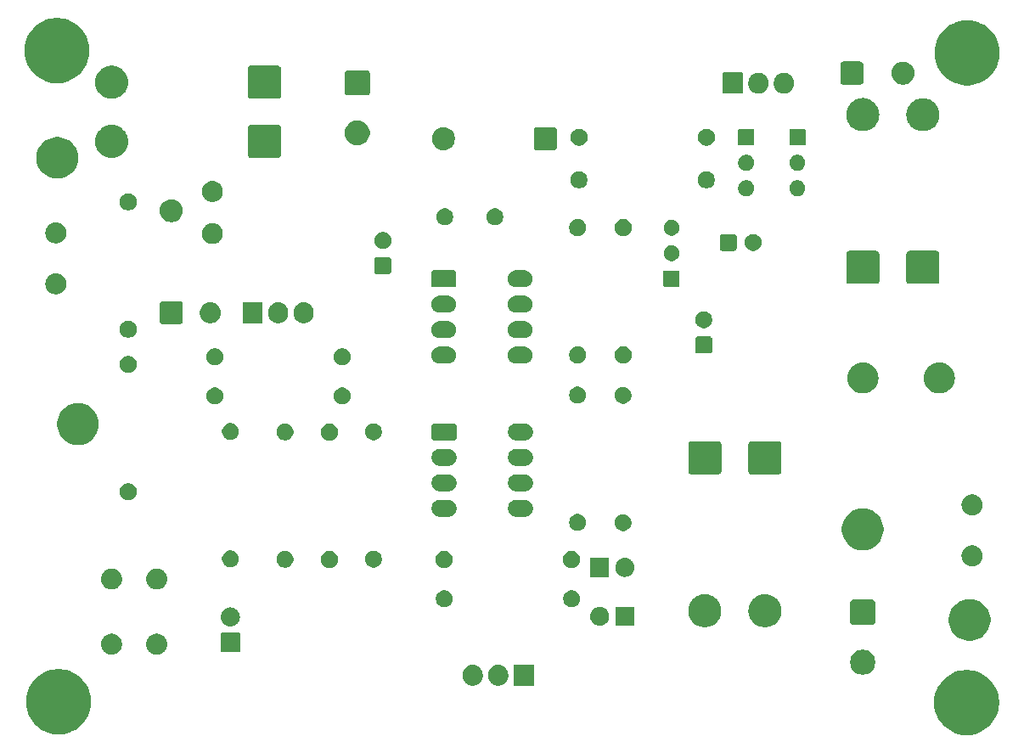
<source format=gts>
G04 #@! TF.GenerationSoftware,KiCad,Pcbnew,9.0.6*
G04 #@! TF.CreationDate,2025-12-02T20:42:04+09:00*
G04 #@! TF.ProjectId,12f683MPPT,31326636-3833-44d5-9050-542e6b696361,rev?*
G04 #@! TF.SameCoordinates,Original*
G04 #@! TF.FileFunction,Soldermask,Top*
G04 #@! TF.FilePolarity,Negative*
%FSLAX46Y46*%
G04 Gerber Fmt 4.6, Leading zero omitted, Abs format (unit mm)*
G04 Created by KiCad (PCBNEW 9.0.6) date 2025-12-02 20:42:04*
%MOMM*%
%LPD*%
G01*
G04 APERTURE LIST*
G04 APERTURE END LIST*
G36*
X131083821Y-92059587D02*
G01*
X131396729Y-92121828D01*
X131702029Y-92214440D01*
X131996782Y-92336531D01*
X132278148Y-92486924D01*
X132543418Y-92664172D01*
X132790038Y-92866568D01*
X133015632Y-93092162D01*
X133218028Y-93338782D01*
X133395276Y-93604052D01*
X133545669Y-93885418D01*
X133667760Y-94180171D01*
X133760372Y-94485471D01*
X133822613Y-94798379D01*
X133853884Y-95115881D01*
X133853884Y-95434919D01*
X133822613Y-95752421D01*
X133760372Y-96065329D01*
X133667760Y-96370629D01*
X133545669Y-96665382D01*
X133395276Y-96946748D01*
X133218028Y-97212018D01*
X133015632Y-97458638D01*
X132790038Y-97684232D01*
X132543418Y-97886628D01*
X132278148Y-98063876D01*
X131996782Y-98214269D01*
X131702029Y-98336360D01*
X131396729Y-98428972D01*
X131083821Y-98491213D01*
X130766319Y-98522484D01*
X130447281Y-98522484D01*
X130129779Y-98491213D01*
X129816871Y-98428972D01*
X129511571Y-98336360D01*
X129216818Y-98214269D01*
X128935452Y-98063876D01*
X128670182Y-97886628D01*
X128423562Y-97684232D01*
X128197968Y-97458638D01*
X127995572Y-97212018D01*
X127818324Y-96946748D01*
X127667931Y-96665382D01*
X127545840Y-96370629D01*
X127453228Y-96065329D01*
X127390987Y-95752421D01*
X127359716Y-95434919D01*
X127359716Y-95115881D01*
X127390987Y-94798379D01*
X127453228Y-94485471D01*
X127545840Y-94180171D01*
X127667931Y-93885418D01*
X127818324Y-93604052D01*
X127995572Y-93338782D01*
X128197968Y-93092162D01*
X128423562Y-92866568D01*
X128670182Y-92664172D01*
X128935452Y-92486924D01*
X129216818Y-92336531D01*
X129511571Y-92214440D01*
X129816871Y-92121828D01*
X130129779Y-92059587D01*
X130447281Y-92028316D01*
X130766319Y-92028316D01*
X131083821Y-92059587D01*
G37*
G36*
X40532821Y-91983387D02*
G01*
X40845729Y-92045628D01*
X41151029Y-92138240D01*
X41445782Y-92260331D01*
X41727148Y-92410724D01*
X41992418Y-92587972D01*
X42239038Y-92790368D01*
X42464632Y-93015962D01*
X42667028Y-93262582D01*
X42844276Y-93527852D01*
X42994669Y-93809218D01*
X43116760Y-94103971D01*
X43209372Y-94409271D01*
X43271613Y-94722179D01*
X43302884Y-95039681D01*
X43302884Y-95358719D01*
X43271613Y-95676221D01*
X43209372Y-95989129D01*
X43116760Y-96294429D01*
X42994669Y-96589182D01*
X42844276Y-96870548D01*
X42667028Y-97135818D01*
X42464632Y-97382438D01*
X42239038Y-97608032D01*
X41992418Y-97810428D01*
X41727148Y-97987676D01*
X41445782Y-98138069D01*
X41151029Y-98260160D01*
X40845729Y-98352772D01*
X40532821Y-98415013D01*
X40215319Y-98446284D01*
X39896281Y-98446284D01*
X39578779Y-98415013D01*
X39265871Y-98352772D01*
X38960571Y-98260160D01*
X38665818Y-98138069D01*
X38384452Y-97987676D01*
X38119182Y-97810428D01*
X37872562Y-97608032D01*
X37646968Y-97382438D01*
X37444572Y-97135818D01*
X37267324Y-96870548D01*
X37116931Y-96589182D01*
X36994840Y-96294429D01*
X36902228Y-95989129D01*
X36839987Y-95676221D01*
X36808716Y-95358719D01*
X36808716Y-95039681D01*
X36839987Y-94722179D01*
X36902228Y-94409271D01*
X36994840Y-94103971D01*
X37116931Y-93809218D01*
X37267324Y-93527852D01*
X37444572Y-93262582D01*
X37646968Y-93015962D01*
X37872562Y-92790368D01*
X38119182Y-92587972D01*
X38384452Y-92410724D01*
X38665818Y-92260331D01*
X38960571Y-92138240D01*
X39265871Y-92045628D01*
X39578779Y-91983387D01*
X39896281Y-91952116D01*
X40215319Y-91952116D01*
X40532821Y-91983387D01*
G37*
G36*
X87412017Y-91507882D02*
G01*
X87428562Y-91518938D01*
X87439618Y-91535483D01*
X87443500Y-91555000D01*
X87443500Y-93555000D01*
X87439618Y-93574517D01*
X87428562Y-93591062D01*
X87412017Y-93602118D01*
X87392500Y-93606000D01*
X85487500Y-93606000D01*
X85467983Y-93602118D01*
X85451438Y-93591062D01*
X85440382Y-93574517D01*
X85436500Y-93555000D01*
X85436500Y-91555000D01*
X85440382Y-91535483D01*
X85451438Y-91518938D01*
X85467983Y-91507882D01*
X85487500Y-91504000D01*
X87392500Y-91504000D01*
X87412017Y-91507882D01*
G37*
G36*
X81447247Y-91508832D02*
G01*
X81458360Y-91508832D01*
X81501786Y-91517470D01*
X81594172Y-91532102D01*
X81623886Y-91541757D01*
X81651301Y-91547210D01*
X81689989Y-91563235D01*
X81743875Y-91580744D01*
X81794360Y-91606467D01*
X81833047Y-91622492D01*
X81856286Y-91638020D01*
X81884124Y-91652204D01*
X81959790Y-91707179D01*
X81996614Y-91731784D01*
X82004473Y-91739643D01*
X82011466Y-91744724D01*
X82122775Y-91856033D01*
X82127855Y-91863025D01*
X82135716Y-91870886D01*
X82160323Y-91907713D01*
X82215295Y-91983375D01*
X82229477Y-92011210D01*
X82245008Y-92034453D01*
X82261034Y-92073145D01*
X82286755Y-92123624D01*
X82304261Y-92177503D01*
X82320290Y-92216199D01*
X82325744Y-92243618D01*
X82335397Y-92273327D01*
X82350027Y-92365702D01*
X82358668Y-92409140D01*
X82359459Y-92425252D01*
X82360406Y-92431228D01*
X82363016Y-92497649D01*
X82363500Y-92507500D01*
X82363500Y-92602500D01*
X82363015Y-92612354D01*
X82360406Y-92678771D01*
X82359459Y-92684746D01*
X82358668Y-92700860D01*
X82350026Y-92744301D01*
X82335397Y-92836672D01*
X82325744Y-92866378D01*
X82320290Y-92893801D01*
X82304260Y-92932500D01*
X82286755Y-92986375D01*
X82261037Y-93036849D01*
X82245008Y-93075547D01*
X82229475Y-93098792D01*
X82215295Y-93126624D01*
X82160331Y-93202273D01*
X82135716Y-93239114D01*
X82127852Y-93246977D01*
X82122775Y-93253966D01*
X82011466Y-93365275D01*
X82004477Y-93370352D01*
X81996614Y-93378216D01*
X81959773Y-93402831D01*
X81884124Y-93457795D01*
X81856292Y-93471975D01*
X81833047Y-93487508D01*
X81794349Y-93503537D01*
X81743875Y-93529255D01*
X81690000Y-93546760D01*
X81651301Y-93562790D01*
X81623878Y-93568244D01*
X81594172Y-93577897D01*
X81501796Y-93592527D01*
X81458360Y-93601168D01*
X81447246Y-93601168D01*
X81438704Y-93602521D01*
X81281296Y-93602521D01*
X81272754Y-93601168D01*
X81261640Y-93601168D01*
X81218204Y-93592528D01*
X81125827Y-93577897D01*
X81096118Y-93568244D01*
X81068699Y-93562790D01*
X81030003Y-93546761D01*
X80976124Y-93529255D01*
X80925645Y-93503534D01*
X80886953Y-93487508D01*
X80863710Y-93471977D01*
X80835875Y-93457795D01*
X80760213Y-93402823D01*
X80723386Y-93378216D01*
X80715525Y-93370355D01*
X80708533Y-93365275D01*
X80597224Y-93253966D01*
X80592143Y-93246973D01*
X80584284Y-93239114D01*
X80559679Y-93202290D01*
X80504704Y-93126624D01*
X80490520Y-93098786D01*
X80474992Y-93075547D01*
X80458967Y-93036860D01*
X80433244Y-92986375D01*
X80415735Y-92932489D01*
X80399710Y-92893801D01*
X80394257Y-92866386D01*
X80384602Y-92836672D01*
X80369968Y-92744277D01*
X80361332Y-92700860D01*
X80360540Y-92684755D01*
X80359593Y-92678771D01*
X80356983Y-92612338D01*
X80356500Y-92602500D01*
X80356500Y-92507500D01*
X80356983Y-92497665D01*
X80359593Y-92431228D01*
X80360540Y-92425242D01*
X80361332Y-92409140D01*
X80369967Y-92365726D01*
X80384602Y-92273327D01*
X80394257Y-92243610D01*
X80399710Y-92216199D01*
X80415733Y-92177514D01*
X80433244Y-92123624D01*
X80458969Y-92073134D01*
X80474992Y-92034453D01*
X80490518Y-92011216D01*
X80504704Y-91983375D01*
X80559687Y-91907696D01*
X80584284Y-91870886D01*
X80592141Y-91863028D01*
X80597224Y-91856033D01*
X80708533Y-91744724D01*
X80715528Y-91739641D01*
X80723386Y-91731784D01*
X80760196Y-91707187D01*
X80835875Y-91652204D01*
X80863716Y-91638018D01*
X80886953Y-91622492D01*
X80925634Y-91606469D01*
X80976124Y-91580744D01*
X81030014Y-91563233D01*
X81068699Y-91547210D01*
X81096110Y-91541757D01*
X81125827Y-91532102D01*
X81218214Y-91517469D01*
X81261640Y-91508832D01*
X81272753Y-91508832D01*
X81281296Y-91507479D01*
X81438704Y-91507479D01*
X81447247Y-91508832D01*
G37*
G36*
X83987247Y-91508832D02*
G01*
X83998360Y-91508832D01*
X84041786Y-91517470D01*
X84134172Y-91532102D01*
X84163886Y-91541757D01*
X84191301Y-91547210D01*
X84229989Y-91563235D01*
X84283875Y-91580744D01*
X84334360Y-91606467D01*
X84373047Y-91622492D01*
X84396286Y-91638020D01*
X84424124Y-91652204D01*
X84499790Y-91707179D01*
X84536614Y-91731784D01*
X84544473Y-91739643D01*
X84551466Y-91744724D01*
X84662775Y-91856033D01*
X84667855Y-91863025D01*
X84675716Y-91870886D01*
X84700323Y-91907713D01*
X84755295Y-91983375D01*
X84769477Y-92011210D01*
X84785008Y-92034453D01*
X84801034Y-92073145D01*
X84826755Y-92123624D01*
X84844261Y-92177503D01*
X84860290Y-92216199D01*
X84865744Y-92243618D01*
X84875397Y-92273327D01*
X84890027Y-92365702D01*
X84898668Y-92409140D01*
X84899459Y-92425252D01*
X84900406Y-92431228D01*
X84903016Y-92497649D01*
X84903500Y-92507500D01*
X84903500Y-92602500D01*
X84903015Y-92612354D01*
X84900406Y-92678771D01*
X84899459Y-92684746D01*
X84898668Y-92700860D01*
X84890026Y-92744301D01*
X84875397Y-92836672D01*
X84865744Y-92866378D01*
X84860290Y-92893801D01*
X84844260Y-92932500D01*
X84826755Y-92986375D01*
X84801037Y-93036849D01*
X84785008Y-93075547D01*
X84769475Y-93098792D01*
X84755295Y-93126624D01*
X84700331Y-93202273D01*
X84675716Y-93239114D01*
X84667852Y-93246977D01*
X84662775Y-93253966D01*
X84551466Y-93365275D01*
X84544477Y-93370352D01*
X84536614Y-93378216D01*
X84499773Y-93402831D01*
X84424124Y-93457795D01*
X84396292Y-93471975D01*
X84373047Y-93487508D01*
X84334349Y-93503537D01*
X84283875Y-93529255D01*
X84230000Y-93546760D01*
X84191301Y-93562790D01*
X84163878Y-93568244D01*
X84134172Y-93577897D01*
X84041796Y-93592527D01*
X83998360Y-93601168D01*
X83987246Y-93601168D01*
X83978704Y-93602521D01*
X83821296Y-93602521D01*
X83812754Y-93601168D01*
X83801640Y-93601168D01*
X83758204Y-93592528D01*
X83665827Y-93577897D01*
X83636118Y-93568244D01*
X83608699Y-93562790D01*
X83570003Y-93546761D01*
X83516124Y-93529255D01*
X83465645Y-93503534D01*
X83426953Y-93487508D01*
X83403710Y-93471977D01*
X83375875Y-93457795D01*
X83300213Y-93402823D01*
X83263386Y-93378216D01*
X83255525Y-93370355D01*
X83248533Y-93365275D01*
X83137224Y-93253966D01*
X83132143Y-93246973D01*
X83124284Y-93239114D01*
X83099679Y-93202290D01*
X83044704Y-93126624D01*
X83030520Y-93098786D01*
X83014992Y-93075547D01*
X82998967Y-93036860D01*
X82973244Y-92986375D01*
X82955735Y-92932489D01*
X82939710Y-92893801D01*
X82934257Y-92866386D01*
X82924602Y-92836672D01*
X82909968Y-92744277D01*
X82901332Y-92700860D01*
X82900540Y-92684755D01*
X82899593Y-92678771D01*
X82896983Y-92612338D01*
X82896500Y-92602500D01*
X82896500Y-92507500D01*
X82896983Y-92497665D01*
X82899593Y-92431228D01*
X82900540Y-92425242D01*
X82901332Y-92409140D01*
X82909967Y-92365726D01*
X82924602Y-92273327D01*
X82934257Y-92243610D01*
X82939710Y-92216199D01*
X82955733Y-92177514D01*
X82973244Y-92123624D01*
X82998969Y-92073134D01*
X83014992Y-92034453D01*
X83030518Y-92011216D01*
X83044704Y-91983375D01*
X83099687Y-91907696D01*
X83124284Y-91870886D01*
X83132141Y-91863028D01*
X83137224Y-91856033D01*
X83248533Y-91744724D01*
X83255528Y-91739641D01*
X83263386Y-91731784D01*
X83300196Y-91707187D01*
X83375875Y-91652204D01*
X83403716Y-91638018D01*
X83426953Y-91622492D01*
X83465634Y-91606469D01*
X83516124Y-91580744D01*
X83570014Y-91563233D01*
X83608699Y-91547210D01*
X83636110Y-91541757D01*
X83665827Y-91532102D01*
X83758214Y-91517469D01*
X83801640Y-91508832D01*
X83812753Y-91508832D01*
X83821296Y-91507479D01*
X83978704Y-91507479D01*
X83987247Y-91508832D01*
G37*
G36*
X120542040Y-90033565D02*
G01*
X120728737Y-90094227D01*
X120903646Y-90183347D01*
X121062460Y-90298732D01*
X121201268Y-90437540D01*
X121316653Y-90596354D01*
X121405773Y-90771263D01*
X121466435Y-90957960D01*
X121497144Y-91151848D01*
X121497144Y-91348152D01*
X121466435Y-91542040D01*
X121405773Y-91728737D01*
X121316653Y-91903646D01*
X121201268Y-92062460D01*
X121062460Y-92201268D01*
X120903646Y-92316653D01*
X120728737Y-92405773D01*
X120542040Y-92466435D01*
X120348152Y-92497144D01*
X120151848Y-92497144D01*
X119957960Y-92466435D01*
X119771263Y-92405773D01*
X119596354Y-92316653D01*
X119437540Y-92201268D01*
X119298732Y-92062460D01*
X119183347Y-91903646D01*
X119094227Y-91728737D01*
X119033565Y-91542040D01*
X119002856Y-91348152D01*
X119002856Y-91151848D01*
X119033565Y-90957960D01*
X119094227Y-90771263D01*
X119183347Y-90596354D01*
X119298732Y-90437540D01*
X119437540Y-90298732D01*
X119596354Y-90183347D01*
X119771263Y-90094227D01*
X119957960Y-90033565D01*
X120151848Y-90002856D01*
X120348152Y-90002856D01*
X120542040Y-90033565D01*
G37*
G36*
X45441498Y-88404061D02*
G01*
X45453016Y-88404061D01*
X45498023Y-88413013D01*
X45595260Y-88428414D01*
X45626536Y-88438576D01*
X45655089Y-88444256D01*
X45695387Y-88460948D01*
X45752052Y-88479360D01*
X45805135Y-88506407D01*
X45845438Y-88523101D01*
X45869647Y-88539277D01*
X45898943Y-88554204D01*
X45978583Y-88612066D01*
X46016747Y-88637566D01*
X46024891Y-88645710D01*
X46032315Y-88651104D01*
X46148895Y-88767684D01*
X46154288Y-88775107D01*
X46162434Y-88783253D01*
X46187936Y-88821420D01*
X46245795Y-88901056D01*
X46260720Y-88930348D01*
X46276899Y-88954562D01*
X46293594Y-88994869D01*
X46320639Y-89047947D01*
X46339048Y-89104604D01*
X46355744Y-89144911D01*
X46361424Y-89173469D01*
X46371585Y-89204739D01*
X46386984Y-89301967D01*
X46395939Y-89346984D01*
X46395939Y-89358502D01*
X46397375Y-89367569D01*
X46397375Y-89532430D01*
X46395939Y-89541496D01*
X46395939Y-89553016D01*
X46386983Y-89598035D01*
X46371585Y-89695260D01*
X46361425Y-89726528D01*
X46355744Y-89755089D01*
X46339047Y-89795398D01*
X46320639Y-89852052D01*
X46293596Y-89905125D01*
X46276899Y-89945438D01*
X46260718Y-89969654D01*
X46245795Y-89998943D01*
X46187945Y-90078566D01*
X46162434Y-90116747D01*
X46154285Y-90124895D01*
X46148895Y-90132315D01*
X46032315Y-90248895D01*
X46024895Y-90254285D01*
X46016747Y-90262434D01*
X45978566Y-90287945D01*
X45898943Y-90345795D01*
X45869654Y-90360718D01*
X45845438Y-90376899D01*
X45805125Y-90393596D01*
X45752052Y-90420639D01*
X45695398Y-90439047D01*
X45655089Y-90455744D01*
X45626528Y-90461425D01*
X45595260Y-90471585D01*
X45498033Y-90486984D01*
X45453016Y-90495939D01*
X45441497Y-90495939D01*
X45432431Y-90497375D01*
X45267569Y-90497375D01*
X45258503Y-90495939D01*
X45246984Y-90495939D01*
X45201967Y-90486984D01*
X45104739Y-90471585D01*
X45073469Y-90461424D01*
X45044911Y-90455744D01*
X45004604Y-90439048D01*
X44947947Y-90420639D01*
X44894869Y-90393594D01*
X44854562Y-90376899D01*
X44830348Y-90360720D01*
X44801056Y-90345795D01*
X44721420Y-90287936D01*
X44683253Y-90262434D01*
X44675107Y-90254288D01*
X44667684Y-90248895D01*
X44551104Y-90132315D01*
X44545710Y-90124891D01*
X44537566Y-90116747D01*
X44512066Y-90078583D01*
X44454204Y-89998943D01*
X44439277Y-89969647D01*
X44423101Y-89945438D01*
X44406407Y-89905135D01*
X44379360Y-89852052D01*
X44360948Y-89795387D01*
X44344256Y-89755089D01*
X44338576Y-89726536D01*
X44328414Y-89695260D01*
X44313014Y-89598026D01*
X44304061Y-89553016D01*
X44304061Y-89541496D01*
X44302625Y-89532430D01*
X44302625Y-89367569D01*
X44304061Y-89358502D01*
X44304061Y-89346984D01*
X44313013Y-89301977D01*
X44328414Y-89204739D01*
X44338576Y-89173461D01*
X44344256Y-89144911D01*
X44360946Y-89104616D01*
X44379360Y-89047947D01*
X44406409Y-88994858D01*
X44423101Y-88954562D01*
X44439275Y-88930355D01*
X44454204Y-88901056D01*
X44512074Y-88821403D01*
X44537566Y-88783253D01*
X44545707Y-88775111D01*
X44551104Y-88767684D01*
X44667684Y-88651104D01*
X44675111Y-88645707D01*
X44683253Y-88637566D01*
X44721403Y-88612074D01*
X44801056Y-88554204D01*
X44830355Y-88539275D01*
X44854562Y-88523101D01*
X44894858Y-88506409D01*
X44947947Y-88479360D01*
X45004616Y-88460946D01*
X45044911Y-88444256D01*
X45073461Y-88438576D01*
X45104739Y-88428414D01*
X45201977Y-88413013D01*
X45246984Y-88404061D01*
X45258502Y-88404061D01*
X45267569Y-88402625D01*
X45432431Y-88402625D01*
X45441498Y-88404061D01*
G37*
G36*
X49941498Y-88404061D02*
G01*
X49953016Y-88404061D01*
X49998023Y-88413013D01*
X50095260Y-88428414D01*
X50126536Y-88438576D01*
X50155089Y-88444256D01*
X50195387Y-88460948D01*
X50252052Y-88479360D01*
X50305135Y-88506407D01*
X50345438Y-88523101D01*
X50369647Y-88539277D01*
X50398943Y-88554204D01*
X50478583Y-88612066D01*
X50516747Y-88637566D01*
X50524891Y-88645710D01*
X50532315Y-88651104D01*
X50648895Y-88767684D01*
X50654288Y-88775107D01*
X50662434Y-88783253D01*
X50687936Y-88821420D01*
X50745795Y-88901056D01*
X50760720Y-88930348D01*
X50776899Y-88954562D01*
X50793594Y-88994869D01*
X50820639Y-89047947D01*
X50839048Y-89104604D01*
X50855744Y-89144911D01*
X50861424Y-89173469D01*
X50871585Y-89204739D01*
X50886984Y-89301967D01*
X50895939Y-89346984D01*
X50895939Y-89358502D01*
X50897375Y-89367569D01*
X50897375Y-89532430D01*
X50895939Y-89541496D01*
X50895939Y-89553016D01*
X50886983Y-89598035D01*
X50871585Y-89695260D01*
X50861425Y-89726528D01*
X50855744Y-89755089D01*
X50839047Y-89795398D01*
X50820639Y-89852052D01*
X50793596Y-89905125D01*
X50776899Y-89945438D01*
X50760718Y-89969654D01*
X50745795Y-89998943D01*
X50687945Y-90078566D01*
X50662434Y-90116747D01*
X50654285Y-90124895D01*
X50648895Y-90132315D01*
X50532315Y-90248895D01*
X50524895Y-90254285D01*
X50516747Y-90262434D01*
X50478566Y-90287945D01*
X50398943Y-90345795D01*
X50369654Y-90360718D01*
X50345438Y-90376899D01*
X50305125Y-90393596D01*
X50252052Y-90420639D01*
X50195398Y-90439047D01*
X50155089Y-90455744D01*
X50126528Y-90461425D01*
X50095260Y-90471585D01*
X49998033Y-90486984D01*
X49953016Y-90495939D01*
X49941497Y-90495939D01*
X49932431Y-90497375D01*
X49767569Y-90497375D01*
X49758503Y-90495939D01*
X49746984Y-90495939D01*
X49701967Y-90486984D01*
X49604739Y-90471585D01*
X49573469Y-90461424D01*
X49544911Y-90455744D01*
X49504604Y-90439048D01*
X49447947Y-90420639D01*
X49394869Y-90393594D01*
X49354562Y-90376899D01*
X49330348Y-90360720D01*
X49301056Y-90345795D01*
X49221420Y-90287936D01*
X49183253Y-90262434D01*
X49175107Y-90254288D01*
X49167684Y-90248895D01*
X49051104Y-90132315D01*
X49045710Y-90124891D01*
X49037566Y-90116747D01*
X49012066Y-90078583D01*
X48954204Y-89998943D01*
X48939277Y-89969647D01*
X48923101Y-89945438D01*
X48906407Y-89905135D01*
X48879360Y-89852052D01*
X48860948Y-89795387D01*
X48844256Y-89755089D01*
X48838576Y-89726536D01*
X48828414Y-89695260D01*
X48813014Y-89598026D01*
X48804061Y-89553016D01*
X48804061Y-89541496D01*
X48802625Y-89532430D01*
X48802625Y-89367569D01*
X48804061Y-89358502D01*
X48804061Y-89346984D01*
X48813013Y-89301977D01*
X48828414Y-89204739D01*
X48838576Y-89173461D01*
X48844256Y-89144911D01*
X48860946Y-89104616D01*
X48879360Y-89047947D01*
X48906409Y-88994858D01*
X48923101Y-88954562D01*
X48939275Y-88930355D01*
X48954204Y-88901056D01*
X49012074Y-88821403D01*
X49037566Y-88783253D01*
X49045707Y-88775111D01*
X49051104Y-88767684D01*
X49167684Y-88651104D01*
X49175111Y-88645707D01*
X49183253Y-88637566D01*
X49221403Y-88612074D01*
X49301056Y-88554204D01*
X49330355Y-88539275D01*
X49354562Y-88523101D01*
X49394858Y-88506409D01*
X49447947Y-88479360D01*
X49504616Y-88460946D01*
X49544911Y-88444256D01*
X49573461Y-88438576D01*
X49604739Y-88428414D01*
X49701977Y-88413013D01*
X49746984Y-88404061D01*
X49758502Y-88404061D01*
X49767569Y-88402625D01*
X49932431Y-88402625D01*
X49941498Y-88404061D01*
G37*
G36*
X58119517Y-88327882D02*
G01*
X58136062Y-88338938D01*
X58147118Y-88355483D01*
X58151000Y-88375000D01*
X58151000Y-90175000D01*
X58147118Y-90194517D01*
X58136062Y-90211062D01*
X58119517Y-90222118D01*
X58100000Y-90226000D01*
X56300000Y-90226000D01*
X56280483Y-90222118D01*
X56263938Y-90211062D01*
X56252882Y-90194517D01*
X56249000Y-90175000D01*
X56249000Y-88375000D01*
X56252882Y-88355483D01*
X56263938Y-88338938D01*
X56280483Y-88327882D01*
X56300000Y-88324000D01*
X58100000Y-88324000D01*
X58119517Y-88327882D01*
G37*
G36*
X131316373Y-84987024D02*
G01*
X131579558Y-85057545D01*
X131831287Y-85161814D01*
X132067253Y-85298049D01*
X132283417Y-85463918D01*
X132476082Y-85656583D01*
X132641951Y-85872747D01*
X132778186Y-86108713D01*
X132882455Y-86360442D01*
X132952976Y-86623627D01*
X132988540Y-86893765D01*
X132988540Y-87166235D01*
X132952976Y-87436373D01*
X132882455Y-87699558D01*
X132778186Y-87951287D01*
X132641951Y-88187253D01*
X132476082Y-88403417D01*
X132283417Y-88596082D01*
X132067253Y-88761951D01*
X131831287Y-88898186D01*
X131579558Y-89002455D01*
X131316373Y-89072976D01*
X131046235Y-89108540D01*
X130773765Y-89108540D01*
X130503627Y-89072976D01*
X130240442Y-89002455D01*
X129988713Y-88898186D01*
X129752747Y-88761951D01*
X129536583Y-88596082D01*
X129343918Y-88403417D01*
X129178049Y-88187253D01*
X129041814Y-87951287D01*
X128937545Y-87699558D01*
X128867024Y-87436373D01*
X128831460Y-87166235D01*
X128831460Y-86893765D01*
X128867024Y-86623627D01*
X128937545Y-86360442D01*
X129041814Y-86108713D01*
X129178049Y-85872747D01*
X129343918Y-85656583D01*
X129536583Y-85463918D01*
X129752747Y-85298049D01*
X129988713Y-85161814D01*
X130240442Y-85057545D01*
X130503627Y-84987024D01*
X130773765Y-84951460D01*
X131046235Y-84951460D01*
X131316373Y-84987024D01*
G37*
G36*
X104617730Y-84469089D02*
G01*
X104629536Y-84469089D01*
X104687663Y-84478295D01*
X104822042Y-84495986D01*
X104854837Y-84504773D01*
X104885418Y-84509617D01*
X104944229Y-84528726D01*
X105030611Y-84551872D01*
X105085724Y-84574700D01*
X105131810Y-84589675D01*
X105174987Y-84611674D01*
X105230099Y-84634503D01*
X105307539Y-84679213D01*
X105362645Y-84707291D01*
X105387697Y-84725492D01*
X105417096Y-84742466D01*
X105524651Y-84824995D01*
X105572239Y-84859570D01*
X105580579Y-84867910D01*
X105588401Y-84873912D01*
X105741087Y-85026598D01*
X105747088Y-85034419D01*
X105755430Y-85042761D01*
X105790008Y-85090354D01*
X105872533Y-85197903D01*
X105889505Y-85227299D01*
X105907709Y-85252355D01*
X105935789Y-85307466D01*
X105980496Y-85384900D01*
X106003321Y-85440006D01*
X106025325Y-85483190D01*
X106040301Y-85529282D01*
X106063127Y-85584388D01*
X106086269Y-85670757D01*
X106105383Y-85729582D01*
X106110227Y-85760169D01*
X106119013Y-85792957D01*
X106136703Y-85927327D01*
X106145911Y-85985464D01*
X106145911Y-85997269D01*
X106147197Y-86007038D01*
X106147197Y-86222961D01*
X106145911Y-86232729D01*
X106145911Y-86244536D01*
X106136702Y-86302677D01*
X106119013Y-86437042D01*
X106110228Y-86469827D01*
X106105383Y-86500418D01*
X106086268Y-86559246D01*
X106063127Y-86645611D01*
X106040302Y-86700713D01*
X106025325Y-86746810D01*
X106003319Y-86789997D01*
X105980496Y-86845099D01*
X105935793Y-86922525D01*
X105907709Y-86977645D01*
X105889502Y-87002704D01*
X105872533Y-87032096D01*
X105790022Y-87139627D01*
X105755430Y-87187239D01*
X105747085Y-87195583D01*
X105741087Y-87203401D01*
X105588401Y-87356087D01*
X105580583Y-87362085D01*
X105572239Y-87370430D01*
X105524627Y-87405022D01*
X105417096Y-87487533D01*
X105387704Y-87504502D01*
X105362645Y-87522709D01*
X105307525Y-87550793D01*
X105230099Y-87595496D01*
X105174997Y-87618319D01*
X105131810Y-87640325D01*
X105085713Y-87655302D01*
X105030611Y-87678127D01*
X104944246Y-87701268D01*
X104885418Y-87720383D01*
X104854827Y-87725228D01*
X104822042Y-87734013D01*
X104687677Y-87751702D01*
X104629536Y-87760911D01*
X104617729Y-87760911D01*
X104607961Y-87762197D01*
X104392039Y-87762197D01*
X104382271Y-87760911D01*
X104370464Y-87760911D01*
X104312324Y-87751702D01*
X104177957Y-87734013D01*
X104145169Y-87725227D01*
X104114582Y-87720383D01*
X104055757Y-87701269D01*
X103969388Y-87678127D01*
X103914282Y-87655301D01*
X103868190Y-87640325D01*
X103825006Y-87618321D01*
X103769900Y-87595496D01*
X103692466Y-87550789D01*
X103637355Y-87522709D01*
X103612299Y-87504505D01*
X103582903Y-87487533D01*
X103475354Y-87405008D01*
X103427761Y-87370430D01*
X103419419Y-87362088D01*
X103411598Y-87356087D01*
X103258912Y-87203401D01*
X103252910Y-87195579D01*
X103244570Y-87187239D01*
X103209995Y-87139651D01*
X103127466Y-87032096D01*
X103110492Y-87002697D01*
X103092291Y-86977645D01*
X103064213Y-86922539D01*
X103019503Y-86845099D01*
X102996674Y-86789987D01*
X102974675Y-86746810D01*
X102959700Y-86700724D01*
X102936872Y-86645611D01*
X102913726Y-86559229D01*
X102894617Y-86500418D01*
X102889773Y-86469837D01*
X102880986Y-86437042D01*
X102863295Y-86302663D01*
X102854089Y-86244536D01*
X102854089Y-86232729D01*
X102852803Y-86222961D01*
X102852803Y-86007038D01*
X102854089Y-85997269D01*
X102854089Y-85985464D01*
X102863294Y-85927341D01*
X102880986Y-85792957D01*
X102889773Y-85760160D01*
X102894617Y-85729582D01*
X102913724Y-85670775D01*
X102936872Y-85584388D01*
X102959702Y-85529271D01*
X102974675Y-85483190D01*
X102996672Y-85440016D01*
X103019503Y-85384900D01*
X103064217Y-85307451D01*
X103092291Y-85252355D01*
X103110489Y-85227306D01*
X103127466Y-85197903D01*
X103210009Y-85090329D01*
X103244570Y-85042761D01*
X103252906Y-85034424D01*
X103258912Y-85026598D01*
X103411598Y-84873912D01*
X103419424Y-84867906D01*
X103427761Y-84859570D01*
X103475329Y-84825009D01*
X103582903Y-84742466D01*
X103612306Y-84725489D01*
X103637355Y-84707291D01*
X103692451Y-84679217D01*
X103769900Y-84634503D01*
X103825016Y-84611672D01*
X103868190Y-84589675D01*
X103914271Y-84574702D01*
X103969388Y-84551872D01*
X104055775Y-84528724D01*
X104114582Y-84509617D01*
X104145160Y-84504773D01*
X104177957Y-84495986D01*
X104312338Y-84478295D01*
X104370464Y-84469089D01*
X104382270Y-84469089D01*
X104392039Y-84467803D01*
X104607961Y-84467803D01*
X104617730Y-84469089D01*
G37*
G36*
X110617730Y-84469089D02*
G01*
X110629536Y-84469089D01*
X110687663Y-84478295D01*
X110822042Y-84495986D01*
X110854837Y-84504773D01*
X110885418Y-84509617D01*
X110944229Y-84528726D01*
X111030611Y-84551872D01*
X111085724Y-84574700D01*
X111131810Y-84589675D01*
X111174987Y-84611674D01*
X111230099Y-84634503D01*
X111307539Y-84679213D01*
X111362645Y-84707291D01*
X111387697Y-84725492D01*
X111417096Y-84742466D01*
X111524651Y-84824995D01*
X111572239Y-84859570D01*
X111580579Y-84867910D01*
X111588401Y-84873912D01*
X111741087Y-85026598D01*
X111747088Y-85034419D01*
X111755430Y-85042761D01*
X111790008Y-85090354D01*
X111872533Y-85197903D01*
X111889505Y-85227299D01*
X111907709Y-85252355D01*
X111935789Y-85307466D01*
X111980496Y-85384900D01*
X112003321Y-85440006D01*
X112025325Y-85483190D01*
X112040301Y-85529282D01*
X112063127Y-85584388D01*
X112086269Y-85670757D01*
X112105383Y-85729582D01*
X112110227Y-85760169D01*
X112119013Y-85792957D01*
X112136703Y-85927327D01*
X112145911Y-85985464D01*
X112145911Y-85997269D01*
X112147197Y-86007038D01*
X112147197Y-86222961D01*
X112145911Y-86232729D01*
X112145911Y-86244536D01*
X112136702Y-86302677D01*
X112119013Y-86437042D01*
X112110228Y-86469827D01*
X112105383Y-86500418D01*
X112086268Y-86559246D01*
X112063127Y-86645611D01*
X112040302Y-86700713D01*
X112025325Y-86746810D01*
X112003319Y-86789997D01*
X111980496Y-86845099D01*
X111935793Y-86922525D01*
X111907709Y-86977645D01*
X111889502Y-87002704D01*
X111872533Y-87032096D01*
X111790022Y-87139627D01*
X111755430Y-87187239D01*
X111747085Y-87195583D01*
X111741087Y-87203401D01*
X111588401Y-87356087D01*
X111580583Y-87362085D01*
X111572239Y-87370430D01*
X111524627Y-87405022D01*
X111417096Y-87487533D01*
X111387704Y-87504502D01*
X111362645Y-87522709D01*
X111307525Y-87550793D01*
X111230099Y-87595496D01*
X111174997Y-87618319D01*
X111131810Y-87640325D01*
X111085713Y-87655302D01*
X111030611Y-87678127D01*
X110944246Y-87701268D01*
X110885418Y-87720383D01*
X110854827Y-87725228D01*
X110822042Y-87734013D01*
X110687677Y-87751702D01*
X110629536Y-87760911D01*
X110617729Y-87760911D01*
X110607961Y-87762197D01*
X110392039Y-87762197D01*
X110382271Y-87760911D01*
X110370464Y-87760911D01*
X110312324Y-87751702D01*
X110177957Y-87734013D01*
X110145169Y-87725227D01*
X110114582Y-87720383D01*
X110055757Y-87701269D01*
X109969388Y-87678127D01*
X109914282Y-87655301D01*
X109868190Y-87640325D01*
X109825006Y-87618321D01*
X109769900Y-87595496D01*
X109692466Y-87550789D01*
X109637355Y-87522709D01*
X109612299Y-87504505D01*
X109582903Y-87487533D01*
X109475354Y-87405008D01*
X109427761Y-87370430D01*
X109419419Y-87362088D01*
X109411598Y-87356087D01*
X109258912Y-87203401D01*
X109252910Y-87195579D01*
X109244570Y-87187239D01*
X109209995Y-87139651D01*
X109127466Y-87032096D01*
X109110492Y-87002697D01*
X109092291Y-86977645D01*
X109064213Y-86922539D01*
X109019503Y-86845099D01*
X108996674Y-86789987D01*
X108974675Y-86746810D01*
X108959700Y-86700724D01*
X108936872Y-86645611D01*
X108913726Y-86559229D01*
X108894617Y-86500418D01*
X108889773Y-86469837D01*
X108880986Y-86437042D01*
X108863295Y-86302663D01*
X108854089Y-86244536D01*
X108854089Y-86232729D01*
X108852803Y-86222961D01*
X108852803Y-86007038D01*
X108854089Y-85997269D01*
X108854089Y-85985464D01*
X108863294Y-85927341D01*
X108880986Y-85792957D01*
X108889773Y-85760160D01*
X108894617Y-85729582D01*
X108913724Y-85670775D01*
X108936872Y-85584388D01*
X108959702Y-85529271D01*
X108974675Y-85483190D01*
X108996672Y-85440016D01*
X109019503Y-85384900D01*
X109064217Y-85307451D01*
X109092291Y-85252355D01*
X109110489Y-85227306D01*
X109127466Y-85197903D01*
X109210009Y-85090329D01*
X109244570Y-85042761D01*
X109252906Y-85034424D01*
X109258912Y-85026598D01*
X109411598Y-84873912D01*
X109419424Y-84867906D01*
X109427761Y-84859570D01*
X109475329Y-84825009D01*
X109582903Y-84742466D01*
X109612306Y-84725489D01*
X109637355Y-84707291D01*
X109692451Y-84679217D01*
X109769900Y-84634503D01*
X109825016Y-84611672D01*
X109868190Y-84589675D01*
X109914271Y-84574702D01*
X109969388Y-84551872D01*
X110055775Y-84528724D01*
X110114582Y-84509617D01*
X110145160Y-84504773D01*
X110177957Y-84495986D01*
X110312338Y-84478295D01*
X110370464Y-84469089D01*
X110382270Y-84469089D01*
X110392039Y-84467803D01*
X110607961Y-84467803D01*
X110617730Y-84469089D01*
G37*
G36*
X57282553Y-85788579D02*
G01*
X57293214Y-85788579D01*
X57334865Y-85796864D01*
X57421916Y-85810651D01*
X57449918Y-85819749D01*
X57476061Y-85824950D01*
X57512956Y-85840232D01*
X57563784Y-85856748D01*
X57611399Y-85881009D01*
X57648298Y-85896293D01*
X57670463Y-85911103D01*
X57696693Y-85924468D01*
X57767990Y-85976268D01*
X57803308Y-85999867D01*
X57810846Y-86007405D01*
X57817370Y-86012145D01*
X57922854Y-86117629D01*
X57927593Y-86124152D01*
X57935133Y-86131692D01*
X57958734Y-86167014D01*
X58010531Y-86238306D01*
X58023894Y-86264533D01*
X58038707Y-86286702D01*
X58053993Y-86323605D01*
X58078251Y-86371215D01*
X58094764Y-86422035D01*
X58110050Y-86458939D01*
X58115251Y-86485086D01*
X58124348Y-86513083D01*
X58138134Y-86600125D01*
X58146421Y-86641786D01*
X58146421Y-86652447D01*
X58147683Y-86660415D01*
X58147683Y-86809584D01*
X58146421Y-86817551D01*
X58146421Y-86828214D01*
X58138133Y-86869877D01*
X58124348Y-86956916D01*
X58115251Y-86984910D01*
X58110050Y-87011061D01*
X58094762Y-87047968D01*
X58078251Y-87098784D01*
X58053995Y-87146388D01*
X58038707Y-87183298D01*
X58023892Y-87205470D01*
X58010531Y-87231693D01*
X57958742Y-87302973D01*
X57935133Y-87338308D01*
X57927591Y-87345849D01*
X57922854Y-87352370D01*
X57817370Y-87457854D01*
X57810849Y-87462591D01*
X57803308Y-87470133D01*
X57767973Y-87493742D01*
X57696693Y-87545531D01*
X57670470Y-87558892D01*
X57648298Y-87573707D01*
X57611388Y-87588995D01*
X57563784Y-87613251D01*
X57512968Y-87629762D01*
X57476061Y-87645050D01*
X57449910Y-87650251D01*
X57421916Y-87659348D01*
X57334875Y-87673133D01*
X57293214Y-87681421D01*
X57282553Y-87681421D01*
X57274585Y-87682683D01*
X57125415Y-87682683D01*
X57117447Y-87681421D01*
X57106786Y-87681421D01*
X57065125Y-87673134D01*
X56978083Y-87659348D01*
X56950086Y-87650251D01*
X56923939Y-87645050D01*
X56887035Y-87629764D01*
X56836215Y-87613251D01*
X56788605Y-87588993D01*
X56751702Y-87573707D01*
X56729533Y-87558894D01*
X56703306Y-87545531D01*
X56632014Y-87493734D01*
X56596692Y-87470133D01*
X56589152Y-87462593D01*
X56582629Y-87457854D01*
X56477145Y-87352370D01*
X56472405Y-87345846D01*
X56464867Y-87338308D01*
X56441268Y-87302990D01*
X56389468Y-87231693D01*
X56376103Y-87205463D01*
X56361293Y-87183298D01*
X56346009Y-87146399D01*
X56321748Y-87098784D01*
X56305232Y-87047956D01*
X56289950Y-87011061D01*
X56284749Y-86984918D01*
X56275651Y-86956916D01*
X56261864Y-86869867D01*
X56253579Y-86828214D01*
X56253579Y-86817552D01*
X56252317Y-86809584D01*
X56252317Y-86660415D01*
X56253579Y-86652446D01*
X56253579Y-86641786D01*
X56261863Y-86600136D01*
X56275651Y-86513083D01*
X56284750Y-86485078D01*
X56289950Y-86458939D01*
X56305231Y-86422046D01*
X56321748Y-86371215D01*
X56346011Y-86323595D01*
X56361293Y-86286702D01*
X56376101Y-86264539D01*
X56389468Y-86238306D01*
X56441277Y-86166996D01*
X56464867Y-86131692D01*
X56472402Y-86124156D01*
X56477145Y-86117629D01*
X56582629Y-86012145D01*
X56589156Y-86007402D01*
X56596692Y-85999867D01*
X56631996Y-85976277D01*
X56703306Y-85924468D01*
X56729539Y-85911101D01*
X56751702Y-85896293D01*
X56788595Y-85881011D01*
X56836215Y-85856748D01*
X56887046Y-85840231D01*
X56923939Y-85824950D01*
X56950078Y-85819750D01*
X56978083Y-85810651D01*
X57065136Y-85796863D01*
X57106786Y-85788579D01*
X57117447Y-85788579D01*
X57125415Y-85787317D01*
X57274585Y-85787317D01*
X57282553Y-85788579D01*
G37*
G36*
X97479517Y-85722882D02*
G01*
X97496062Y-85733938D01*
X97507118Y-85750483D01*
X97511000Y-85770000D01*
X97511000Y-87570000D01*
X97507118Y-87589517D01*
X97496062Y-87606062D01*
X97479517Y-87617118D01*
X97460000Y-87621000D01*
X95660000Y-87621000D01*
X95640483Y-87617118D01*
X95623938Y-87606062D01*
X95612882Y-87589517D01*
X95609000Y-87570000D01*
X95609000Y-85770000D01*
X95612882Y-85750483D01*
X95623938Y-85733938D01*
X95640483Y-85722882D01*
X95660000Y-85719000D01*
X97460000Y-85719000D01*
X97479517Y-85722882D01*
G37*
G36*
X94102553Y-85723579D02*
G01*
X94113214Y-85723579D01*
X94154865Y-85731864D01*
X94241916Y-85745651D01*
X94269918Y-85754749D01*
X94296061Y-85759950D01*
X94332956Y-85775232D01*
X94383784Y-85791748D01*
X94431399Y-85816009D01*
X94468298Y-85831293D01*
X94490463Y-85846103D01*
X94516693Y-85859468D01*
X94587990Y-85911268D01*
X94623308Y-85934867D01*
X94630846Y-85942405D01*
X94637370Y-85947145D01*
X94742854Y-86052629D01*
X94747593Y-86059152D01*
X94755133Y-86066692D01*
X94778734Y-86102014D01*
X94830531Y-86173306D01*
X94843894Y-86199533D01*
X94858707Y-86221702D01*
X94873993Y-86258605D01*
X94898251Y-86306215D01*
X94914764Y-86357035D01*
X94930050Y-86393939D01*
X94935251Y-86420086D01*
X94944348Y-86448083D01*
X94958134Y-86535125D01*
X94966421Y-86576786D01*
X94966421Y-86587447D01*
X94967683Y-86595415D01*
X94967683Y-86744584D01*
X94966421Y-86752551D01*
X94966421Y-86763214D01*
X94958133Y-86804877D01*
X94944348Y-86891916D01*
X94935251Y-86919910D01*
X94930050Y-86946061D01*
X94914762Y-86982968D01*
X94898251Y-87033784D01*
X94873995Y-87081388D01*
X94858707Y-87118298D01*
X94843892Y-87140470D01*
X94830531Y-87166693D01*
X94778742Y-87237973D01*
X94755133Y-87273308D01*
X94747591Y-87280849D01*
X94742854Y-87287370D01*
X94637370Y-87392854D01*
X94630849Y-87397591D01*
X94623308Y-87405133D01*
X94587973Y-87428742D01*
X94516693Y-87480531D01*
X94490470Y-87493892D01*
X94468298Y-87508707D01*
X94431388Y-87523995D01*
X94383784Y-87548251D01*
X94332968Y-87564762D01*
X94296061Y-87580050D01*
X94269910Y-87585251D01*
X94241916Y-87594348D01*
X94154875Y-87608133D01*
X94113214Y-87616421D01*
X94102553Y-87616421D01*
X94094585Y-87617683D01*
X93945415Y-87617683D01*
X93937447Y-87616421D01*
X93926786Y-87616421D01*
X93885125Y-87608134D01*
X93798083Y-87594348D01*
X93770086Y-87585251D01*
X93743939Y-87580050D01*
X93707035Y-87564764D01*
X93656215Y-87548251D01*
X93608605Y-87523993D01*
X93571702Y-87508707D01*
X93549533Y-87493894D01*
X93523306Y-87480531D01*
X93452014Y-87428734D01*
X93416692Y-87405133D01*
X93409152Y-87397593D01*
X93402629Y-87392854D01*
X93297145Y-87287370D01*
X93292405Y-87280846D01*
X93284867Y-87273308D01*
X93261268Y-87237990D01*
X93209468Y-87166693D01*
X93196103Y-87140463D01*
X93181293Y-87118298D01*
X93166009Y-87081399D01*
X93141748Y-87033784D01*
X93125232Y-86982956D01*
X93109950Y-86946061D01*
X93104749Y-86919918D01*
X93095651Y-86891916D01*
X93081864Y-86804867D01*
X93073579Y-86763214D01*
X93073579Y-86752552D01*
X93072317Y-86744584D01*
X93072317Y-86595415D01*
X93073579Y-86587446D01*
X93073579Y-86576786D01*
X93081863Y-86535136D01*
X93095651Y-86448083D01*
X93104750Y-86420078D01*
X93109950Y-86393939D01*
X93125231Y-86357046D01*
X93141748Y-86306215D01*
X93166011Y-86258595D01*
X93181293Y-86221702D01*
X93196101Y-86199539D01*
X93209468Y-86173306D01*
X93261277Y-86101996D01*
X93284867Y-86066692D01*
X93292402Y-86059156D01*
X93297145Y-86052629D01*
X93402629Y-85947145D01*
X93409156Y-85942402D01*
X93416692Y-85934867D01*
X93451996Y-85911277D01*
X93523306Y-85859468D01*
X93549539Y-85846101D01*
X93571702Y-85831293D01*
X93608595Y-85816011D01*
X93656215Y-85791748D01*
X93707046Y-85775231D01*
X93743939Y-85759950D01*
X93770078Y-85754750D01*
X93798083Y-85745651D01*
X93885136Y-85731863D01*
X93926786Y-85723579D01*
X93937447Y-85723579D01*
X93945415Y-85722317D01*
X94094585Y-85722317D01*
X94102553Y-85723579D01*
G37*
G36*
X121268913Y-85006995D02*
G01*
X121284725Y-85013976D01*
X121292531Y-85015213D01*
X121325044Y-85031779D01*
X121370106Y-85051676D01*
X121448324Y-85129894D01*
X121468223Y-85174962D01*
X121484786Y-85207468D01*
X121486022Y-85215272D01*
X121493005Y-85231087D01*
X121500999Y-85300002D01*
X121500999Y-85309831D01*
X121501000Y-85309838D01*
X121501000Y-86286702D01*
X121501000Y-87199999D01*
X121493005Y-87268913D01*
X121486021Y-87284728D01*
X121484786Y-87292531D01*
X121468226Y-87325030D01*
X121448324Y-87370106D01*
X121370106Y-87448324D01*
X121325030Y-87468226D01*
X121292531Y-87484786D01*
X121284728Y-87486021D01*
X121268913Y-87493005D01*
X121199998Y-87500999D01*
X121190168Y-87500999D01*
X121190162Y-87501000D01*
X119309838Y-87501000D01*
X119309837Y-87500999D01*
X119300001Y-87501000D01*
X119231087Y-87493005D01*
X119215272Y-87486022D01*
X119207468Y-87484786D01*
X119174962Y-87468223D01*
X119129894Y-87448324D01*
X119051676Y-87370106D01*
X119031779Y-87325044D01*
X119015213Y-87292531D01*
X119013976Y-87284725D01*
X119006995Y-87268913D01*
X118999001Y-87199998D01*
X118999000Y-87190167D01*
X118999000Y-87190161D01*
X118999000Y-85309838D01*
X118999000Y-85309837D01*
X118999000Y-85300001D01*
X119006995Y-85231087D01*
X119013976Y-85215275D01*
X119015213Y-85207468D01*
X119031782Y-85174947D01*
X119051676Y-85129894D01*
X119129894Y-85051676D01*
X119174947Y-85031782D01*
X119207468Y-85015213D01*
X119215275Y-85013976D01*
X119231087Y-85006995D01*
X119300002Y-84999001D01*
X119309831Y-84999000D01*
X119309838Y-84999000D01*
X121190162Y-84999000D01*
X121199999Y-84999000D01*
X121268913Y-85006995D01*
G37*
G36*
X78773075Y-84114674D02*
G01*
X78927202Y-84178515D01*
X79065912Y-84271198D01*
X79183875Y-84389161D01*
X79276558Y-84527871D01*
X79340399Y-84681998D01*
X79372945Y-84845617D01*
X79372945Y-85012443D01*
X79340399Y-85176062D01*
X79276558Y-85330189D01*
X79183875Y-85468899D01*
X79065912Y-85586862D01*
X78927202Y-85679545D01*
X78773075Y-85743386D01*
X78609456Y-85775932D01*
X78442630Y-85775932D01*
X78279011Y-85743386D01*
X78124884Y-85679545D01*
X77986174Y-85586862D01*
X77868211Y-85468899D01*
X77775528Y-85330189D01*
X77711687Y-85176062D01*
X77679141Y-85012443D01*
X77679141Y-84845617D01*
X77711687Y-84681998D01*
X77775528Y-84527871D01*
X77868211Y-84389161D01*
X77986174Y-84271198D01*
X78124884Y-84178515D01*
X78279011Y-84114674D01*
X78442630Y-84082128D01*
X78609456Y-84082128D01*
X78773075Y-84114674D01*
G37*
G36*
X91473075Y-84114674D02*
G01*
X91627202Y-84178515D01*
X91765912Y-84271198D01*
X91883875Y-84389161D01*
X91976558Y-84527871D01*
X92040399Y-84681998D01*
X92072945Y-84845617D01*
X92072945Y-85012443D01*
X92040399Y-85176062D01*
X91976558Y-85330189D01*
X91883875Y-85468899D01*
X91765912Y-85586862D01*
X91627202Y-85679545D01*
X91473075Y-85743386D01*
X91309456Y-85775932D01*
X91142630Y-85775932D01*
X90979011Y-85743386D01*
X90824884Y-85679545D01*
X90686174Y-85586862D01*
X90568211Y-85468899D01*
X90475528Y-85330189D01*
X90411687Y-85176062D01*
X90379141Y-85012443D01*
X90379141Y-84845617D01*
X90411687Y-84681998D01*
X90475528Y-84527871D01*
X90568211Y-84389161D01*
X90686174Y-84271198D01*
X90824884Y-84178515D01*
X90979011Y-84114674D01*
X91142630Y-84082128D01*
X91309456Y-84082128D01*
X91473075Y-84114674D01*
G37*
G36*
X45441498Y-81904061D02*
G01*
X45453016Y-81904061D01*
X45498023Y-81913013D01*
X45595260Y-81928414D01*
X45626536Y-81938576D01*
X45655089Y-81944256D01*
X45695387Y-81960948D01*
X45752052Y-81979360D01*
X45805135Y-82006407D01*
X45845438Y-82023101D01*
X45869647Y-82039277D01*
X45898943Y-82054204D01*
X45978583Y-82112066D01*
X46016747Y-82137566D01*
X46024891Y-82145710D01*
X46032315Y-82151104D01*
X46148895Y-82267684D01*
X46154288Y-82275107D01*
X46162434Y-82283253D01*
X46187936Y-82321420D01*
X46245795Y-82401056D01*
X46260720Y-82430348D01*
X46276899Y-82454562D01*
X46293594Y-82494869D01*
X46320639Y-82547947D01*
X46339048Y-82604604D01*
X46355744Y-82644911D01*
X46361424Y-82673469D01*
X46371585Y-82704739D01*
X46386984Y-82801967D01*
X46395939Y-82846984D01*
X46395939Y-82858502D01*
X46397375Y-82867569D01*
X46397375Y-83032430D01*
X46395939Y-83041496D01*
X46395939Y-83053016D01*
X46386983Y-83098035D01*
X46371585Y-83195260D01*
X46361425Y-83226528D01*
X46355744Y-83255089D01*
X46339047Y-83295398D01*
X46320639Y-83352052D01*
X46293596Y-83405125D01*
X46276899Y-83445438D01*
X46260718Y-83469654D01*
X46245795Y-83498943D01*
X46187945Y-83578566D01*
X46162434Y-83616747D01*
X46154285Y-83624895D01*
X46148895Y-83632315D01*
X46032315Y-83748895D01*
X46024895Y-83754285D01*
X46016747Y-83762434D01*
X45978566Y-83787945D01*
X45898943Y-83845795D01*
X45869654Y-83860718D01*
X45845438Y-83876899D01*
X45805125Y-83893596D01*
X45752052Y-83920639D01*
X45695398Y-83939047D01*
X45655089Y-83955744D01*
X45626528Y-83961425D01*
X45595260Y-83971585D01*
X45498033Y-83986984D01*
X45453016Y-83995939D01*
X45441497Y-83995939D01*
X45432431Y-83997375D01*
X45267569Y-83997375D01*
X45258503Y-83995939D01*
X45246984Y-83995939D01*
X45201967Y-83986984D01*
X45104739Y-83971585D01*
X45073469Y-83961424D01*
X45044911Y-83955744D01*
X45004604Y-83939048D01*
X44947947Y-83920639D01*
X44894869Y-83893594D01*
X44854562Y-83876899D01*
X44830348Y-83860720D01*
X44801056Y-83845795D01*
X44721420Y-83787936D01*
X44683253Y-83762434D01*
X44675107Y-83754288D01*
X44667684Y-83748895D01*
X44551104Y-83632315D01*
X44545710Y-83624891D01*
X44537566Y-83616747D01*
X44512066Y-83578583D01*
X44454204Y-83498943D01*
X44439277Y-83469647D01*
X44423101Y-83445438D01*
X44406407Y-83405135D01*
X44379360Y-83352052D01*
X44360948Y-83295387D01*
X44344256Y-83255089D01*
X44338576Y-83226536D01*
X44328414Y-83195260D01*
X44313014Y-83098026D01*
X44304061Y-83053016D01*
X44304061Y-83041496D01*
X44302625Y-83032430D01*
X44302625Y-82867569D01*
X44304061Y-82858502D01*
X44304061Y-82846984D01*
X44313013Y-82801977D01*
X44328414Y-82704739D01*
X44338576Y-82673461D01*
X44344256Y-82644911D01*
X44360946Y-82604616D01*
X44379360Y-82547947D01*
X44406409Y-82494858D01*
X44423101Y-82454562D01*
X44439275Y-82430355D01*
X44454204Y-82401056D01*
X44512074Y-82321403D01*
X44537566Y-82283253D01*
X44545707Y-82275111D01*
X44551104Y-82267684D01*
X44667684Y-82151104D01*
X44675111Y-82145707D01*
X44683253Y-82137566D01*
X44721403Y-82112074D01*
X44801056Y-82054204D01*
X44830355Y-82039275D01*
X44854562Y-82023101D01*
X44894858Y-82006409D01*
X44947947Y-81979360D01*
X45004616Y-81960946D01*
X45044911Y-81944256D01*
X45073461Y-81938576D01*
X45104739Y-81928414D01*
X45201977Y-81913013D01*
X45246984Y-81904061D01*
X45258502Y-81904061D01*
X45267569Y-81902625D01*
X45432431Y-81902625D01*
X45441498Y-81904061D01*
G37*
G36*
X49941498Y-81904061D02*
G01*
X49953016Y-81904061D01*
X49998023Y-81913013D01*
X50095260Y-81928414D01*
X50126536Y-81938576D01*
X50155089Y-81944256D01*
X50195387Y-81960948D01*
X50252052Y-81979360D01*
X50305135Y-82006407D01*
X50345438Y-82023101D01*
X50369647Y-82039277D01*
X50398943Y-82054204D01*
X50478583Y-82112066D01*
X50516747Y-82137566D01*
X50524891Y-82145710D01*
X50532315Y-82151104D01*
X50648895Y-82267684D01*
X50654288Y-82275107D01*
X50662434Y-82283253D01*
X50687936Y-82321420D01*
X50745795Y-82401056D01*
X50760720Y-82430348D01*
X50776899Y-82454562D01*
X50793594Y-82494869D01*
X50820639Y-82547947D01*
X50839048Y-82604604D01*
X50855744Y-82644911D01*
X50861424Y-82673469D01*
X50871585Y-82704739D01*
X50886984Y-82801967D01*
X50895939Y-82846984D01*
X50895939Y-82858502D01*
X50897375Y-82867569D01*
X50897375Y-83032430D01*
X50895939Y-83041496D01*
X50895939Y-83053016D01*
X50886983Y-83098035D01*
X50871585Y-83195260D01*
X50861425Y-83226528D01*
X50855744Y-83255089D01*
X50839047Y-83295398D01*
X50820639Y-83352052D01*
X50793596Y-83405125D01*
X50776899Y-83445438D01*
X50760718Y-83469654D01*
X50745795Y-83498943D01*
X50687945Y-83578566D01*
X50662434Y-83616747D01*
X50654285Y-83624895D01*
X50648895Y-83632315D01*
X50532315Y-83748895D01*
X50524895Y-83754285D01*
X50516747Y-83762434D01*
X50478566Y-83787945D01*
X50398943Y-83845795D01*
X50369654Y-83860718D01*
X50345438Y-83876899D01*
X50305125Y-83893596D01*
X50252052Y-83920639D01*
X50195398Y-83939047D01*
X50155089Y-83955744D01*
X50126528Y-83961425D01*
X50095260Y-83971585D01*
X49998033Y-83986984D01*
X49953016Y-83995939D01*
X49941497Y-83995939D01*
X49932431Y-83997375D01*
X49767569Y-83997375D01*
X49758503Y-83995939D01*
X49746984Y-83995939D01*
X49701967Y-83986984D01*
X49604739Y-83971585D01*
X49573469Y-83961424D01*
X49544911Y-83955744D01*
X49504604Y-83939048D01*
X49447947Y-83920639D01*
X49394869Y-83893594D01*
X49354562Y-83876899D01*
X49330348Y-83860720D01*
X49301056Y-83845795D01*
X49221420Y-83787936D01*
X49183253Y-83762434D01*
X49175107Y-83754288D01*
X49167684Y-83748895D01*
X49051104Y-83632315D01*
X49045710Y-83624891D01*
X49037566Y-83616747D01*
X49012066Y-83578583D01*
X48954204Y-83498943D01*
X48939277Y-83469647D01*
X48923101Y-83445438D01*
X48906407Y-83405135D01*
X48879360Y-83352052D01*
X48860948Y-83295387D01*
X48844256Y-83255089D01*
X48838576Y-83226536D01*
X48828414Y-83195260D01*
X48813014Y-83098026D01*
X48804061Y-83053016D01*
X48804061Y-83041496D01*
X48802625Y-83032430D01*
X48802625Y-82867569D01*
X48804061Y-82858502D01*
X48804061Y-82846984D01*
X48813013Y-82801977D01*
X48828414Y-82704739D01*
X48838576Y-82673461D01*
X48844256Y-82644911D01*
X48860946Y-82604616D01*
X48879360Y-82547947D01*
X48906409Y-82494858D01*
X48923101Y-82454562D01*
X48939275Y-82430355D01*
X48954204Y-82401056D01*
X49012074Y-82321403D01*
X49037566Y-82283253D01*
X49045707Y-82275111D01*
X49051104Y-82267684D01*
X49167684Y-82151104D01*
X49175111Y-82145707D01*
X49183253Y-82137566D01*
X49221403Y-82112074D01*
X49301056Y-82054204D01*
X49330355Y-82039275D01*
X49354562Y-82023101D01*
X49394858Y-82006409D01*
X49447947Y-81979360D01*
X49504616Y-81960946D01*
X49544911Y-81944256D01*
X49573461Y-81938576D01*
X49604739Y-81928414D01*
X49701977Y-81913013D01*
X49746984Y-81904061D01*
X49758502Y-81904061D01*
X49767569Y-81902625D01*
X49932431Y-81902625D01*
X49941498Y-81904061D01*
G37*
G36*
X94909517Y-80852882D02*
G01*
X94926062Y-80863938D01*
X94937118Y-80880483D01*
X94941000Y-80900000D01*
X94941000Y-82700000D01*
X94937118Y-82719517D01*
X94926062Y-82736062D01*
X94909517Y-82747118D01*
X94890000Y-82751000D01*
X93090000Y-82751000D01*
X93070483Y-82747118D01*
X93053938Y-82736062D01*
X93042882Y-82719517D01*
X93039000Y-82700000D01*
X93039000Y-80900000D01*
X93042882Y-80880483D01*
X93053938Y-80863938D01*
X93070483Y-80852882D01*
X93090000Y-80849000D01*
X94890000Y-80849000D01*
X94909517Y-80852882D01*
G37*
G36*
X96612553Y-80853579D02*
G01*
X96623214Y-80853579D01*
X96664865Y-80861864D01*
X96751916Y-80875651D01*
X96779918Y-80884749D01*
X96806061Y-80889950D01*
X96842956Y-80905232D01*
X96893784Y-80921748D01*
X96941399Y-80946009D01*
X96978298Y-80961293D01*
X97000463Y-80976103D01*
X97026693Y-80989468D01*
X97097990Y-81041268D01*
X97133308Y-81064867D01*
X97140846Y-81072405D01*
X97147370Y-81077145D01*
X97252854Y-81182629D01*
X97257593Y-81189152D01*
X97265133Y-81196692D01*
X97288734Y-81232014D01*
X97340531Y-81303306D01*
X97353894Y-81329533D01*
X97368707Y-81351702D01*
X97383993Y-81388605D01*
X97408251Y-81436215D01*
X97424764Y-81487035D01*
X97440050Y-81523939D01*
X97445251Y-81550086D01*
X97454348Y-81578083D01*
X97468134Y-81665125D01*
X97476421Y-81706786D01*
X97476421Y-81717447D01*
X97477683Y-81725415D01*
X97477683Y-81874584D01*
X97476421Y-81882551D01*
X97476421Y-81893214D01*
X97468133Y-81934877D01*
X97454348Y-82021916D01*
X97445251Y-82049910D01*
X97440050Y-82076061D01*
X97424762Y-82112968D01*
X97408251Y-82163784D01*
X97383995Y-82211388D01*
X97368707Y-82248298D01*
X97353892Y-82270470D01*
X97340531Y-82296693D01*
X97288742Y-82367973D01*
X97265133Y-82403308D01*
X97257591Y-82410849D01*
X97252854Y-82417370D01*
X97147370Y-82522854D01*
X97140849Y-82527591D01*
X97133308Y-82535133D01*
X97097973Y-82558742D01*
X97026693Y-82610531D01*
X97000470Y-82623892D01*
X96978298Y-82638707D01*
X96941388Y-82653995D01*
X96893784Y-82678251D01*
X96842968Y-82694762D01*
X96806061Y-82710050D01*
X96779910Y-82715251D01*
X96751916Y-82724348D01*
X96664875Y-82738133D01*
X96623214Y-82746421D01*
X96612553Y-82746421D01*
X96604585Y-82747683D01*
X96455415Y-82747683D01*
X96447447Y-82746421D01*
X96436786Y-82746421D01*
X96395125Y-82738134D01*
X96308083Y-82724348D01*
X96280086Y-82715251D01*
X96253939Y-82710050D01*
X96217035Y-82694764D01*
X96166215Y-82678251D01*
X96118605Y-82653993D01*
X96081702Y-82638707D01*
X96059533Y-82623894D01*
X96033306Y-82610531D01*
X95962014Y-82558734D01*
X95926692Y-82535133D01*
X95919152Y-82527593D01*
X95912629Y-82522854D01*
X95807145Y-82417370D01*
X95802405Y-82410846D01*
X95794867Y-82403308D01*
X95771268Y-82367990D01*
X95719468Y-82296693D01*
X95706103Y-82270463D01*
X95691293Y-82248298D01*
X95676009Y-82211399D01*
X95651748Y-82163784D01*
X95635232Y-82112956D01*
X95619950Y-82076061D01*
X95614749Y-82049918D01*
X95605651Y-82021916D01*
X95591864Y-81934867D01*
X95583579Y-81893214D01*
X95583579Y-81882552D01*
X95582317Y-81874584D01*
X95582317Y-81725415D01*
X95583579Y-81717446D01*
X95583579Y-81706786D01*
X95591863Y-81665136D01*
X95605651Y-81578083D01*
X95614750Y-81550078D01*
X95619950Y-81523939D01*
X95635231Y-81487046D01*
X95651748Y-81436215D01*
X95676011Y-81388595D01*
X95691293Y-81351702D01*
X95706101Y-81329539D01*
X95719468Y-81303306D01*
X95771277Y-81231996D01*
X95794867Y-81196692D01*
X95802402Y-81189156D01*
X95807145Y-81182629D01*
X95912629Y-81077145D01*
X95919156Y-81072402D01*
X95926692Y-81064867D01*
X95961996Y-81041277D01*
X96033306Y-80989468D01*
X96059539Y-80976101D01*
X96081702Y-80961293D01*
X96118595Y-80946011D01*
X96166215Y-80921748D01*
X96217046Y-80905231D01*
X96253939Y-80889950D01*
X96280078Y-80884750D01*
X96308083Y-80875651D01*
X96395136Y-80861863D01*
X96436786Y-80853579D01*
X96447447Y-80853579D01*
X96455415Y-80852317D01*
X96604585Y-80852317D01*
X96612553Y-80853579D01*
G37*
G36*
X67327032Y-80185644D02*
G01*
X67481159Y-80249485D01*
X67619869Y-80342168D01*
X67737832Y-80460131D01*
X67830515Y-80598841D01*
X67894356Y-80752968D01*
X67926902Y-80916587D01*
X67926902Y-81083413D01*
X67894356Y-81247032D01*
X67830515Y-81401159D01*
X67737832Y-81539869D01*
X67619869Y-81657832D01*
X67481159Y-81750515D01*
X67327032Y-81814356D01*
X67163413Y-81846902D01*
X66996587Y-81846902D01*
X66832968Y-81814356D01*
X66678841Y-81750515D01*
X66540131Y-81657832D01*
X66422168Y-81539869D01*
X66329485Y-81401159D01*
X66265644Y-81247032D01*
X66233098Y-81083413D01*
X66233098Y-80916587D01*
X66265644Y-80752968D01*
X66329485Y-80598841D01*
X66422168Y-80460131D01*
X66540131Y-80342168D01*
X66678841Y-80249485D01*
X66832968Y-80185644D01*
X66996587Y-80153098D01*
X67163413Y-80153098D01*
X67327032Y-80185644D01*
G37*
G36*
X78747224Y-80185322D02*
G01*
X78901351Y-80249163D01*
X79040061Y-80341846D01*
X79158024Y-80459809D01*
X79250707Y-80598519D01*
X79314548Y-80752646D01*
X79347094Y-80916265D01*
X79347094Y-81083091D01*
X79314548Y-81246710D01*
X79250707Y-81400837D01*
X79158024Y-81539547D01*
X79040061Y-81657510D01*
X78901351Y-81750193D01*
X78747224Y-81814034D01*
X78583605Y-81846580D01*
X78416779Y-81846580D01*
X78253160Y-81814034D01*
X78099033Y-81750193D01*
X77960323Y-81657510D01*
X77842360Y-81539547D01*
X77749677Y-81400837D01*
X77685836Y-81246710D01*
X77653290Y-81083091D01*
X77653290Y-80916265D01*
X77685836Y-80752646D01*
X77749677Y-80598519D01*
X77842360Y-80459809D01*
X77960323Y-80341846D01*
X78099033Y-80249163D01*
X78253160Y-80185322D01*
X78416779Y-80152776D01*
X78583605Y-80152776D01*
X78747224Y-80185322D01*
G37*
G36*
X91447224Y-80185322D02*
G01*
X91601351Y-80249163D01*
X91740061Y-80341846D01*
X91858024Y-80459809D01*
X91950707Y-80598519D01*
X92014548Y-80752646D01*
X92047094Y-80916265D01*
X92047094Y-81083091D01*
X92014548Y-81246710D01*
X91950707Y-81400837D01*
X91858024Y-81539547D01*
X91740061Y-81657510D01*
X91601351Y-81750193D01*
X91447224Y-81814034D01*
X91283605Y-81846580D01*
X91116779Y-81846580D01*
X90953160Y-81814034D01*
X90799033Y-81750193D01*
X90660323Y-81657510D01*
X90542360Y-81539547D01*
X90449677Y-81400837D01*
X90385836Y-81246710D01*
X90353290Y-81083091D01*
X90353290Y-80916265D01*
X90385836Y-80752646D01*
X90449677Y-80598519D01*
X90542360Y-80459809D01*
X90660323Y-80341846D01*
X90799033Y-80249163D01*
X90953160Y-80185322D01*
X91116779Y-80152776D01*
X91283605Y-80152776D01*
X91447224Y-80185322D01*
G37*
G36*
X62887032Y-80165644D02*
G01*
X63041159Y-80229485D01*
X63179869Y-80322168D01*
X63297832Y-80440131D01*
X63390515Y-80578841D01*
X63454356Y-80732968D01*
X63486902Y-80896587D01*
X63486902Y-81063413D01*
X63454356Y-81227032D01*
X63390515Y-81381159D01*
X63297832Y-81519869D01*
X63179869Y-81637832D01*
X63041159Y-81730515D01*
X62887032Y-81794356D01*
X62723413Y-81826902D01*
X62556587Y-81826902D01*
X62392968Y-81794356D01*
X62238841Y-81730515D01*
X62100131Y-81637832D01*
X61982168Y-81519869D01*
X61889485Y-81381159D01*
X61825644Y-81227032D01*
X61793098Y-81063413D01*
X61793098Y-80896587D01*
X61825644Y-80732968D01*
X61889485Y-80578841D01*
X61982168Y-80440131D01*
X62100131Y-80322168D01*
X62238841Y-80229485D01*
X62392968Y-80165644D01*
X62556587Y-80133098D01*
X62723413Y-80133098D01*
X62887032Y-80165644D01*
G37*
G36*
X71707032Y-80155644D02*
G01*
X71861159Y-80219485D01*
X71999869Y-80312168D01*
X72117832Y-80430131D01*
X72210515Y-80568841D01*
X72274356Y-80722968D01*
X72306902Y-80886587D01*
X72306902Y-81053413D01*
X72274356Y-81217032D01*
X72210515Y-81371159D01*
X72117832Y-81509869D01*
X71999869Y-81627832D01*
X71861159Y-81720515D01*
X71707032Y-81784356D01*
X71543413Y-81816902D01*
X71376587Y-81816902D01*
X71212968Y-81784356D01*
X71058841Y-81720515D01*
X70920131Y-81627832D01*
X70802168Y-81509869D01*
X70709485Y-81371159D01*
X70645644Y-81217032D01*
X70613098Y-81053413D01*
X70613098Y-80886587D01*
X70645644Y-80722968D01*
X70709485Y-80568841D01*
X70802168Y-80430131D01*
X70920131Y-80312168D01*
X71058841Y-80219485D01*
X71212968Y-80155644D01*
X71376587Y-80123098D01*
X71543413Y-80123098D01*
X71707032Y-80155644D01*
G37*
G36*
X57447032Y-80135644D02*
G01*
X57601159Y-80199485D01*
X57739869Y-80292168D01*
X57857832Y-80410131D01*
X57950515Y-80548841D01*
X58014356Y-80702968D01*
X58046902Y-80866587D01*
X58046902Y-81033413D01*
X58014356Y-81197032D01*
X57950515Y-81351159D01*
X57857832Y-81489869D01*
X57739869Y-81607832D01*
X57601159Y-81700515D01*
X57447032Y-81764356D01*
X57283413Y-81796902D01*
X57116587Y-81796902D01*
X56952968Y-81764356D01*
X56798841Y-81700515D01*
X56660131Y-81607832D01*
X56542168Y-81489869D01*
X56449485Y-81351159D01*
X56385644Y-81197032D01*
X56353098Y-81033413D01*
X56353098Y-80866587D01*
X56385644Y-80702968D01*
X56449485Y-80548841D01*
X56542168Y-80410131D01*
X56660131Y-80292168D01*
X56798841Y-80199485D01*
X56952968Y-80135644D01*
X57116587Y-80103098D01*
X57283413Y-80103098D01*
X57447032Y-80135644D01*
G37*
G36*
X131241498Y-79594061D02*
G01*
X131253016Y-79594061D01*
X131298023Y-79603013D01*
X131395260Y-79618414D01*
X131426536Y-79628576D01*
X131455089Y-79634256D01*
X131495387Y-79650948D01*
X131552052Y-79669360D01*
X131605135Y-79696407D01*
X131645438Y-79713101D01*
X131669647Y-79729277D01*
X131698943Y-79744204D01*
X131778583Y-79802066D01*
X131816747Y-79827566D01*
X131824891Y-79835710D01*
X131832315Y-79841104D01*
X131948895Y-79957684D01*
X131954288Y-79965107D01*
X131962434Y-79973253D01*
X131987936Y-80011420D01*
X132045795Y-80091056D01*
X132060720Y-80120348D01*
X132076899Y-80144562D01*
X132093594Y-80184869D01*
X132120639Y-80237947D01*
X132139048Y-80294604D01*
X132155744Y-80334911D01*
X132161424Y-80363469D01*
X132171585Y-80394739D01*
X132186984Y-80491967D01*
X132195939Y-80536984D01*
X132195939Y-80548502D01*
X132197375Y-80557569D01*
X132197375Y-80722430D01*
X132195939Y-80731496D01*
X132195939Y-80743016D01*
X132186983Y-80788035D01*
X132171585Y-80885260D01*
X132161425Y-80916528D01*
X132155744Y-80945089D01*
X132139047Y-80985398D01*
X132120639Y-81042052D01*
X132093596Y-81095125D01*
X132076899Y-81135438D01*
X132060718Y-81159654D01*
X132045795Y-81188943D01*
X131987945Y-81268566D01*
X131962434Y-81306747D01*
X131954285Y-81314895D01*
X131948895Y-81322315D01*
X131832315Y-81438895D01*
X131824895Y-81444285D01*
X131816747Y-81452434D01*
X131778566Y-81477945D01*
X131698943Y-81535795D01*
X131669654Y-81550718D01*
X131645438Y-81566899D01*
X131605125Y-81583596D01*
X131552052Y-81610639D01*
X131495398Y-81629047D01*
X131455089Y-81645744D01*
X131426528Y-81651425D01*
X131395260Y-81661585D01*
X131298033Y-81676984D01*
X131253016Y-81685939D01*
X131241497Y-81685939D01*
X131232431Y-81687375D01*
X131067569Y-81687375D01*
X131058503Y-81685939D01*
X131046984Y-81685939D01*
X131001967Y-81676984D01*
X130904739Y-81661585D01*
X130873469Y-81651424D01*
X130844911Y-81645744D01*
X130804604Y-81629048D01*
X130747947Y-81610639D01*
X130694869Y-81583594D01*
X130654562Y-81566899D01*
X130630348Y-81550720D01*
X130601056Y-81535795D01*
X130521420Y-81477936D01*
X130483253Y-81452434D01*
X130475107Y-81444288D01*
X130467684Y-81438895D01*
X130351104Y-81322315D01*
X130345710Y-81314891D01*
X130337566Y-81306747D01*
X130312066Y-81268583D01*
X130254204Y-81188943D01*
X130239277Y-81159647D01*
X130223101Y-81135438D01*
X130206407Y-81095135D01*
X130179360Y-81042052D01*
X130160948Y-80985387D01*
X130144256Y-80945089D01*
X130138576Y-80916536D01*
X130128414Y-80885260D01*
X130113014Y-80788026D01*
X130104061Y-80743016D01*
X130104061Y-80731496D01*
X130102625Y-80722430D01*
X130102625Y-80557569D01*
X130104061Y-80548502D01*
X130104061Y-80536984D01*
X130113013Y-80491977D01*
X130128414Y-80394739D01*
X130138576Y-80363461D01*
X130144256Y-80334911D01*
X130160946Y-80294616D01*
X130179360Y-80237947D01*
X130206409Y-80184858D01*
X130223101Y-80144562D01*
X130239275Y-80120355D01*
X130254204Y-80091056D01*
X130312074Y-80011403D01*
X130337566Y-79973253D01*
X130345707Y-79965111D01*
X130351104Y-79957684D01*
X130467684Y-79841104D01*
X130475111Y-79835707D01*
X130483253Y-79827566D01*
X130521403Y-79802074D01*
X130601056Y-79744204D01*
X130630355Y-79729275D01*
X130654562Y-79713101D01*
X130694858Y-79696409D01*
X130747947Y-79669360D01*
X130804616Y-79650946D01*
X130844911Y-79634256D01*
X130873461Y-79628576D01*
X130904739Y-79618414D01*
X131001977Y-79603013D01*
X131046984Y-79594061D01*
X131058502Y-79594061D01*
X131067569Y-79592625D01*
X131232431Y-79592625D01*
X131241498Y-79594061D01*
G37*
G36*
X120656373Y-75957024D02*
G01*
X120919558Y-76027545D01*
X121171287Y-76131814D01*
X121407253Y-76268049D01*
X121623417Y-76433918D01*
X121816082Y-76626583D01*
X121981951Y-76842747D01*
X122118186Y-77078713D01*
X122222455Y-77330442D01*
X122292976Y-77593627D01*
X122328540Y-77863765D01*
X122328540Y-78136235D01*
X122292976Y-78406373D01*
X122222455Y-78669558D01*
X122118186Y-78921287D01*
X121981951Y-79157253D01*
X121816082Y-79373417D01*
X121623417Y-79566082D01*
X121407253Y-79731951D01*
X121171287Y-79868186D01*
X120919558Y-79972455D01*
X120656373Y-80042976D01*
X120386235Y-80078540D01*
X120113765Y-80078540D01*
X119843627Y-80042976D01*
X119580442Y-79972455D01*
X119328713Y-79868186D01*
X119092747Y-79731951D01*
X118876583Y-79566082D01*
X118683918Y-79373417D01*
X118518049Y-79157253D01*
X118381814Y-78921287D01*
X118277545Y-78669558D01*
X118207024Y-78406373D01*
X118171460Y-78136235D01*
X118171460Y-77863765D01*
X118207024Y-77593627D01*
X118277545Y-77330442D01*
X118381814Y-77078713D01*
X118518049Y-76842747D01*
X118683918Y-76626583D01*
X118876583Y-76433918D01*
X119092747Y-76268049D01*
X119328713Y-76131814D01*
X119580442Y-76027545D01*
X119843627Y-75957024D01*
X120113765Y-75921460D01*
X120386235Y-75921460D01*
X120656373Y-75957024D01*
G37*
G36*
X96587032Y-76515644D02*
G01*
X96741159Y-76579485D01*
X96879869Y-76672168D01*
X96997832Y-76790131D01*
X97090515Y-76928841D01*
X97154356Y-77082968D01*
X97186902Y-77246587D01*
X97186902Y-77413413D01*
X97154356Y-77577032D01*
X97090515Y-77731159D01*
X96997832Y-77869869D01*
X96879869Y-77987832D01*
X96741159Y-78080515D01*
X96587032Y-78144356D01*
X96423413Y-78176902D01*
X96256587Y-78176902D01*
X96092968Y-78144356D01*
X95938841Y-78080515D01*
X95800131Y-77987832D01*
X95682168Y-77869869D01*
X95589485Y-77731159D01*
X95525644Y-77577032D01*
X95493098Y-77413413D01*
X95493098Y-77246587D01*
X95525644Y-77082968D01*
X95589485Y-76928841D01*
X95682168Y-76790131D01*
X95800131Y-76672168D01*
X95938841Y-76579485D01*
X96092968Y-76515644D01*
X96256587Y-76483098D01*
X96423413Y-76483098D01*
X96587032Y-76515644D01*
G37*
G36*
X92057032Y-76505644D02*
G01*
X92211159Y-76569485D01*
X92349869Y-76662168D01*
X92467832Y-76780131D01*
X92560515Y-76918841D01*
X92624356Y-77072968D01*
X92656902Y-77236587D01*
X92656902Y-77403413D01*
X92624356Y-77567032D01*
X92560515Y-77721159D01*
X92467832Y-77859869D01*
X92349869Y-77977832D01*
X92211159Y-78070515D01*
X92057032Y-78134356D01*
X91893413Y-78166902D01*
X91726587Y-78166902D01*
X91562968Y-78134356D01*
X91408841Y-78070515D01*
X91270131Y-77977832D01*
X91152168Y-77859869D01*
X91059485Y-77721159D01*
X90995644Y-77567032D01*
X90963098Y-77403413D01*
X90963098Y-77236587D01*
X90995644Y-77072968D01*
X91059485Y-76918841D01*
X91152168Y-76780131D01*
X91270131Y-76662168D01*
X91408841Y-76569485D01*
X91562968Y-76505644D01*
X91726587Y-76473098D01*
X91893413Y-76473098D01*
X92057032Y-76505644D01*
G37*
G36*
X78983413Y-75053098D02*
G01*
X79147032Y-75085644D01*
X79301159Y-75149485D01*
X79439869Y-75242168D01*
X79557832Y-75360131D01*
X79650515Y-75498841D01*
X79714356Y-75652968D01*
X79746902Y-75816587D01*
X79746902Y-75983413D01*
X79714356Y-76147032D01*
X79650515Y-76301159D01*
X79557832Y-76439869D01*
X79439869Y-76557832D01*
X79301159Y-76650515D01*
X79147032Y-76714356D01*
X78983413Y-76746902D01*
X78900000Y-76751000D01*
X78896939Y-76751000D01*
X78103061Y-76751000D01*
X78100000Y-76751000D01*
X78016587Y-76746902D01*
X77852968Y-76714356D01*
X77698841Y-76650515D01*
X77560131Y-76557832D01*
X77442168Y-76439869D01*
X77349485Y-76301159D01*
X77285644Y-76147032D01*
X77253098Y-75983413D01*
X77253098Y-75816587D01*
X77285644Y-75652968D01*
X77349485Y-75498841D01*
X77442168Y-75360131D01*
X77560131Y-75242168D01*
X77698841Y-75149485D01*
X77852968Y-75085644D01*
X78016587Y-75053098D01*
X78100000Y-75049000D01*
X78900000Y-75049000D01*
X78983413Y-75053098D01*
G37*
G36*
X86603413Y-75053098D02*
G01*
X86767032Y-75085644D01*
X86921159Y-75149485D01*
X87059869Y-75242168D01*
X87177832Y-75360131D01*
X87270515Y-75498841D01*
X87334356Y-75652968D01*
X87366902Y-75816587D01*
X87366902Y-75983413D01*
X87334356Y-76147032D01*
X87270515Y-76301159D01*
X87177832Y-76439869D01*
X87059869Y-76557832D01*
X86921159Y-76650515D01*
X86767032Y-76714356D01*
X86603413Y-76746902D01*
X86520000Y-76751000D01*
X86516939Y-76751000D01*
X85723061Y-76751000D01*
X85720000Y-76751000D01*
X85636587Y-76746902D01*
X85472968Y-76714356D01*
X85318841Y-76650515D01*
X85180131Y-76557832D01*
X85062168Y-76439869D01*
X84969485Y-76301159D01*
X84905644Y-76147032D01*
X84873098Y-75983413D01*
X84873098Y-75816587D01*
X84905644Y-75652968D01*
X84969485Y-75498841D01*
X85062168Y-75360131D01*
X85180131Y-75242168D01*
X85318841Y-75149485D01*
X85472968Y-75085644D01*
X85636587Y-75053098D01*
X85720000Y-75049000D01*
X86520000Y-75049000D01*
X86603413Y-75053098D01*
G37*
G36*
X131241498Y-74514061D02*
G01*
X131253016Y-74514061D01*
X131298023Y-74523013D01*
X131395260Y-74538414D01*
X131426536Y-74548576D01*
X131455089Y-74554256D01*
X131495387Y-74570948D01*
X131552052Y-74589360D01*
X131605135Y-74616407D01*
X131645438Y-74633101D01*
X131669647Y-74649277D01*
X131698943Y-74664204D01*
X131778583Y-74722066D01*
X131816747Y-74747566D01*
X131824891Y-74755710D01*
X131832315Y-74761104D01*
X131948895Y-74877684D01*
X131954288Y-74885107D01*
X131962434Y-74893253D01*
X131987936Y-74931420D01*
X132045795Y-75011056D01*
X132060720Y-75040348D01*
X132076899Y-75064562D01*
X132093594Y-75104869D01*
X132120639Y-75157947D01*
X132139048Y-75214604D01*
X132155744Y-75254911D01*
X132161424Y-75283469D01*
X132171585Y-75314739D01*
X132186984Y-75411967D01*
X132195939Y-75456984D01*
X132195939Y-75468502D01*
X132197375Y-75477569D01*
X132197375Y-75642430D01*
X132195939Y-75651496D01*
X132195939Y-75663016D01*
X132186983Y-75708035D01*
X132171585Y-75805260D01*
X132161425Y-75836528D01*
X132155744Y-75865089D01*
X132139047Y-75905398D01*
X132120639Y-75962052D01*
X132093596Y-76015125D01*
X132076899Y-76055438D01*
X132060718Y-76079654D01*
X132045795Y-76108943D01*
X131987945Y-76188566D01*
X131962434Y-76226747D01*
X131954285Y-76234895D01*
X131948895Y-76242315D01*
X131832315Y-76358895D01*
X131824895Y-76364285D01*
X131816747Y-76372434D01*
X131778566Y-76397945D01*
X131698943Y-76455795D01*
X131669654Y-76470718D01*
X131645438Y-76486899D01*
X131605125Y-76503596D01*
X131552052Y-76530639D01*
X131495398Y-76549047D01*
X131455089Y-76565744D01*
X131426528Y-76571425D01*
X131395260Y-76581585D01*
X131298033Y-76596984D01*
X131253016Y-76605939D01*
X131241497Y-76605939D01*
X131232431Y-76607375D01*
X131067569Y-76607375D01*
X131058503Y-76605939D01*
X131046984Y-76605939D01*
X131001967Y-76596984D01*
X130904739Y-76581585D01*
X130873469Y-76571424D01*
X130844911Y-76565744D01*
X130804604Y-76549048D01*
X130747947Y-76530639D01*
X130694869Y-76503594D01*
X130654562Y-76486899D01*
X130630348Y-76470720D01*
X130601056Y-76455795D01*
X130521420Y-76397936D01*
X130483253Y-76372434D01*
X130475107Y-76364288D01*
X130467684Y-76358895D01*
X130351104Y-76242315D01*
X130345710Y-76234891D01*
X130337566Y-76226747D01*
X130312066Y-76188583D01*
X130254204Y-76108943D01*
X130239277Y-76079647D01*
X130223101Y-76055438D01*
X130206407Y-76015135D01*
X130179360Y-75962052D01*
X130160948Y-75905387D01*
X130144256Y-75865089D01*
X130138576Y-75836536D01*
X130128414Y-75805260D01*
X130113014Y-75708026D01*
X130104061Y-75663016D01*
X130104061Y-75651496D01*
X130102625Y-75642430D01*
X130102625Y-75477569D01*
X130104061Y-75468502D01*
X130104061Y-75456984D01*
X130113013Y-75411977D01*
X130128414Y-75314739D01*
X130138576Y-75283461D01*
X130144256Y-75254911D01*
X130160946Y-75214616D01*
X130179360Y-75157947D01*
X130206409Y-75104858D01*
X130223101Y-75064562D01*
X130239275Y-75040355D01*
X130254204Y-75011056D01*
X130312074Y-74931403D01*
X130337566Y-74893253D01*
X130345707Y-74885111D01*
X130351104Y-74877684D01*
X130467684Y-74761104D01*
X130475111Y-74755707D01*
X130483253Y-74747566D01*
X130521403Y-74722074D01*
X130601056Y-74664204D01*
X130630355Y-74649275D01*
X130654562Y-74633101D01*
X130694858Y-74616409D01*
X130747947Y-74589360D01*
X130804616Y-74570946D01*
X130844911Y-74554256D01*
X130873461Y-74548576D01*
X130904739Y-74538414D01*
X131001977Y-74523013D01*
X131046984Y-74514061D01*
X131058502Y-74514061D01*
X131067569Y-74512625D01*
X131232431Y-74512625D01*
X131241498Y-74514061D01*
G37*
G36*
X47247032Y-73435644D02*
G01*
X47401159Y-73499485D01*
X47539869Y-73592168D01*
X47657832Y-73710131D01*
X47750515Y-73848841D01*
X47814356Y-74002968D01*
X47846902Y-74166587D01*
X47846902Y-74333413D01*
X47814356Y-74497032D01*
X47750515Y-74651159D01*
X47657832Y-74789869D01*
X47539869Y-74907832D01*
X47401159Y-75000515D01*
X47247032Y-75064356D01*
X47083413Y-75096902D01*
X46916587Y-75096902D01*
X46752968Y-75064356D01*
X46598841Y-75000515D01*
X46460131Y-74907832D01*
X46342168Y-74789869D01*
X46249485Y-74651159D01*
X46185644Y-74497032D01*
X46153098Y-74333413D01*
X46153098Y-74166587D01*
X46185644Y-74002968D01*
X46249485Y-73848841D01*
X46342168Y-73710131D01*
X46460131Y-73592168D01*
X46598841Y-73499485D01*
X46752968Y-73435644D01*
X46916587Y-73403098D01*
X47083413Y-73403098D01*
X47247032Y-73435644D01*
G37*
G36*
X78983413Y-72513098D02*
G01*
X79147032Y-72545644D01*
X79301159Y-72609485D01*
X79439869Y-72702168D01*
X79557832Y-72820131D01*
X79650515Y-72958841D01*
X79714356Y-73112968D01*
X79746902Y-73276587D01*
X79746902Y-73443413D01*
X79714356Y-73607032D01*
X79650515Y-73761159D01*
X79557832Y-73899869D01*
X79439869Y-74017832D01*
X79301159Y-74110515D01*
X79147032Y-74174356D01*
X78983413Y-74206902D01*
X78900000Y-74211000D01*
X78896939Y-74211000D01*
X78103061Y-74211000D01*
X78100000Y-74211000D01*
X78016587Y-74206902D01*
X77852968Y-74174356D01*
X77698841Y-74110515D01*
X77560131Y-74017832D01*
X77442168Y-73899869D01*
X77349485Y-73761159D01*
X77285644Y-73607032D01*
X77253098Y-73443413D01*
X77253098Y-73276587D01*
X77285644Y-73112968D01*
X77349485Y-72958841D01*
X77442168Y-72820131D01*
X77560131Y-72702168D01*
X77698841Y-72609485D01*
X77852968Y-72545644D01*
X78016587Y-72513098D01*
X78100000Y-72509000D01*
X78900000Y-72509000D01*
X78983413Y-72513098D01*
G37*
G36*
X86603413Y-72513098D02*
G01*
X86767032Y-72545644D01*
X86921159Y-72609485D01*
X87059869Y-72702168D01*
X87177832Y-72820131D01*
X87270515Y-72958841D01*
X87334356Y-73112968D01*
X87366902Y-73276587D01*
X87366902Y-73443413D01*
X87334356Y-73607032D01*
X87270515Y-73761159D01*
X87177832Y-73899869D01*
X87059869Y-74017832D01*
X86921159Y-74110515D01*
X86767032Y-74174356D01*
X86603413Y-74206902D01*
X86520000Y-74211000D01*
X86516939Y-74211000D01*
X85723061Y-74211000D01*
X85720000Y-74211000D01*
X85636587Y-74206902D01*
X85472968Y-74174356D01*
X85318841Y-74110515D01*
X85180131Y-74017832D01*
X85062168Y-73899869D01*
X84969485Y-73761159D01*
X84905644Y-73607032D01*
X84873098Y-73443413D01*
X84873098Y-73276587D01*
X84905644Y-73112968D01*
X84969485Y-72958841D01*
X85062168Y-72820131D01*
X85180131Y-72702168D01*
X85318841Y-72609485D01*
X85472968Y-72545644D01*
X85636587Y-72513098D01*
X85720000Y-72509000D01*
X86520000Y-72509000D01*
X86603413Y-72513098D01*
G37*
G36*
X105918914Y-69231995D02*
G01*
X105934726Y-69238976D01*
X105942531Y-69240213D01*
X105975039Y-69256776D01*
X106020106Y-69276676D01*
X106098324Y-69354894D01*
X106118226Y-69399967D01*
X106134786Y-69432468D01*
X106136021Y-69440270D01*
X106143005Y-69456086D01*
X106151000Y-69525000D01*
X106151000Y-72225000D01*
X106143005Y-72293914D01*
X106136021Y-72309729D01*
X106134786Y-72317531D01*
X106118229Y-72350024D01*
X106098324Y-72395106D01*
X106020106Y-72473324D01*
X105975024Y-72493229D01*
X105942531Y-72509786D01*
X105934729Y-72511021D01*
X105918914Y-72518005D01*
X105850000Y-72526000D01*
X103150000Y-72526000D01*
X103081086Y-72518005D01*
X103065270Y-72511021D01*
X103057468Y-72509786D01*
X103024967Y-72493226D01*
X102979894Y-72473324D01*
X102901676Y-72395106D01*
X102881776Y-72350039D01*
X102865213Y-72317531D01*
X102863976Y-72309726D01*
X102856995Y-72293914D01*
X102849000Y-72225000D01*
X102849000Y-69525000D01*
X102856995Y-69456086D01*
X102863976Y-69440274D01*
X102865213Y-69432468D01*
X102881780Y-69399953D01*
X102901676Y-69354894D01*
X102979894Y-69276676D01*
X103024953Y-69256780D01*
X103057468Y-69240213D01*
X103065274Y-69238976D01*
X103081086Y-69231995D01*
X103150000Y-69224000D01*
X105850000Y-69224000D01*
X105918914Y-69231995D01*
G37*
G36*
X111918914Y-69231995D02*
G01*
X111934726Y-69238976D01*
X111942531Y-69240213D01*
X111975039Y-69256776D01*
X112020106Y-69276676D01*
X112098324Y-69354894D01*
X112118226Y-69399967D01*
X112134786Y-69432468D01*
X112136021Y-69440270D01*
X112143005Y-69456086D01*
X112151000Y-69525000D01*
X112151000Y-72225000D01*
X112143005Y-72293914D01*
X112136021Y-72309729D01*
X112134786Y-72317531D01*
X112118229Y-72350024D01*
X112098324Y-72395106D01*
X112020106Y-72473324D01*
X111975024Y-72493229D01*
X111942531Y-72509786D01*
X111934729Y-72511021D01*
X111918914Y-72518005D01*
X111850000Y-72526000D01*
X109150000Y-72526000D01*
X109081086Y-72518005D01*
X109065270Y-72511021D01*
X109057468Y-72509786D01*
X109024967Y-72493226D01*
X108979894Y-72473324D01*
X108901676Y-72395106D01*
X108881776Y-72350039D01*
X108865213Y-72317531D01*
X108863976Y-72309726D01*
X108856995Y-72293914D01*
X108849000Y-72225000D01*
X108849000Y-69525000D01*
X108856995Y-69456086D01*
X108863976Y-69440274D01*
X108865213Y-69432468D01*
X108881780Y-69399953D01*
X108901676Y-69354894D01*
X108979894Y-69276676D01*
X109024953Y-69256780D01*
X109057468Y-69240213D01*
X109065274Y-69238976D01*
X109081086Y-69231995D01*
X109150000Y-69224000D01*
X111850000Y-69224000D01*
X111918914Y-69231995D01*
G37*
G36*
X78983413Y-69973098D02*
G01*
X79147032Y-70005644D01*
X79301159Y-70069485D01*
X79439869Y-70162168D01*
X79557832Y-70280131D01*
X79650515Y-70418841D01*
X79714356Y-70572968D01*
X79746902Y-70736587D01*
X79746902Y-70903413D01*
X79714356Y-71067032D01*
X79650515Y-71221159D01*
X79557832Y-71359869D01*
X79439869Y-71477832D01*
X79301159Y-71570515D01*
X79147032Y-71634356D01*
X78983413Y-71666902D01*
X78900000Y-71671000D01*
X78896939Y-71671000D01*
X78103061Y-71671000D01*
X78100000Y-71671000D01*
X78016587Y-71666902D01*
X77852968Y-71634356D01*
X77698841Y-71570515D01*
X77560131Y-71477832D01*
X77442168Y-71359869D01*
X77349485Y-71221159D01*
X77285644Y-71067032D01*
X77253098Y-70903413D01*
X77253098Y-70736587D01*
X77285644Y-70572968D01*
X77349485Y-70418841D01*
X77442168Y-70280131D01*
X77560131Y-70162168D01*
X77698841Y-70069485D01*
X77852968Y-70005644D01*
X78016587Y-69973098D01*
X78100000Y-69969000D01*
X78900000Y-69969000D01*
X78983413Y-69973098D01*
G37*
G36*
X86603413Y-69973098D02*
G01*
X86767032Y-70005644D01*
X86921159Y-70069485D01*
X87059869Y-70162168D01*
X87177832Y-70280131D01*
X87270515Y-70418841D01*
X87334356Y-70572968D01*
X87366902Y-70736587D01*
X87366902Y-70903413D01*
X87334356Y-71067032D01*
X87270515Y-71221159D01*
X87177832Y-71359869D01*
X87059869Y-71477832D01*
X86921159Y-71570515D01*
X86767032Y-71634356D01*
X86603413Y-71666902D01*
X86520000Y-71671000D01*
X86516939Y-71671000D01*
X85723061Y-71671000D01*
X85720000Y-71671000D01*
X85636587Y-71666902D01*
X85472968Y-71634356D01*
X85318841Y-71570515D01*
X85180131Y-71477832D01*
X85062168Y-71359869D01*
X84969485Y-71221159D01*
X84905644Y-71067032D01*
X84873098Y-70903413D01*
X84873098Y-70736587D01*
X84905644Y-70572968D01*
X84969485Y-70418841D01*
X85062168Y-70280131D01*
X85180131Y-70162168D01*
X85318841Y-70069485D01*
X85472968Y-70005644D01*
X85636587Y-69973098D01*
X85720000Y-69969000D01*
X86520000Y-69969000D01*
X86603413Y-69973098D01*
G37*
G36*
X42406373Y-65457024D02*
G01*
X42669558Y-65527545D01*
X42921287Y-65631814D01*
X43157253Y-65768049D01*
X43373417Y-65933918D01*
X43566082Y-66126583D01*
X43731951Y-66342747D01*
X43868186Y-66578713D01*
X43972455Y-66830442D01*
X44042976Y-67093627D01*
X44078540Y-67363765D01*
X44078540Y-67636235D01*
X44042976Y-67906373D01*
X43972455Y-68169558D01*
X43868186Y-68421287D01*
X43731951Y-68657253D01*
X43566082Y-68873417D01*
X43373417Y-69066082D01*
X43157253Y-69231951D01*
X42921287Y-69368186D01*
X42669558Y-69472455D01*
X42406373Y-69542976D01*
X42136235Y-69578540D01*
X41863765Y-69578540D01*
X41593627Y-69542976D01*
X41330442Y-69472455D01*
X41078713Y-69368186D01*
X40842747Y-69231951D01*
X40626583Y-69066082D01*
X40433918Y-68873417D01*
X40268049Y-68657253D01*
X40131814Y-68421287D01*
X40027545Y-68169558D01*
X39957024Y-67906373D01*
X39921460Y-67636235D01*
X39921460Y-67363765D01*
X39957024Y-67093627D01*
X40027545Y-66830442D01*
X40131814Y-66578713D01*
X40268049Y-66342747D01*
X40433918Y-66126583D01*
X40626583Y-65933918D01*
X40842747Y-65768049D01*
X41078713Y-65631814D01*
X41330442Y-65527545D01*
X41593627Y-65457024D01*
X41863765Y-65421460D01*
X42136235Y-65421460D01*
X42406373Y-65457024D01*
G37*
G36*
X67327032Y-67485644D02*
G01*
X67481159Y-67549485D01*
X67619869Y-67642168D01*
X67737832Y-67760131D01*
X67830515Y-67898841D01*
X67894356Y-68052968D01*
X67926902Y-68216587D01*
X67926902Y-68383413D01*
X67894356Y-68547032D01*
X67830515Y-68701159D01*
X67737832Y-68839869D01*
X67619869Y-68957832D01*
X67481159Y-69050515D01*
X67327032Y-69114356D01*
X67163413Y-69146902D01*
X66996587Y-69146902D01*
X66832968Y-69114356D01*
X66678841Y-69050515D01*
X66540131Y-68957832D01*
X66422168Y-68839869D01*
X66329485Y-68701159D01*
X66265644Y-68547032D01*
X66233098Y-68383413D01*
X66233098Y-68216587D01*
X66265644Y-68052968D01*
X66329485Y-67898841D01*
X66422168Y-67760131D01*
X66540131Y-67642168D01*
X66678841Y-67549485D01*
X66832968Y-67485644D01*
X66996587Y-67453098D01*
X67163413Y-67453098D01*
X67327032Y-67485644D01*
G37*
G36*
X79518914Y-67436995D02*
G01*
X79534726Y-67443976D01*
X79542531Y-67445213D01*
X79575039Y-67461776D01*
X79620106Y-67481676D01*
X79698324Y-67559894D01*
X79718226Y-67604967D01*
X79734786Y-67637468D01*
X79736021Y-67645270D01*
X79743005Y-67661086D01*
X79751000Y-67730000D01*
X79751000Y-68830000D01*
X79743005Y-68898914D01*
X79736021Y-68914729D01*
X79734786Y-68922531D01*
X79718229Y-68955024D01*
X79698324Y-69000106D01*
X79620106Y-69078324D01*
X79575024Y-69098229D01*
X79542531Y-69114786D01*
X79534729Y-69116021D01*
X79518914Y-69123005D01*
X79450000Y-69131000D01*
X77550000Y-69131000D01*
X77481086Y-69123005D01*
X77465270Y-69116021D01*
X77457468Y-69114786D01*
X77424967Y-69098226D01*
X77379894Y-69078324D01*
X77301676Y-69000106D01*
X77281776Y-68955039D01*
X77265213Y-68922531D01*
X77263976Y-68914726D01*
X77256995Y-68898914D01*
X77249000Y-68830000D01*
X77249000Y-67730000D01*
X77256995Y-67661086D01*
X77263976Y-67645274D01*
X77265213Y-67637468D01*
X77281780Y-67604953D01*
X77301676Y-67559894D01*
X77379894Y-67481676D01*
X77424953Y-67461780D01*
X77457468Y-67445213D01*
X77465274Y-67443976D01*
X77481086Y-67436995D01*
X77550000Y-67429000D01*
X79450000Y-67429000D01*
X79518914Y-67436995D01*
G37*
G36*
X86603413Y-67433098D02*
G01*
X86767032Y-67465644D01*
X86921159Y-67529485D01*
X87059869Y-67622168D01*
X87177832Y-67740131D01*
X87270515Y-67878841D01*
X87334356Y-68032968D01*
X87366902Y-68196587D01*
X87366902Y-68363413D01*
X87334356Y-68527032D01*
X87270515Y-68681159D01*
X87177832Y-68819869D01*
X87059869Y-68937832D01*
X86921159Y-69030515D01*
X86767032Y-69094356D01*
X86603413Y-69126902D01*
X86520000Y-69131000D01*
X86516939Y-69131000D01*
X85723061Y-69131000D01*
X85720000Y-69131000D01*
X85636587Y-69126902D01*
X85472968Y-69094356D01*
X85318841Y-69030515D01*
X85180131Y-68937832D01*
X85062168Y-68819869D01*
X84969485Y-68681159D01*
X84905644Y-68527032D01*
X84873098Y-68363413D01*
X84873098Y-68196587D01*
X84905644Y-68032968D01*
X84969485Y-67878841D01*
X85062168Y-67740131D01*
X85180131Y-67622168D01*
X85318841Y-67529485D01*
X85472968Y-67465644D01*
X85636587Y-67433098D01*
X85720000Y-67429000D01*
X86520000Y-67429000D01*
X86603413Y-67433098D01*
G37*
G36*
X62887032Y-67465644D02*
G01*
X63041159Y-67529485D01*
X63179869Y-67622168D01*
X63297832Y-67740131D01*
X63390515Y-67878841D01*
X63454356Y-68032968D01*
X63486902Y-68196587D01*
X63486902Y-68363413D01*
X63454356Y-68527032D01*
X63390515Y-68681159D01*
X63297832Y-68819869D01*
X63179869Y-68937832D01*
X63041159Y-69030515D01*
X62887032Y-69094356D01*
X62723413Y-69126902D01*
X62556587Y-69126902D01*
X62392968Y-69094356D01*
X62238841Y-69030515D01*
X62100131Y-68937832D01*
X61982168Y-68819869D01*
X61889485Y-68681159D01*
X61825644Y-68527032D01*
X61793098Y-68363413D01*
X61793098Y-68196587D01*
X61825644Y-68032968D01*
X61889485Y-67878841D01*
X61982168Y-67740131D01*
X62100131Y-67622168D01*
X62238841Y-67529485D01*
X62392968Y-67465644D01*
X62556587Y-67433098D01*
X62723413Y-67433098D01*
X62887032Y-67465644D01*
G37*
G36*
X71707032Y-67455644D02*
G01*
X71861159Y-67519485D01*
X71999869Y-67612168D01*
X72117832Y-67730131D01*
X72210515Y-67868841D01*
X72274356Y-68022968D01*
X72306902Y-68186587D01*
X72306902Y-68353413D01*
X72274356Y-68517032D01*
X72210515Y-68671159D01*
X72117832Y-68809869D01*
X71999869Y-68927832D01*
X71861159Y-69020515D01*
X71707032Y-69084356D01*
X71543413Y-69116902D01*
X71376587Y-69116902D01*
X71212968Y-69084356D01*
X71058841Y-69020515D01*
X70920131Y-68927832D01*
X70802168Y-68809869D01*
X70709485Y-68671159D01*
X70645644Y-68517032D01*
X70613098Y-68353413D01*
X70613098Y-68186587D01*
X70645644Y-68022968D01*
X70709485Y-67868841D01*
X70802168Y-67730131D01*
X70920131Y-67612168D01*
X71058841Y-67519485D01*
X71212968Y-67455644D01*
X71376587Y-67423098D01*
X71543413Y-67423098D01*
X71707032Y-67455644D01*
G37*
G36*
X57447032Y-67435644D02*
G01*
X57601159Y-67499485D01*
X57739869Y-67592168D01*
X57857832Y-67710131D01*
X57950515Y-67848841D01*
X58014356Y-68002968D01*
X58046902Y-68166587D01*
X58046902Y-68333413D01*
X58014356Y-68497032D01*
X57950515Y-68651159D01*
X57857832Y-68789869D01*
X57739869Y-68907832D01*
X57601159Y-69000515D01*
X57447032Y-69064356D01*
X57283413Y-69096902D01*
X57116587Y-69096902D01*
X56952968Y-69064356D01*
X56798841Y-69000515D01*
X56660131Y-68907832D01*
X56542168Y-68789869D01*
X56449485Y-68651159D01*
X56385644Y-68497032D01*
X56353098Y-68333413D01*
X56353098Y-68166587D01*
X56385644Y-68002968D01*
X56449485Y-67848841D01*
X56542168Y-67710131D01*
X56660131Y-67592168D01*
X56798841Y-67499485D01*
X56952968Y-67435644D01*
X57116587Y-67403098D01*
X57283413Y-67403098D01*
X57447032Y-67435644D01*
G37*
G36*
X55897032Y-63885644D02*
G01*
X56051159Y-63949485D01*
X56189869Y-64042168D01*
X56307832Y-64160131D01*
X56400515Y-64298841D01*
X56464356Y-64452968D01*
X56496902Y-64616587D01*
X56496902Y-64783413D01*
X56464356Y-64947032D01*
X56400515Y-65101159D01*
X56307832Y-65239869D01*
X56189869Y-65357832D01*
X56051159Y-65450515D01*
X55897032Y-65514356D01*
X55733413Y-65546902D01*
X55566587Y-65546902D01*
X55402968Y-65514356D01*
X55248841Y-65450515D01*
X55110131Y-65357832D01*
X54992168Y-65239869D01*
X54899485Y-65101159D01*
X54835644Y-64947032D01*
X54803098Y-64783413D01*
X54803098Y-64616587D01*
X54835644Y-64452968D01*
X54899485Y-64298841D01*
X54992168Y-64160131D01*
X55110131Y-64042168D01*
X55248841Y-63949485D01*
X55402968Y-63885644D01*
X55566587Y-63853098D01*
X55733413Y-63853098D01*
X55897032Y-63885644D01*
G37*
G36*
X68597032Y-63885644D02*
G01*
X68751159Y-63949485D01*
X68889869Y-64042168D01*
X69007832Y-64160131D01*
X69100515Y-64298841D01*
X69164356Y-64452968D01*
X69196902Y-64616587D01*
X69196902Y-64783413D01*
X69164356Y-64947032D01*
X69100515Y-65101159D01*
X69007832Y-65239869D01*
X68889869Y-65357832D01*
X68751159Y-65450515D01*
X68597032Y-65514356D01*
X68433413Y-65546902D01*
X68266587Y-65546902D01*
X68102968Y-65514356D01*
X67948841Y-65450515D01*
X67810131Y-65357832D01*
X67692168Y-65239869D01*
X67599485Y-65101159D01*
X67535644Y-64947032D01*
X67503098Y-64783413D01*
X67503098Y-64616587D01*
X67535644Y-64452968D01*
X67599485Y-64298841D01*
X67692168Y-64160131D01*
X67810131Y-64042168D01*
X67948841Y-63949485D01*
X68102968Y-63885644D01*
X68266587Y-63853098D01*
X68433413Y-63853098D01*
X68597032Y-63885644D01*
G37*
G36*
X96587032Y-63815644D02*
G01*
X96741159Y-63879485D01*
X96879869Y-63972168D01*
X96997832Y-64090131D01*
X97090515Y-64228841D01*
X97154356Y-64382968D01*
X97186902Y-64546587D01*
X97186902Y-64713413D01*
X97154356Y-64877032D01*
X97090515Y-65031159D01*
X96997832Y-65169869D01*
X96879869Y-65287832D01*
X96741159Y-65380515D01*
X96587032Y-65444356D01*
X96423413Y-65476902D01*
X96256587Y-65476902D01*
X96092968Y-65444356D01*
X95938841Y-65380515D01*
X95800131Y-65287832D01*
X95682168Y-65169869D01*
X95589485Y-65031159D01*
X95525644Y-64877032D01*
X95493098Y-64713413D01*
X95493098Y-64546587D01*
X95525644Y-64382968D01*
X95589485Y-64228841D01*
X95682168Y-64090131D01*
X95800131Y-63972168D01*
X95938841Y-63879485D01*
X96092968Y-63815644D01*
X96256587Y-63783098D01*
X96423413Y-63783098D01*
X96587032Y-63815644D01*
G37*
G36*
X92057032Y-63805644D02*
G01*
X92211159Y-63869485D01*
X92349869Y-63962168D01*
X92467832Y-64080131D01*
X92560515Y-64218841D01*
X92624356Y-64372968D01*
X92656902Y-64536587D01*
X92656902Y-64703413D01*
X92624356Y-64867032D01*
X92560515Y-65021159D01*
X92467832Y-65159869D01*
X92349869Y-65277832D01*
X92211159Y-65370515D01*
X92057032Y-65434356D01*
X91893413Y-65466902D01*
X91726587Y-65466902D01*
X91562968Y-65434356D01*
X91408841Y-65370515D01*
X91270131Y-65277832D01*
X91152168Y-65159869D01*
X91059485Y-65021159D01*
X90995644Y-64867032D01*
X90963098Y-64703413D01*
X90963098Y-64536587D01*
X90995644Y-64372968D01*
X91059485Y-64218841D01*
X91152168Y-64080131D01*
X91270131Y-63962168D01*
X91408841Y-63869485D01*
X91562968Y-63805644D01*
X91726587Y-63773098D01*
X91893413Y-63773098D01*
X92057032Y-63805644D01*
G37*
G36*
X120380482Y-61353781D02*
G01*
X120391690Y-61353781D01*
X120446888Y-61362523D01*
X120572534Y-61379065D01*
X120603189Y-61387279D01*
X120632074Y-61391854D01*
X120687620Y-61409902D01*
X120768467Y-61431565D01*
X120820050Y-61452931D01*
X120863542Y-61467063D01*
X120904286Y-61487823D01*
X120955870Y-61509190D01*
X121028353Y-61551038D01*
X121080395Y-61577555D01*
X121104055Y-61594745D01*
X121131539Y-61610613D01*
X121232074Y-61687756D01*
X121277294Y-61720610D01*
X121285219Y-61728535D01*
X121292466Y-61734096D01*
X121435903Y-61877533D01*
X121441463Y-61884779D01*
X121449390Y-61892706D01*
X121482247Y-61937930D01*
X121559386Y-62038460D01*
X121575252Y-62065941D01*
X121592445Y-62089605D01*
X121618964Y-62141652D01*
X121660809Y-62214129D01*
X121682173Y-62265706D01*
X121702937Y-62306458D01*
X121717070Y-62349955D01*
X121738434Y-62401532D01*
X121760093Y-62482366D01*
X121778146Y-62537926D01*
X121782721Y-62566816D01*
X121790934Y-62597465D01*
X121807474Y-62723099D01*
X121816219Y-62778310D01*
X121816219Y-62789518D01*
X121817412Y-62798580D01*
X121817412Y-63001419D01*
X121816219Y-63010480D01*
X121816219Y-63021690D01*
X121807473Y-63076905D01*
X121790934Y-63202534D01*
X121782722Y-63233180D01*
X121778146Y-63262074D01*
X121760091Y-63317638D01*
X121738434Y-63398467D01*
X121717071Y-63450039D01*
X121702937Y-63493542D01*
X121682171Y-63534297D01*
X121660809Y-63585870D01*
X121618968Y-63658338D01*
X121592445Y-63710395D01*
X121575249Y-63734062D01*
X121559386Y-63761539D01*
X121482261Y-63862050D01*
X121449390Y-63907294D01*
X121441459Y-63915224D01*
X121435903Y-63922466D01*
X121292466Y-64065903D01*
X121285224Y-64071459D01*
X121277294Y-64079390D01*
X121232050Y-64112261D01*
X121131539Y-64189386D01*
X121104062Y-64205249D01*
X121080395Y-64222445D01*
X121028338Y-64248968D01*
X120955870Y-64290809D01*
X120904297Y-64312171D01*
X120863542Y-64332937D01*
X120820039Y-64347071D01*
X120768467Y-64368434D01*
X120687638Y-64390091D01*
X120632074Y-64408146D01*
X120603180Y-64412722D01*
X120572534Y-64420934D01*
X120446902Y-64437474D01*
X120391690Y-64446219D01*
X120380481Y-64446219D01*
X120371420Y-64447412D01*
X120168580Y-64447412D01*
X120159519Y-64446219D01*
X120148310Y-64446219D01*
X120093099Y-64437474D01*
X119967465Y-64420934D01*
X119936816Y-64412721D01*
X119907926Y-64408146D01*
X119852366Y-64390093D01*
X119771532Y-64368434D01*
X119719955Y-64347070D01*
X119676458Y-64332937D01*
X119635706Y-64312173D01*
X119584129Y-64290809D01*
X119511652Y-64248964D01*
X119459605Y-64222445D01*
X119435941Y-64205252D01*
X119408460Y-64189386D01*
X119307930Y-64112247D01*
X119262706Y-64079390D01*
X119254779Y-64071463D01*
X119247533Y-64065903D01*
X119104096Y-63922466D01*
X119098535Y-63915219D01*
X119090610Y-63907294D01*
X119057756Y-63862074D01*
X118980613Y-63761539D01*
X118964745Y-63734055D01*
X118947555Y-63710395D01*
X118921038Y-63658353D01*
X118879190Y-63585870D01*
X118857823Y-63534286D01*
X118837063Y-63493542D01*
X118822931Y-63450050D01*
X118801565Y-63398467D01*
X118779902Y-63317620D01*
X118761854Y-63262074D01*
X118757279Y-63233189D01*
X118749065Y-63202534D01*
X118732524Y-63076891D01*
X118723781Y-63021690D01*
X118723781Y-63010480D01*
X118722588Y-63001419D01*
X118722588Y-62798580D01*
X118723781Y-62789518D01*
X118723781Y-62778310D01*
X118732523Y-62723113D01*
X118749065Y-62597465D01*
X118757279Y-62566807D01*
X118761854Y-62537926D01*
X118779900Y-62482383D01*
X118801565Y-62401532D01*
X118822933Y-62349944D01*
X118837063Y-62306458D01*
X118857821Y-62265717D01*
X118879190Y-62214129D01*
X118921042Y-62141637D01*
X118947555Y-62089605D01*
X118964742Y-62065948D01*
X118980613Y-62038460D01*
X119057770Y-61937906D01*
X119090610Y-61892706D01*
X119098532Y-61884783D01*
X119104096Y-61877533D01*
X119247533Y-61734096D01*
X119254783Y-61728532D01*
X119262706Y-61720610D01*
X119307906Y-61687770D01*
X119408460Y-61610613D01*
X119435948Y-61594742D01*
X119459605Y-61577555D01*
X119511637Y-61551042D01*
X119584129Y-61509190D01*
X119635717Y-61487821D01*
X119676458Y-61467063D01*
X119719944Y-61452933D01*
X119771532Y-61431565D01*
X119852383Y-61409900D01*
X119907926Y-61391854D01*
X119936807Y-61387279D01*
X119967465Y-61379065D01*
X120093113Y-61362523D01*
X120148310Y-61353781D01*
X120159518Y-61353781D01*
X120168580Y-61352588D01*
X120371420Y-61352588D01*
X120380482Y-61353781D01*
G37*
G36*
X128000482Y-61353781D02*
G01*
X128011690Y-61353781D01*
X128066888Y-61362523D01*
X128192534Y-61379065D01*
X128223189Y-61387279D01*
X128252074Y-61391854D01*
X128307620Y-61409902D01*
X128388467Y-61431565D01*
X128440050Y-61452931D01*
X128483542Y-61467063D01*
X128524286Y-61487823D01*
X128575870Y-61509190D01*
X128648353Y-61551038D01*
X128700395Y-61577555D01*
X128724055Y-61594745D01*
X128751539Y-61610613D01*
X128852074Y-61687756D01*
X128897294Y-61720610D01*
X128905219Y-61728535D01*
X128912466Y-61734096D01*
X129055903Y-61877533D01*
X129061463Y-61884779D01*
X129069390Y-61892706D01*
X129102247Y-61937930D01*
X129179386Y-62038460D01*
X129195252Y-62065941D01*
X129212445Y-62089605D01*
X129238964Y-62141652D01*
X129280809Y-62214129D01*
X129302173Y-62265706D01*
X129322937Y-62306458D01*
X129337070Y-62349955D01*
X129358434Y-62401532D01*
X129380093Y-62482366D01*
X129398146Y-62537926D01*
X129402721Y-62566816D01*
X129410934Y-62597465D01*
X129427474Y-62723099D01*
X129436219Y-62778310D01*
X129436219Y-62789518D01*
X129437412Y-62798580D01*
X129437412Y-63001419D01*
X129436219Y-63010480D01*
X129436219Y-63021690D01*
X129427473Y-63076905D01*
X129410934Y-63202534D01*
X129402722Y-63233180D01*
X129398146Y-63262074D01*
X129380091Y-63317638D01*
X129358434Y-63398467D01*
X129337071Y-63450039D01*
X129322937Y-63493542D01*
X129302171Y-63534297D01*
X129280809Y-63585870D01*
X129238968Y-63658338D01*
X129212445Y-63710395D01*
X129195249Y-63734062D01*
X129179386Y-63761539D01*
X129102261Y-63862050D01*
X129069390Y-63907294D01*
X129061459Y-63915224D01*
X129055903Y-63922466D01*
X128912466Y-64065903D01*
X128905224Y-64071459D01*
X128897294Y-64079390D01*
X128852050Y-64112261D01*
X128751539Y-64189386D01*
X128724062Y-64205249D01*
X128700395Y-64222445D01*
X128648338Y-64248968D01*
X128575870Y-64290809D01*
X128524297Y-64312171D01*
X128483542Y-64332937D01*
X128440039Y-64347071D01*
X128388467Y-64368434D01*
X128307638Y-64390091D01*
X128252074Y-64408146D01*
X128223180Y-64412722D01*
X128192534Y-64420934D01*
X128066902Y-64437474D01*
X128011690Y-64446219D01*
X128000481Y-64446219D01*
X127991420Y-64447412D01*
X127788580Y-64447412D01*
X127779519Y-64446219D01*
X127768310Y-64446219D01*
X127713099Y-64437474D01*
X127587465Y-64420934D01*
X127556816Y-64412721D01*
X127527926Y-64408146D01*
X127472366Y-64390093D01*
X127391532Y-64368434D01*
X127339955Y-64347070D01*
X127296458Y-64332937D01*
X127255706Y-64312173D01*
X127204129Y-64290809D01*
X127131652Y-64248964D01*
X127079605Y-64222445D01*
X127055941Y-64205252D01*
X127028460Y-64189386D01*
X126927930Y-64112247D01*
X126882706Y-64079390D01*
X126874779Y-64071463D01*
X126867533Y-64065903D01*
X126724096Y-63922466D01*
X126718535Y-63915219D01*
X126710610Y-63907294D01*
X126677756Y-63862074D01*
X126600613Y-63761539D01*
X126584745Y-63734055D01*
X126567555Y-63710395D01*
X126541038Y-63658353D01*
X126499190Y-63585870D01*
X126477823Y-63534286D01*
X126457063Y-63493542D01*
X126442931Y-63450050D01*
X126421565Y-63398467D01*
X126399902Y-63317620D01*
X126381854Y-63262074D01*
X126377279Y-63233189D01*
X126369065Y-63202534D01*
X126352524Y-63076891D01*
X126343781Y-63021690D01*
X126343781Y-63010480D01*
X126342588Y-63001419D01*
X126342588Y-62798580D01*
X126343781Y-62789518D01*
X126343781Y-62778310D01*
X126352523Y-62723113D01*
X126369065Y-62597465D01*
X126377279Y-62566807D01*
X126381854Y-62537926D01*
X126399900Y-62482383D01*
X126421565Y-62401532D01*
X126442933Y-62349944D01*
X126457063Y-62306458D01*
X126477821Y-62265717D01*
X126499190Y-62214129D01*
X126541042Y-62141637D01*
X126567555Y-62089605D01*
X126584742Y-62065948D01*
X126600613Y-62038460D01*
X126677770Y-61937906D01*
X126710610Y-61892706D01*
X126718532Y-61884783D01*
X126724096Y-61877533D01*
X126867533Y-61734096D01*
X126874783Y-61728532D01*
X126882706Y-61720610D01*
X126927906Y-61687770D01*
X127028460Y-61610613D01*
X127055948Y-61594742D01*
X127079605Y-61577555D01*
X127131637Y-61551042D01*
X127204129Y-61509190D01*
X127255717Y-61487821D01*
X127296458Y-61467063D01*
X127339944Y-61452933D01*
X127391532Y-61431565D01*
X127472383Y-61409900D01*
X127527926Y-61391854D01*
X127556807Y-61387279D01*
X127587465Y-61379065D01*
X127713113Y-61362523D01*
X127768310Y-61353781D01*
X127779518Y-61353781D01*
X127788580Y-61352588D01*
X127991420Y-61352588D01*
X128000482Y-61353781D01*
G37*
G36*
X47247032Y-60735644D02*
G01*
X47401159Y-60799485D01*
X47539869Y-60892168D01*
X47657832Y-61010131D01*
X47750515Y-61148841D01*
X47814356Y-61302968D01*
X47846902Y-61466587D01*
X47846902Y-61633413D01*
X47814356Y-61797032D01*
X47750515Y-61951159D01*
X47657832Y-62089869D01*
X47539869Y-62207832D01*
X47401159Y-62300515D01*
X47247032Y-62364356D01*
X47083413Y-62396902D01*
X46916587Y-62396902D01*
X46752968Y-62364356D01*
X46598841Y-62300515D01*
X46460131Y-62207832D01*
X46342168Y-62089869D01*
X46249485Y-61951159D01*
X46185644Y-61797032D01*
X46153098Y-61633413D01*
X46153098Y-61466587D01*
X46185644Y-61302968D01*
X46249485Y-61148841D01*
X46342168Y-61010131D01*
X46460131Y-60892168D01*
X46598841Y-60799485D01*
X46752968Y-60735644D01*
X46916587Y-60703098D01*
X47083413Y-60703098D01*
X47247032Y-60735644D01*
G37*
G36*
X55897032Y-59985644D02*
G01*
X56051159Y-60049485D01*
X56189869Y-60142168D01*
X56307832Y-60260131D01*
X56400515Y-60398841D01*
X56464356Y-60552968D01*
X56496902Y-60716587D01*
X56496902Y-60883413D01*
X56464356Y-61047032D01*
X56400515Y-61201159D01*
X56307832Y-61339869D01*
X56189869Y-61457832D01*
X56051159Y-61550515D01*
X55897032Y-61614356D01*
X55733413Y-61646902D01*
X55566587Y-61646902D01*
X55402968Y-61614356D01*
X55248841Y-61550515D01*
X55110131Y-61457832D01*
X54992168Y-61339869D01*
X54899485Y-61201159D01*
X54835644Y-61047032D01*
X54803098Y-60883413D01*
X54803098Y-60716587D01*
X54835644Y-60552968D01*
X54899485Y-60398841D01*
X54992168Y-60260131D01*
X55110131Y-60142168D01*
X55248841Y-60049485D01*
X55402968Y-59985644D01*
X55566587Y-59953098D01*
X55733413Y-59953098D01*
X55897032Y-59985644D01*
G37*
G36*
X68597032Y-59985644D02*
G01*
X68751159Y-60049485D01*
X68889869Y-60142168D01*
X69007832Y-60260131D01*
X69100515Y-60398841D01*
X69164356Y-60552968D01*
X69196902Y-60716587D01*
X69196902Y-60883413D01*
X69164356Y-61047032D01*
X69100515Y-61201159D01*
X69007832Y-61339869D01*
X68889869Y-61457832D01*
X68751159Y-61550515D01*
X68597032Y-61614356D01*
X68433413Y-61646902D01*
X68266587Y-61646902D01*
X68102968Y-61614356D01*
X67948841Y-61550515D01*
X67810131Y-61457832D01*
X67692168Y-61339869D01*
X67599485Y-61201159D01*
X67535644Y-61047032D01*
X67503098Y-60883413D01*
X67503098Y-60716587D01*
X67535644Y-60552968D01*
X67599485Y-60398841D01*
X67692168Y-60260131D01*
X67810131Y-60142168D01*
X67948841Y-60049485D01*
X68102968Y-59985644D01*
X68266587Y-59953098D01*
X68433413Y-59953098D01*
X68597032Y-59985644D01*
G37*
G36*
X78943413Y-59793098D02*
G01*
X79107032Y-59825644D01*
X79261159Y-59889485D01*
X79399869Y-59982168D01*
X79517832Y-60100131D01*
X79610515Y-60238841D01*
X79674356Y-60392968D01*
X79706902Y-60556587D01*
X79706902Y-60723413D01*
X79674356Y-60887032D01*
X79610515Y-61041159D01*
X79517832Y-61179869D01*
X79399869Y-61297832D01*
X79261159Y-61390515D01*
X79107032Y-61454356D01*
X78943413Y-61486902D01*
X78860000Y-61491000D01*
X78856939Y-61491000D01*
X78063061Y-61491000D01*
X78060000Y-61491000D01*
X77976587Y-61486902D01*
X77812968Y-61454356D01*
X77658841Y-61390515D01*
X77520131Y-61297832D01*
X77402168Y-61179869D01*
X77309485Y-61041159D01*
X77245644Y-60887032D01*
X77213098Y-60723413D01*
X77213098Y-60556587D01*
X77245644Y-60392968D01*
X77309485Y-60238841D01*
X77402168Y-60100131D01*
X77520131Y-59982168D01*
X77658841Y-59889485D01*
X77812968Y-59825644D01*
X77976587Y-59793098D01*
X78060000Y-59789000D01*
X78860000Y-59789000D01*
X78943413Y-59793098D01*
G37*
G36*
X86563413Y-59793098D02*
G01*
X86727032Y-59825644D01*
X86881159Y-59889485D01*
X87019869Y-59982168D01*
X87137832Y-60100131D01*
X87230515Y-60238841D01*
X87294356Y-60392968D01*
X87326902Y-60556587D01*
X87326902Y-60723413D01*
X87294356Y-60887032D01*
X87230515Y-61041159D01*
X87137832Y-61179869D01*
X87019869Y-61297832D01*
X86881159Y-61390515D01*
X86727032Y-61454356D01*
X86563413Y-61486902D01*
X86480000Y-61491000D01*
X86476939Y-61491000D01*
X85683061Y-61491000D01*
X85680000Y-61491000D01*
X85596587Y-61486902D01*
X85432968Y-61454356D01*
X85278841Y-61390515D01*
X85140131Y-61297832D01*
X85022168Y-61179869D01*
X84929485Y-61041159D01*
X84865644Y-60887032D01*
X84833098Y-60723413D01*
X84833098Y-60556587D01*
X84865644Y-60392968D01*
X84929485Y-60238841D01*
X85022168Y-60100131D01*
X85140131Y-59982168D01*
X85278841Y-59889485D01*
X85432968Y-59825644D01*
X85596587Y-59793098D01*
X85680000Y-59789000D01*
X86480000Y-59789000D01*
X86563413Y-59793098D01*
G37*
G36*
X92067032Y-59785644D02*
G01*
X92221159Y-59849485D01*
X92359869Y-59942168D01*
X92477832Y-60060131D01*
X92570515Y-60198841D01*
X92634356Y-60352968D01*
X92666902Y-60516587D01*
X92666902Y-60683413D01*
X92634356Y-60847032D01*
X92570515Y-61001159D01*
X92477832Y-61139869D01*
X92359869Y-61257832D01*
X92221159Y-61350515D01*
X92067032Y-61414356D01*
X91903413Y-61446902D01*
X91736587Y-61446902D01*
X91572968Y-61414356D01*
X91418841Y-61350515D01*
X91280131Y-61257832D01*
X91162168Y-61139869D01*
X91069485Y-61001159D01*
X91005644Y-60847032D01*
X90973098Y-60683413D01*
X90973098Y-60516587D01*
X91005644Y-60352968D01*
X91069485Y-60198841D01*
X91162168Y-60060131D01*
X91280131Y-59942168D01*
X91418841Y-59849485D01*
X91572968Y-59785644D01*
X91736587Y-59753098D01*
X91903413Y-59753098D01*
X92067032Y-59785644D01*
G37*
G36*
X96607032Y-59785644D02*
G01*
X96761159Y-59849485D01*
X96899869Y-59942168D01*
X97017832Y-60060131D01*
X97110515Y-60198841D01*
X97174356Y-60352968D01*
X97206902Y-60516587D01*
X97206902Y-60683413D01*
X97174356Y-60847032D01*
X97110515Y-61001159D01*
X97017832Y-61139869D01*
X96899869Y-61257832D01*
X96761159Y-61350515D01*
X96607032Y-61414356D01*
X96443413Y-61446902D01*
X96276587Y-61446902D01*
X96112968Y-61414356D01*
X95958841Y-61350515D01*
X95820131Y-61257832D01*
X95702168Y-61139869D01*
X95609485Y-61001159D01*
X95545644Y-60847032D01*
X95513098Y-60683413D01*
X95513098Y-60516587D01*
X95545644Y-60352968D01*
X95609485Y-60198841D01*
X95702168Y-60060131D01*
X95820131Y-59942168D01*
X95958841Y-59849485D01*
X96112968Y-59785644D01*
X96276587Y-59753098D01*
X96443413Y-59753098D01*
X96607032Y-59785644D01*
G37*
G36*
X105018914Y-58756995D02*
G01*
X105034726Y-58763976D01*
X105042531Y-58765213D01*
X105075039Y-58781776D01*
X105120106Y-58801676D01*
X105198324Y-58879894D01*
X105218226Y-58924967D01*
X105234786Y-58957468D01*
X105236021Y-58965270D01*
X105243005Y-58981086D01*
X105251000Y-59050000D01*
X105251000Y-60150000D01*
X105243005Y-60218914D01*
X105236021Y-60234729D01*
X105234786Y-60242531D01*
X105218229Y-60275024D01*
X105198324Y-60320106D01*
X105120106Y-60398324D01*
X105075024Y-60418229D01*
X105042531Y-60434786D01*
X105034729Y-60436021D01*
X105018914Y-60443005D01*
X104950000Y-60451000D01*
X103850000Y-60451000D01*
X103781086Y-60443005D01*
X103765270Y-60436021D01*
X103757468Y-60434786D01*
X103724967Y-60418226D01*
X103679894Y-60398324D01*
X103601676Y-60320106D01*
X103581776Y-60275039D01*
X103565213Y-60242531D01*
X103563976Y-60234726D01*
X103556995Y-60218914D01*
X103549000Y-60150000D01*
X103549000Y-59050000D01*
X103556995Y-58981086D01*
X103563976Y-58965274D01*
X103565213Y-58957468D01*
X103581780Y-58924953D01*
X103601676Y-58879894D01*
X103679894Y-58801676D01*
X103724953Y-58781780D01*
X103757468Y-58765213D01*
X103765274Y-58763976D01*
X103781086Y-58756995D01*
X103850000Y-58749000D01*
X104950000Y-58749000D01*
X105018914Y-58756995D01*
G37*
G36*
X78943413Y-57253098D02*
G01*
X79107032Y-57285644D01*
X79261159Y-57349485D01*
X79399869Y-57442168D01*
X79517832Y-57560131D01*
X79610515Y-57698841D01*
X79674356Y-57852968D01*
X79706902Y-58016587D01*
X79706902Y-58183413D01*
X79674356Y-58347032D01*
X79610515Y-58501159D01*
X79517832Y-58639869D01*
X79399869Y-58757832D01*
X79261159Y-58850515D01*
X79107032Y-58914356D01*
X78943413Y-58946902D01*
X78860000Y-58951000D01*
X78856939Y-58951000D01*
X78063061Y-58951000D01*
X78060000Y-58951000D01*
X77976587Y-58946902D01*
X77812968Y-58914356D01*
X77658841Y-58850515D01*
X77520131Y-58757832D01*
X77402168Y-58639869D01*
X77309485Y-58501159D01*
X77245644Y-58347032D01*
X77213098Y-58183413D01*
X77213098Y-58016587D01*
X77245644Y-57852968D01*
X77309485Y-57698841D01*
X77402168Y-57560131D01*
X77520131Y-57442168D01*
X77658841Y-57349485D01*
X77812968Y-57285644D01*
X77976587Y-57253098D01*
X78060000Y-57249000D01*
X78860000Y-57249000D01*
X78943413Y-57253098D01*
G37*
G36*
X86563413Y-57253098D02*
G01*
X86727032Y-57285644D01*
X86881159Y-57349485D01*
X87019869Y-57442168D01*
X87137832Y-57560131D01*
X87230515Y-57698841D01*
X87294356Y-57852968D01*
X87326902Y-58016587D01*
X87326902Y-58183413D01*
X87294356Y-58347032D01*
X87230515Y-58501159D01*
X87137832Y-58639869D01*
X87019869Y-58757832D01*
X86881159Y-58850515D01*
X86727032Y-58914356D01*
X86563413Y-58946902D01*
X86480000Y-58951000D01*
X86476939Y-58951000D01*
X85683061Y-58951000D01*
X85680000Y-58951000D01*
X85596587Y-58946902D01*
X85432968Y-58914356D01*
X85278841Y-58850515D01*
X85140131Y-58757832D01*
X85022168Y-58639869D01*
X84929485Y-58501159D01*
X84865644Y-58347032D01*
X84833098Y-58183413D01*
X84833098Y-58016587D01*
X84865644Y-57852968D01*
X84929485Y-57698841D01*
X85022168Y-57560131D01*
X85140131Y-57442168D01*
X85278841Y-57349485D01*
X85432968Y-57285644D01*
X85596587Y-57253098D01*
X85680000Y-57249000D01*
X86480000Y-57249000D01*
X86563413Y-57253098D01*
G37*
G36*
X47247032Y-57235644D02*
G01*
X47401159Y-57299485D01*
X47539869Y-57392168D01*
X47657832Y-57510131D01*
X47750515Y-57648841D01*
X47814356Y-57802968D01*
X47846902Y-57966587D01*
X47846902Y-58133413D01*
X47814356Y-58297032D01*
X47750515Y-58451159D01*
X47657832Y-58589869D01*
X47539869Y-58707832D01*
X47401159Y-58800515D01*
X47247032Y-58864356D01*
X47083413Y-58896902D01*
X46916587Y-58896902D01*
X46752968Y-58864356D01*
X46598841Y-58800515D01*
X46460131Y-58707832D01*
X46342168Y-58589869D01*
X46249485Y-58451159D01*
X46185644Y-58297032D01*
X46153098Y-58133413D01*
X46153098Y-57966587D01*
X46185644Y-57802968D01*
X46249485Y-57648841D01*
X46342168Y-57510131D01*
X46460131Y-57392168D01*
X46598841Y-57299485D01*
X46752968Y-57235644D01*
X46916587Y-57203098D01*
X47083413Y-57203098D01*
X47247032Y-57235644D01*
G37*
G36*
X104647032Y-56285644D02*
G01*
X104801159Y-56349485D01*
X104939869Y-56442168D01*
X105057832Y-56560131D01*
X105150515Y-56698841D01*
X105214356Y-56852968D01*
X105246902Y-57016587D01*
X105246902Y-57183413D01*
X105214356Y-57347032D01*
X105150515Y-57501159D01*
X105057832Y-57639869D01*
X104939869Y-57757832D01*
X104801159Y-57850515D01*
X104647032Y-57914356D01*
X104483413Y-57946902D01*
X104316587Y-57946902D01*
X104152968Y-57914356D01*
X103998841Y-57850515D01*
X103860131Y-57757832D01*
X103742168Y-57639869D01*
X103649485Y-57501159D01*
X103585644Y-57347032D01*
X103553098Y-57183413D01*
X103553098Y-57016587D01*
X103585644Y-56852968D01*
X103649485Y-56698841D01*
X103742168Y-56560131D01*
X103860131Y-56442168D01*
X103998841Y-56349485D01*
X104152968Y-56285644D01*
X104316587Y-56253098D01*
X104483413Y-56253098D01*
X104647032Y-56285644D01*
G37*
G36*
X52218915Y-55236995D02*
G01*
X52234726Y-55243976D01*
X52242533Y-55245213D01*
X52275054Y-55261783D01*
X52320106Y-55281676D01*
X52398324Y-55359894D01*
X52418219Y-55404953D01*
X52434786Y-55437466D01*
X52436022Y-55445270D01*
X52443005Y-55461085D01*
X52450999Y-55530000D01*
X52450999Y-55539829D01*
X52451000Y-55539836D01*
X52451000Y-56406902D01*
X52451000Y-57230001D01*
X52443005Y-57298915D01*
X52436021Y-57314729D01*
X52434786Y-57322533D01*
X52418223Y-57355039D01*
X52398324Y-57400106D01*
X52320106Y-57478324D01*
X52275039Y-57498223D01*
X52242533Y-57514786D01*
X52234729Y-57516021D01*
X52218915Y-57523005D01*
X52150000Y-57530999D01*
X52140170Y-57530999D01*
X52140164Y-57531000D01*
X50459836Y-57531000D01*
X50459835Y-57530999D01*
X50449999Y-57531000D01*
X50381085Y-57523005D01*
X50365270Y-57516022D01*
X50357466Y-57514786D01*
X50324953Y-57498219D01*
X50279894Y-57478324D01*
X50201676Y-57400106D01*
X50181783Y-57355054D01*
X50165213Y-57322533D01*
X50163976Y-57314726D01*
X50156995Y-57298915D01*
X50149001Y-57230000D01*
X50149000Y-57220169D01*
X50149000Y-57220163D01*
X50149000Y-55539836D01*
X50149000Y-55539835D01*
X50149000Y-55529999D01*
X50156995Y-55461085D01*
X50163976Y-55445273D01*
X50165213Y-55437466D01*
X50181786Y-55404938D01*
X50201676Y-55359894D01*
X50279894Y-55281676D01*
X50324938Y-55261786D01*
X50357466Y-55245213D01*
X50365273Y-55243976D01*
X50381085Y-55236995D01*
X50450000Y-55229001D01*
X50459829Y-55229000D01*
X50459836Y-55229000D01*
X52140164Y-55229000D01*
X52150001Y-55229000D01*
X52218915Y-55236995D01*
G37*
G36*
X60392017Y-55352882D02*
G01*
X60408562Y-55363938D01*
X60419618Y-55380483D01*
X60423500Y-55400000D01*
X60423500Y-57400000D01*
X60419618Y-57419517D01*
X60408562Y-57436062D01*
X60392017Y-57447118D01*
X60372500Y-57451000D01*
X58467500Y-57451000D01*
X58447983Y-57447118D01*
X58431438Y-57436062D01*
X58420382Y-57419517D01*
X58416500Y-57400000D01*
X58416500Y-55400000D01*
X58420382Y-55380483D01*
X58431438Y-55363938D01*
X58447983Y-55352882D01*
X58467500Y-55349000D01*
X60372500Y-55349000D01*
X60392017Y-55352882D01*
G37*
G36*
X62047247Y-55353832D02*
G01*
X62058360Y-55353832D01*
X62101786Y-55362470D01*
X62194172Y-55377102D01*
X62223886Y-55386757D01*
X62251301Y-55392210D01*
X62289989Y-55408235D01*
X62343875Y-55425744D01*
X62394360Y-55451467D01*
X62433047Y-55467492D01*
X62456286Y-55483020D01*
X62484124Y-55497204D01*
X62559790Y-55552179D01*
X62596614Y-55576784D01*
X62604473Y-55584643D01*
X62611466Y-55589724D01*
X62722775Y-55701033D01*
X62727855Y-55708025D01*
X62735716Y-55715886D01*
X62760323Y-55752713D01*
X62815295Y-55828375D01*
X62829477Y-55856210D01*
X62845008Y-55879453D01*
X62861034Y-55918145D01*
X62886755Y-55968624D01*
X62904261Y-56022503D01*
X62920290Y-56061199D01*
X62925744Y-56088618D01*
X62935397Y-56118327D01*
X62950027Y-56210702D01*
X62958668Y-56254140D01*
X62959459Y-56270252D01*
X62960406Y-56276228D01*
X62963016Y-56342649D01*
X62963500Y-56352500D01*
X62963500Y-56447500D01*
X62963015Y-56457354D01*
X62960406Y-56523771D01*
X62959459Y-56529746D01*
X62958668Y-56545860D01*
X62950026Y-56589301D01*
X62935397Y-56681672D01*
X62925744Y-56711378D01*
X62920290Y-56738801D01*
X62904260Y-56777500D01*
X62886755Y-56831375D01*
X62861037Y-56881849D01*
X62845008Y-56920547D01*
X62829475Y-56943792D01*
X62815295Y-56971624D01*
X62760331Y-57047273D01*
X62735716Y-57084114D01*
X62727852Y-57091977D01*
X62722775Y-57098966D01*
X62611466Y-57210275D01*
X62604477Y-57215352D01*
X62596614Y-57223216D01*
X62559773Y-57247831D01*
X62484124Y-57302795D01*
X62456292Y-57316975D01*
X62433047Y-57332508D01*
X62394349Y-57348537D01*
X62343875Y-57374255D01*
X62290000Y-57391760D01*
X62251301Y-57407790D01*
X62223878Y-57413244D01*
X62194172Y-57422897D01*
X62101796Y-57437527D01*
X62058360Y-57446168D01*
X62047246Y-57446168D01*
X62038704Y-57447521D01*
X61881296Y-57447521D01*
X61872754Y-57446168D01*
X61861640Y-57446168D01*
X61818204Y-57437528D01*
X61725827Y-57422897D01*
X61696118Y-57413244D01*
X61668699Y-57407790D01*
X61630003Y-57391761D01*
X61576124Y-57374255D01*
X61525645Y-57348534D01*
X61486953Y-57332508D01*
X61463710Y-57316977D01*
X61435875Y-57302795D01*
X61360213Y-57247823D01*
X61323386Y-57223216D01*
X61315525Y-57215355D01*
X61308533Y-57210275D01*
X61197224Y-57098966D01*
X61192143Y-57091973D01*
X61184284Y-57084114D01*
X61159679Y-57047290D01*
X61104704Y-56971624D01*
X61090520Y-56943786D01*
X61074992Y-56920547D01*
X61058967Y-56881860D01*
X61033244Y-56831375D01*
X61015735Y-56777489D01*
X60999710Y-56738801D01*
X60994257Y-56711386D01*
X60984602Y-56681672D01*
X60969968Y-56589277D01*
X60961332Y-56545860D01*
X60960540Y-56529755D01*
X60959593Y-56523771D01*
X60956983Y-56457338D01*
X60956500Y-56447500D01*
X60956500Y-56352500D01*
X60956983Y-56342665D01*
X60959593Y-56276228D01*
X60960540Y-56270242D01*
X60961332Y-56254140D01*
X60969967Y-56210726D01*
X60984602Y-56118327D01*
X60994257Y-56088610D01*
X60999710Y-56061199D01*
X61015733Y-56022514D01*
X61033244Y-55968624D01*
X61058969Y-55918134D01*
X61074992Y-55879453D01*
X61090518Y-55856216D01*
X61104704Y-55828375D01*
X61159687Y-55752696D01*
X61184284Y-55715886D01*
X61192141Y-55708028D01*
X61197224Y-55701033D01*
X61308533Y-55589724D01*
X61315528Y-55584641D01*
X61323386Y-55576784D01*
X61360196Y-55552187D01*
X61435875Y-55497204D01*
X61463716Y-55483018D01*
X61486953Y-55467492D01*
X61525634Y-55451469D01*
X61576124Y-55425744D01*
X61630014Y-55408233D01*
X61668699Y-55392210D01*
X61696110Y-55386757D01*
X61725827Y-55377102D01*
X61818214Y-55362469D01*
X61861640Y-55353832D01*
X61872753Y-55353832D01*
X61881296Y-55352479D01*
X62038704Y-55352479D01*
X62047247Y-55353832D01*
G37*
G36*
X64587247Y-55353832D02*
G01*
X64598360Y-55353832D01*
X64641786Y-55362470D01*
X64734172Y-55377102D01*
X64763886Y-55386757D01*
X64791301Y-55392210D01*
X64829989Y-55408235D01*
X64883875Y-55425744D01*
X64934360Y-55451467D01*
X64973047Y-55467492D01*
X64996286Y-55483020D01*
X65024124Y-55497204D01*
X65099790Y-55552179D01*
X65136614Y-55576784D01*
X65144473Y-55584643D01*
X65151466Y-55589724D01*
X65262775Y-55701033D01*
X65267855Y-55708025D01*
X65275716Y-55715886D01*
X65300323Y-55752713D01*
X65355295Y-55828375D01*
X65369477Y-55856210D01*
X65385008Y-55879453D01*
X65401034Y-55918145D01*
X65426755Y-55968624D01*
X65444261Y-56022503D01*
X65460290Y-56061199D01*
X65465744Y-56088618D01*
X65475397Y-56118327D01*
X65490027Y-56210702D01*
X65498668Y-56254140D01*
X65499459Y-56270252D01*
X65500406Y-56276228D01*
X65503016Y-56342649D01*
X65503500Y-56352500D01*
X65503500Y-56447500D01*
X65503015Y-56457354D01*
X65500406Y-56523771D01*
X65499459Y-56529746D01*
X65498668Y-56545860D01*
X65490026Y-56589301D01*
X65475397Y-56681672D01*
X65465744Y-56711378D01*
X65460290Y-56738801D01*
X65444260Y-56777500D01*
X65426755Y-56831375D01*
X65401037Y-56881849D01*
X65385008Y-56920547D01*
X65369475Y-56943792D01*
X65355295Y-56971624D01*
X65300331Y-57047273D01*
X65275716Y-57084114D01*
X65267852Y-57091977D01*
X65262775Y-57098966D01*
X65151466Y-57210275D01*
X65144477Y-57215352D01*
X65136614Y-57223216D01*
X65099773Y-57247831D01*
X65024124Y-57302795D01*
X64996292Y-57316975D01*
X64973047Y-57332508D01*
X64934349Y-57348537D01*
X64883875Y-57374255D01*
X64830000Y-57391760D01*
X64791301Y-57407790D01*
X64763878Y-57413244D01*
X64734172Y-57422897D01*
X64641796Y-57437527D01*
X64598360Y-57446168D01*
X64587246Y-57446168D01*
X64578704Y-57447521D01*
X64421296Y-57447521D01*
X64412754Y-57446168D01*
X64401640Y-57446168D01*
X64358204Y-57437528D01*
X64265827Y-57422897D01*
X64236118Y-57413244D01*
X64208699Y-57407790D01*
X64170003Y-57391761D01*
X64116124Y-57374255D01*
X64065645Y-57348534D01*
X64026953Y-57332508D01*
X64003710Y-57316977D01*
X63975875Y-57302795D01*
X63900213Y-57247823D01*
X63863386Y-57223216D01*
X63855525Y-57215355D01*
X63848533Y-57210275D01*
X63737224Y-57098966D01*
X63732143Y-57091973D01*
X63724284Y-57084114D01*
X63699679Y-57047290D01*
X63644704Y-56971624D01*
X63630520Y-56943786D01*
X63614992Y-56920547D01*
X63598967Y-56881860D01*
X63573244Y-56831375D01*
X63555735Y-56777489D01*
X63539710Y-56738801D01*
X63534257Y-56711386D01*
X63524602Y-56681672D01*
X63509968Y-56589277D01*
X63501332Y-56545860D01*
X63500540Y-56529755D01*
X63499593Y-56523771D01*
X63496983Y-56457338D01*
X63496500Y-56447500D01*
X63496500Y-56352500D01*
X63496983Y-56342665D01*
X63499593Y-56276228D01*
X63500540Y-56270242D01*
X63501332Y-56254140D01*
X63509967Y-56210726D01*
X63524602Y-56118327D01*
X63534257Y-56088610D01*
X63539710Y-56061199D01*
X63555733Y-56022514D01*
X63573244Y-55968624D01*
X63598969Y-55918134D01*
X63614992Y-55879453D01*
X63630518Y-55856216D01*
X63644704Y-55828375D01*
X63699687Y-55752696D01*
X63724284Y-55715886D01*
X63732141Y-55708028D01*
X63737224Y-55701033D01*
X63848533Y-55589724D01*
X63855528Y-55584641D01*
X63863386Y-55576784D01*
X63900196Y-55552187D01*
X63975875Y-55497204D01*
X64003716Y-55483018D01*
X64026953Y-55467492D01*
X64065634Y-55451469D01*
X64116124Y-55425744D01*
X64170014Y-55408233D01*
X64208699Y-55392210D01*
X64236110Y-55386757D01*
X64265827Y-55377102D01*
X64358214Y-55362469D01*
X64401640Y-55353832D01*
X64412753Y-55353832D01*
X64421296Y-55352479D01*
X64578704Y-55352479D01*
X64587247Y-55353832D01*
G37*
G36*
X55291498Y-55354061D02*
G01*
X55303016Y-55354061D01*
X55348023Y-55363013D01*
X55445260Y-55378414D01*
X55476536Y-55388576D01*
X55505089Y-55394256D01*
X55545387Y-55410948D01*
X55602052Y-55429360D01*
X55655135Y-55456407D01*
X55695438Y-55473101D01*
X55719647Y-55489277D01*
X55748943Y-55504204D01*
X55828583Y-55562066D01*
X55866747Y-55587566D01*
X55874891Y-55595710D01*
X55882315Y-55601104D01*
X55998895Y-55717684D01*
X56004288Y-55725107D01*
X56012434Y-55733253D01*
X56037936Y-55771420D01*
X56095795Y-55851056D01*
X56110720Y-55880348D01*
X56126899Y-55904562D01*
X56143594Y-55944869D01*
X56170639Y-55997947D01*
X56189048Y-56054604D01*
X56205744Y-56094911D01*
X56211424Y-56123469D01*
X56221585Y-56154739D01*
X56236984Y-56251967D01*
X56245939Y-56296984D01*
X56245939Y-56308502D01*
X56247375Y-56317569D01*
X56247375Y-56482430D01*
X56245939Y-56491496D01*
X56245939Y-56503016D01*
X56236983Y-56548035D01*
X56221585Y-56645260D01*
X56211425Y-56676528D01*
X56205744Y-56705089D01*
X56189047Y-56745398D01*
X56170639Y-56802052D01*
X56143596Y-56855125D01*
X56126899Y-56895438D01*
X56110718Y-56919654D01*
X56095795Y-56948943D01*
X56037945Y-57028566D01*
X56012434Y-57066747D01*
X56004285Y-57074895D01*
X55998895Y-57082315D01*
X55882315Y-57198895D01*
X55874895Y-57204285D01*
X55866747Y-57212434D01*
X55828566Y-57237945D01*
X55748943Y-57295795D01*
X55719654Y-57310718D01*
X55695438Y-57326899D01*
X55655125Y-57343596D01*
X55602052Y-57370639D01*
X55545398Y-57389047D01*
X55505089Y-57405744D01*
X55476528Y-57411425D01*
X55445260Y-57421585D01*
X55348033Y-57436984D01*
X55303016Y-57445939D01*
X55291497Y-57445939D01*
X55282431Y-57447375D01*
X55117569Y-57447375D01*
X55108503Y-57445939D01*
X55096984Y-57445939D01*
X55051967Y-57436984D01*
X54954739Y-57421585D01*
X54923469Y-57411424D01*
X54894911Y-57405744D01*
X54854604Y-57389048D01*
X54797947Y-57370639D01*
X54744869Y-57343594D01*
X54704562Y-57326899D01*
X54680348Y-57310720D01*
X54651056Y-57295795D01*
X54571420Y-57237936D01*
X54533253Y-57212434D01*
X54525107Y-57204288D01*
X54517684Y-57198895D01*
X54401104Y-57082315D01*
X54395710Y-57074891D01*
X54387566Y-57066747D01*
X54362066Y-57028583D01*
X54304204Y-56948943D01*
X54289277Y-56919647D01*
X54273101Y-56895438D01*
X54256407Y-56855135D01*
X54229360Y-56802052D01*
X54210948Y-56745387D01*
X54194256Y-56705089D01*
X54188576Y-56676536D01*
X54178414Y-56645260D01*
X54163014Y-56548026D01*
X54154061Y-56503016D01*
X54154061Y-56491496D01*
X54152625Y-56482430D01*
X54152625Y-56317569D01*
X54154061Y-56308502D01*
X54154061Y-56296984D01*
X54163013Y-56251977D01*
X54178414Y-56154739D01*
X54188576Y-56123461D01*
X54194256Y-56094911D01*
X54210946Y-56054616D01*
X54229360Y-55997947D01*
X54256409Y-55944858D01*
X54273101Y-55904562D01*
X54289275Y-55880355D01*
X54304204Y-55851056D01*
X54362074Y-55771403D01*
X54387566Y-55733253D01*
X54395707Y-55725111D01*
X54401104Y-55717684D01*
X54517684Y-55601104D01*
X54525111Y-55595707D01*
X54533253Y-55587566D01*
X54571403Y-55562074D01*
X54651056Y-55504204D01*
X54680355Y-55489275D01*
X54704562Y-55473101D01*
X54744858Y-55456409D01*
X54797947Y-55429360D01*
X54854616Y-55410946D01*
X54894911Y-55394256D01*
X54923461Y-55388576D01*
X54954739Y-55378414D01*
X55051977Y-55363013D01*
X55096984Y-55354061D01*
X55108502Y-55354061D01*
X55117569Y-55352625D01*
X55282431Y-55352625D01*
X55291498Y-55354061D01*
G37*
G36*
X78943413Y-54713098D02*
G01*
X79107032Y-54745644D01*
X79261159Y-54809485D01*
X79399869Y-54902168D01*
X79517832Y-55020131D01*
X79610515Y-55158841D01*
X79674356Y-55312968D01*
X79706902Y-55476587D01*
X79706902Y-55643413D01*
X79674356Y-55807032D01*
X79610515Y-55961159D01*
X79517832Y-56099869D01*
X79399869Y-56217832D01*
X79261159Y-56310515D01*
X79107032Y-56374356D01*
X78943413Y-56406902D01*
X78860000Y-56411000D01*
X78856939Y-56411000D01*
X78063061Y-56411000D01*
X78060000Y-56411000D01*
X77976587Y-56406902D01*
X77812968Y-56374356D01*
X77658841Y-56310515D01*
X77520131Y-56217832D01*
X77402168Y-56099869D01*
X77309485Y-55961159D01*
X77245644Y-55807032D01*
X77213098Y-55643413D01*
X77213098Y-55476587D01*
X77245644Y-55312968D01*
X77309485Y-55158841D01*
X77402168Y-55020131D01*
X77520131Y-54902168D01*
X77658841Y-54809485D01*
X77812968Y-54745644D01*
X77976587Y-54713098D01*
X78060000Y-54709000D01*
X78860000Y-54709000D01*
X78943413Y-54713098D01*
G37*
G36*
X86563413Y-54713098D02*
G01*
X86727032Y-54745644D01*
X86881159Y-54809485D01*
X87019869Y-54902168D01*
X87137832Y-55020131D01*
X87230515Y-55158841D01*
X87294356Y-55312968D01*
X87326902Y-55476587D01*
X87326902Y-55643413D01*
X87294356Y-55807032D01*
X87230515Y-55961159D01*
X87137832Y-56099869D01*
X87019869Y-56217832D01*
X86881159Y-56310515D01*
X86727032Y-56374356D01*
X86563413Y-56406902D01*
X86480000Y-56411000D01*
X86476939Y-56411000D01*
X85683061Y-56411000D01*
X85680000Y-56411000D01*
X85596587Y-56406902D01*
X85432968Y-56374356D01*
X85278841Y-56310515D01*
X85140131Y-56217832D01*
X85022168Y-56099869D01*
X84929485Y-55961159D01*
X84865644Y-55807032D01*
X84833098Y-55643413D01*
X84833098Y-55476587D01*
X84865644Y-55312968D01*
X84929485Y-55158841D01*
X85022168Y-55020131D01*
X85140131Y-54902168D01*
X85278841Y-54809485D01*
X85432968Y-54745644D01*
X85596587Y-54713098D01*
X85680000Y-54709000D01*
X86480000Y-54709000D01*
X86563413Y-54713098D01*
G37*
G36*
X39891498Y-52464061D02*
G01*
X39903016Y-52464061D01*
X39948023Y-52473013D01*
X40045260Y-52488414D01*
X40076536Y-52498576D01*
X40105089Y-52504256D01*
X40145387Y-52520948D01*
X40202052Y-52539360D01*
X40255135Y-52566407D01*
X40295438Y-52583101D01*
X40319647Y-52599277D01*
X40348943Y-52614204D01*
X40428583Y-52672066D01*
X40466747Y-52697566D01*
X40474891Y-52705710D01*
X40482315Y-52711104D01*
X40598895Y-52827684D01*
X40604288Y-52835107D01*
X40612434Y-52843253D01*
X40637936Y-52881420D01*
X40695795Y-52961056D01*
X40710720Y-52990348D01*
X40726899Y-53014562D01*
X40743594Y-53054869D01*
X40770639Y-53107947D01*
X40789048Y-53164604D01*
X40805744Y-53204911D01*
X40811424Y-53233469D01*
X40821585Y-53264739D01*
X40836984Y-53361967D01*
X40845939Y-53406984D01*
X40845939Y-53418502D01*
X40847375Y-53427569D01*
X40847375Y-53592430D01*
X40845939Y-53601496D01*
X40845939Y-53613016D01*
X40836983Y-53658035D01*
X40821585Y-53755260D01*
X40811425Y-53786528D01*
X40805744Y-53815089D01*
X40789047Y-53855398D01*
X40770639Y-53912052D01*
X40743596Y-53965125D01*
X40726899Y-54005438D01*
X40710718Y-54029654D01*
X40695795Y-54058943D01*
X40637945Y-54138566D01*
X40612434Y-54176747D01*
X40604285Y-54184895D01*
X40598895Y-54192315D01*
X40482315Y-54308895D01*
X40474895Y-54314285D01*
X40466747Y-54322434D01*
X40428566Y-54347945D01*
X40348943Y-54405795D01*
X40319654Y-54420718D01*
X40295438Y-54436899D01*
X40255125Y-54453596D01*
X40202052Y-54480639D01*
X40145398Y-54499047D01*
X40105089Y-54515744D01*
X40076528Y-54521425D01*
X40045260Y-54531585D01*
X39948033Y-54546984D01*
X39903016Y-54555939D01*
X39891497Y-54555939D01*
X39882431Y-54557375D01*
X39717569Y-54557375D01*
X39708503Y-54555939D01*
X39696984Y-54555939D01*
X39651967Y-54546984D01*
X39554739Y-54531585D01*
X39523469Y-54521424D01*
X39494911Y-54515744D01*
X39454604Y-54499048D01*
X39397947Y-54480639D01*
X39344869Y-54453594D01*
X39304562Y-54436899D01*
X39280348Y-54420720D01*
X39251056Y-54405795D01*
X39171420Y-54347936D01*
X39133253Y-54322434D01*
X39125107Y-54314288D01*
X39117684Y-54308895D01*
X39001104Y-54192315D01*
X38995710Y-54184891D01*
X38987566Y-54176747D01*
X38962066Y-54138583D01*
X38904204Y-54058943D01*
X38889277Y-54029647D01*
X38873101Y-54005438D01*
X38856407Y-53965135D01*
X38829360Y-53912052D01*
X38810948Y-53855387D01*
X38794256Y-53815089D01*
X38788576Y-53786536D01*
X38778414Y-53755260D01*
X38763014Y-53658026D01*
X38754061Y-53613016D01*
X38754061Y-53601496D01*
X38752625Y-53592430D01*
X38752625Y-53427569D01*
X38754061Y-53418502D01*
X38754061Y-53406984D01*
X38763013Y-53361977D01*
X38778414Y-53264739D01*
X38788576Y-53233461D01*
X38794256Y-53204911D01*
X38810946Y-53164616D01*
X38829360Y-53107947D01*
X38856409Y-53054858D01*
X38873101Y-53014562D01*
X38889275Y-52990355D01*
X38904204Y-52961056D01*
X38962074Y-52881403D01*
X38987566Y-52843253D01*
X38995707Y-52835111D01*
X39001104Y-52827684D01*
X39117684Y-52711104D01*
X39125111Y-52705707D01*
X39133253Y-52697566D01*
X39171403Y-52672074D01*
X39251056Y-52614204D01*
X39280355Y-52599275D01*
X39304562Y-52583101D01*
X39344858Y-52566409D01*
X39397947Y-52539360D01*
X39454616Y-52520946D01*
X39494911Y-52504256D01*
X39523461Y-52498576D01*
X39554739Y-52488414D01*
X39651977Y-52473013D01*
X39696984Y-52464061D01*
X39708502Y-52464061D01*
X39717569Y-52462625D01*
X39882431Y-52462625D01*
X39891498Y-52464061D01*
G37*
G36*
X79478914Y-52176995D02*
G01*
X79494726Y-52183976D01*
X79502531Y-52185213D01*
X79535039Y-52201776D01*
X79580106Y-52221676D01*
X79658324Y-52299894D01*
X79678226Y-52344967D01*
X79694786Y-52377468D01*
X79696021Y-52385270D01*
X79703005Y-52401086D01*
X79711000Y-52470000D01*
X79711000Y-53570000D01*
X79703005Y-53638914D01*
X79696021Y-53654729D01*
X79694786Y-53662531D01*
X79678229Y-53695024D01*
X79658324Y-53740106D01*
X79580106Y-53818324D01*
X79535024Y-53838229D01*
X79502531Y-53854786D01*
X79494729Y-53856021D01*
X79478914Y-53863005D01*
X79410000Y-53871000D01*
X77510000Y-53871000D01*
X77441086Y-53863005D01*
X77425270Y-53856021D01*
X77417468Y-53854786D01*
X77384967Y-53838226D01*
X77339894Y-53818324D01*
X77261676Y-53740106D01*
X77241776Y-53695039D01*
X77225213Y-53662531D01*
X77223976Y-53654726D01*
X77216995Y-53638914D01*
X77209000Y-53570000D01*
X77209000Y-52470000D01*
X77216995Y-52401086D01*
X77223976Y-52385274D01*
X77225213Y-52377468D01*
X77241780Y-52344953D01*
X77261676Y-52299894D01*
X77339894Y-52221676D01*
X77384953Y-52201780D01*
X77417468Y-52185213D01*
X77425274Y-52183976D01*
X77441086Y-52176995D01*
X77510000Y-52169000D01*
X79410000Y-52169000D01*
X79478914Y-52176995D01*
G37*
G36*
X86563413Y-52173098D02*
G01*
X86727032Y-52205644D01*
X86881159Y-52269485D01*
X87019869Y-52362168D01*
X87137832Y-52480131D01*
X87230515Y-52618841D01*
X87294356Y-52772968D01*
X87326902Y-52936587D01*
X87326902Y-53103413D01*
X87294356Y-53267032D01*
X87230515Y-53421159D01*
X87137832Y-53559869D01*
X87019869Y-53677832D01*
X86881159Y-53770515D01*
X86727032Y-53834356D01*
X86563413Y-53866902D01*
X86480000Y-53871000D01*
X86476939Y-53871000D01*
X85683061Y-53871000D01*
X85680000Y-53871000D01*
X85596587Y-53866902D01*
X85432968Y-53834356D01*
X85278841Y-53770515D01*
X85140131Y-53677832D01*
X85022168Y-53559869D01*
X84929485Y-53421159D01*
X84865644Y-53267032D01*
X84833098Y-53103413D01*
X84833098Y-52936587D01*
X84865644Y-52772968D01*
X84929485Y-52618841D01*
X85022168Y-52480131D01*
X85140131Y-52362168D01*
X85278841Y-52269485D01*
X85432968Y-52205644D01*
X85596587Y-52173098D01*
X85680000Y-52169000D01*
X86480000Y-52169000D01*
X86563413Y-52173098D01*
G37*
G36*
X101959517Y-52192882D02*
G01*
X101976062Y-52203938D01*
X101987118Y-52220483D01*
X101991000Y-52240000D01*
X101991000Y-53740000D01*
X101987118Y-53759517D01*
X101976062Y-53776062D01*
X101959517Y-53787118D01*
X101940000Y-53791000D01*
X100440000Y-53791000D01*
X100420483Y-53787118D01*
X100403938Y-53776062D01*
X100392882Y-53759517D01*
X100389000Y-53740000D01*
X100389000Y-52240000D01*
X100392882Y-52220483D01*
X100403938Y-52203938D01*
X100420483Y-52192882D01*
X100440000Y-52189000D01*
X101940000Y-52189000D01*
X101959517Y-52192882D01*
G37*
G36*
X127668914Y-50236995D02*
G01*
X127684726Y-50243976D01*
X127692531Y-50245213D01*
X127725039Y-50261776D01*
X127770106Y-50281676D01*
X127848324Y-50359894D01*
X127868226Y-50404967D01*
X127884786Y-50437468D01*
X127886021Y-50445270D01*
X127893005Y-50461086D01*
X127901000Y-50530000D01*
X127901000Y-53230000D01*
X127893005Y-53298914D01*
X127886021Y-53314729D01*
X127884786Y-53322531D01*
X127868229Y-53355024D01*
X127848324Y-53400106D01*
X127770106Y-53478324D01*
X127725024Y-53498229D01*
X127692531Y-53514786D01*
X127684729Y-53516021D01*
X127668914Y-53523005D01*
X127600000Y-53531000D01*
X124900000Y-53531000D01*
X124831086Y-53523005D01*
X124815270Y-53516021D01*
X124807468Y-53514786D01*
X124774967Y-53498226D01*
X124729894Y-53478324D01*
X124651676Y-53400106D01*
X124631776Y-53355039D01*
X124615213Y-53322531D01*
X124613976Y-53314726D01*
X124606995Y-53298914D01*
X124599000Y-53230000D01*
X124599000Y-50530000D01*
X124606995Y-50461086D01*
X124613976Y-50445274D01*
X124615213Y-50437468D01*
X124631780Y-50404953D01*
X124651676Y-50359894D01*
X124729894Y-50281676D01*
X124774953Y-50261780D01*
X124807468Y-50245213D01*
X124815274Y-50243976D01*
X124831086Y-50236995D01*
X124900000Y-50229000D01*
X127600000Y-50229000D01*
X127668914Y-50236995D01*
G37*
G36*
X121668914Y-50231995D02*
G01*
X121684726Y-50238976D01*
X121692531Y-50240213D01*
X121725039Y-50256776D01*
X121770106Y-50276676D01*
X121848324Y-50354894D01*
X121868226Y-50399967D01*
X121884786Y-50432468D01*
X121886021Y-50440270D01*
X121893005Y-50456086D01*
X121901000Y-50525000D01*
X121901000Y-53225000D01*
X121893005Y-53293914D01*
X121886021Y-53309729D01*
X121884786Y-53317531D01*
X121868229Y-53350024D01*
X121848324Y-53395106D01*
X121770106Y-53473324D01*
X121725024Y-53493229D01*
X121692531Y-53509786D01*
X121684729Y-53511021D01*
X121668914Y-53518005D01*
X121600000Y-53526000D01*
X118900000Y-53526000D01*
X118831086Y-53518005D01*
X118815270Y-53511021D01*
X118807468Y-53509786D01*
X118774967Y-53493226D01*
X118729894Y-53473324D01*
X118651676Y-53395106D01*
X118631776Y-53350039D01*
X118615213Y-53317531D01*
X118613976Y-53309726D01*
X118606995Y-53293914D01*
X118599000Y-53225000D01*
X118599000Y-50525000D01*
X118606995Y-50456086D01*
X118613976Y-50440274D01*
X118615213Y-50432468D01*
X118631780Y-50399953D01*
X118651676Y-50354894D01*
X118729894Y-50276676D01*
X118774953Y-50256780D01*
X118807468Y-50240213D01*
X118815274Y-50238976D01*
X118831086Y-50231995D01*
X118900000Y-50224000D01*
X121600000Y-50224000D01*
X121668914Y-50231995D01*
G37*
G36*
X73018914Y-50856995D02*
G01*
X73034726Y-50863976D01*
X73042531Y-50865213D01*
X73075039Y-50881776D01*
X73120106Y-50901676D01*
X73198324Y-50979894D01*
X73218226Y-51024967D01*
X73234786Y-51057468D01*
X73236021Y-51065270D01*
X73243005Y-51081086D01*
X73251000Y-51150000D01*
X73251000Y-52250000D01*
X73243005Y-52318914D01*
X73236021Y-52334729D01*
X73234786Y-52342531D01*
X73218229Y-52375024D01*
X73198324Y-52420106D01*
X73120106Y-52498324D01*
X73075024Y-52518229D01*
X73042531Y-52534786D01*
X73034729Y-52536021D01*
X73018914Y-52543005D01*
X72950000Y-52551000D01*
X71850000Y-52551000D01*
X71781086Y-52543005D01*
X71765270Y-52536021D01*
X71757468Y-52534786D01*
X71724967Y-52518226D01*
X71679894Y-52498324D01*
X71601676Y-52420106D01*
X71581776Y-52375039D01*
X71565213Y-52342531D01*
X71563976Y-52334726D01*
X71556995Y-52318914D01*
X71549000Y-52250000D01*
X71549000Y-51150000D01*
X71556995Y-51081086D01*
X71563976Y-51065274D01*
X71565213Y-51057468D01*
X71581780Y-51024953D01*
X71601676Y-50979894D01*
X71679894Y-50901676D01*
X71724953Y-50881780D01*
X71757468Y-50865213D01*
X71765274Y-50863976D01*
X71781086Y-50856995D01*
X71850000Y-50849000D01*
X72950000Y-50849000D01*
X73018914Y-50856995D01*
G37*
G36*
X101422518Y-49683491D02*
G01*
X101567589Y-49743581D01*
X101698149Y-49830819D01*
X101809181Y-49941851D01*
X101896419Y-50072411D01*
X101956509Y-50217482D01*
X101987143Y-50371488D01*
X101987143Y-50528512D01*
X101956509Y-50682518D01*
X101896419Y-50827589D01*
X101809181Y-50958149D01*
X101698149Y-51069181D01*
X101567589Y-51156419D01*
X101422518Y-51216509D01*
X101268512Y-51247143D01*
X101111488Y-51247143D01*
X100957482Y-51216509D01*
X100812411Y-51156419D01*
X100681851Y-51069181D01*
X100570819Y-50958149D01*
X100483581Y-50827589D01*
X100423491Y-50682518D01*
X100392857Y-50528512D01*
X100392857Y-50371488D01*
X100423491Y-50217482D01*
X100483581Y-50072411D01*
X100570819Y-49941851D01*
X100681851Y-49830819D01*
X100812411Y-49743581D01*
X100957482Y-49683491D01*
X101111488Y-49652857D01*
X101268512Y-49652857D01*
X101422518Y-49683491D01*
G37*
G36*
X107451103Y-48546265D02*
G01*
X107466915Y-48553246D01*
X107474720Y-48554483D01*
X107507228Y-48571046D01*
X107552295Y-48590946D01*
X107630513Y-48669164D01*
X107650415Y-48714237D01*
X107666975Y-48746738D01*
X107668210Y-48754540D01*
X107675194Y-48770356D01*
X107683189Y-48839270D01*
X107683189Y-49939270D01*
X107675194Y-50008184D01*
X107668210Y-50023999D01*
X107666975Y-50031801D01*
X107650418Y-50064294D01*
X107630513Y-50109376D01*
X107552295Y-50187594D01*
X107507213Y-50207499D01*
X107474720Y-50224056D01*
X107466918Y-50225291D01*
X107451103Y-50232275D01*
X107382189Y-50240270D01*
X106282189Y-50240270D01*
X106213275Y-50232275D01*
X106197459Y-50225291D01*
X106189657Y-50224056D01*
X106157156Y-50207496D01*
X106112083Y-50187594D01*
X106033865Y-50109376D01*
X106013965Y-50064309D01*
X105997402Y-50031801D01*
X105996165Y-50023996D01*
X105989184Y-50008184D01*
X105981189Y-49939270D01*
X105981189Y-48839270D01*
X105989184Y-48770356D01*
X105996165Y-48754544D01*
X105997402Y-48746738D01*
X106013969Y-48714223D01*
X106033865Y-48669164D01*
X106112083Y-48590946D01*
X106157142Y-48571050D01*
X106189657Y-48554483D01*
X106197463Y-48553246D01*
X106213275Y-48546265D01*
X106282189Y-48538270D01*
X107382189Y-48538270D01*
X107451103Y-48546265D01*
G37*
G36*
X109579221Y-48574914D02*
G01*
X109733348Y-48638755D01*
X109872058Y-48731438D01*
X109990021Y-48849401D01*
X110082704Y-48988111D01*
X110146545Y-49142238D01*
X110179091Y-49305857D01*
X110179091Y-49472683D01*
X110146545Y-49636302D01*
X110082704Y-49790429D01*
X109990021Y-49929139D01*
X109872058Y-50047102D01*
X109733348Y-50139785D01*
X109579221Y-50203626D01*
X109415602Y-50236172D01*
X109248776Y-50236172D01*
X109085157Y-50203626D01*
X108931030Y-50139785D01*
X108792320Y-50047102D01*
X108674357Y-49929139D01*
X108581674Y-49790429D01*
X108517833Y-49636302D01*
X108485287Y-49472683D01*
X108485287Y-49305857D01*
X108517833Y-49142238D01*
X108581674Y-48988111D01*
X108674357Y-48849401D01*
X108792320Y-48731438D01*
X108931030Y-48638755D01*
X109085157Y-48574914D01*
X109248776Y-48542368D01*
X109415602Y-48542368D01*
X109579221Y-48574914D01*
G37*
G36*
X72647032Y-48385644D02*
G01*
X72801159Y-48449485D01*
X72939869Y-48542168D01*
X73057832Y-48660131D01*
X73150515Y-48798841D01*
X73214356Y-48952968D01*
X73246902Y-49116587D01*
X73246902Y-49283413D01*
X73214356Y-49447032D01*
X73150515Y-49601159D01*
X73057832Y-49739869D01*
X72939869Y-49857832D01*
X72801159Y-49950515D01*
X72647032Y-50014356D01*
X72483413Y-50046902D01*
X72316587Y-50046902D01*
X72152968Y-50014356D01*
X71998841Y-49950515D01*
X71860131Y-49857832D01*
X71742168Y-49739869D01*
X71649485Y-49601159D01*
X71585644Y-49447032D01*
X71553098Y-49283413D01*
X71553098Y-49116587D01*
X71585644Y-48952968D01*
X71649485Y-48798841D01*
X71742168Y-48660131D01*
X71860131Y-48542168D01*
X71998841Y-48449485D01*
X72152968Y-48385644D01*
X72316587Y-48353098D01*
X72483413Y-48353098D01*
X72647032Y-48385644D01*
G37*
G36*
X55491498Y-47454061D02*
G01*
X55503016Y-47454061D01*
X55548023Y-47463013D01*
X55645260Y-47478414D01*
X55676536Y-47488576D01*
X55705089Y-47494256D01*
X55745387Y-47510948D01*
X55802052Y-47529360D01*
X55855135Y-47556407D01*
X55895438Y-47573101D01*
X55919647Y-47589277D01*
X55948943Y-47604204D01*
X56028583Y-47662066D01*
X56066747Y-47687566D01*
X56074891Y-47695710D01*
X56082315Y-47701104D01*
X56198895Y-47817684D01*
X56204288Y-47825107D01*
X56212434Y-47833253D01*
X56237936Y-47871420D01*
X56295795Y-47951056D01*
X56310720Y-47980348D01*
X56326899Y-48004562D01*
X56343594Y-48044869D01*
X56370639Y-48097947D01*
X56389048Y-48154604D01*
X56405744Y-48194911D01*
X56411424Y-48223469D01*
X56421585Y-48254739D01*
X56436984Y-48351967D01*
X56445939Y-48396984D01*
X56445939Y-48408502D01*
X56447375Y-48417569D01*
X56447375Y-48582430D01*
X56445939Y-48591496D01*
X56445939Y-48603016D01*
X56436983Y-48648035D01*
X56421585Y-48745260D01*
X56411425Y-48776528D01*
X56405744Y-48805089D01*
X56389047Y-48845398D01*
X56370639Y-48902052D01*
X56343596Y-48955125D01*
X56326899Y-48995438D01*
X56310718Y-49019654D01*
X56295795Y-49048943D01*
X56237945Y-49128566D01*
X56212434Y-49166747D01*
X56204285Y-49174895D01*
X56198895Y-49182315D01*
X56082315Y-49298895D01*
X56074895Y-49304285D01*
X56066747Y-49312434D01*
X56028566Y-49337945D01*
X55948943Y-49395795D01*
X55919654Y-49410718D01*
X55895438Y-49426899D01*
X55855125Y-49443596D01*
X55802052Y-49470639D01*
X55745398Y-49489047D01*
X55705089Y-49505744D01*
X55676528Y-49511425D01*
X55645260Y-49521585D01*
X55548033Y-49536984D01*
X55503016Y-49545939D01*
X55491497Y-49545939D01*
X55482431Y-49547375D01*
X55317569Y-49547375D01*
X55308503Y-49545939D01*
X55296984Y-49545939D01*
X55251967Y-49536984D01*
X55154739Y-49521585D01*
X55123469Y-49511424D01*
X55094911Y-49505744D01*
X55054604Y-49489048D01*
X54997947Y-49470639D01*
X54944869Y-49443594D01*
X54904562Y-49426899D01*
X54880348Y-49410720D01*
X54851056Y-49395795D01*
X54771420Y-49337936D01*
X54733253Y-49312434D01*
X54725107Y-49304288D01*
X54717684Y-49298895D01*
X54601104Y-49182315D01*
X54595710Y-49174891D01*
X54587566Y-49166747D01*
X54562066Y-49128583D01*
X54504204Y-49048943D01*
X54489277Y-49019647D01*
X54473101Y-48995438D01*
X54456407Y-48955135D01*
X54429360Y-48902052D01*
X54410948Y-48845387D01*
X54394256Y-48805089D01*
X54388576Y-48776536D01*
X54378414Y-48745260D01*
X54363014Y-48648026D01*
X54354061Y-48603016D01*
X54354061Y-48591496D01*
X54352625Y-48582430D01*
X54352625Y-48417569D01*
X54354061Y-48408502D01*
X54354061Y-48396984D01*
X54363013Y-48351977D01*
X54378414Y-48254739D01*
X54388576Y-48223461D01*
X54394256Y-48194911D01*
X54410946Y-48154616D01*
X54429360Y-48097947D01*
X54456409Y-48044858D01*
X54473101Y-48004562D01*
X54489275Y-47980355D01*
X54504204Y-47951056D01*
X54562074Y-47871403D01*
X54587566Y-47833253D01*
X54595707Y-47825111D01*
X54601104Y-47817684D01*
X54717684Y-47701104D01*
X54725111Y-47695707D01*
X54733253Y-47687566D01*
X54771403Y-47662074D01*
X54851056Y-47604204D01*
X54880355Y-47589275D01*
X54904562Y-47573101D01*
X54944858Y-47556409D01*
X54997947Y-47529360D01*
X55054616Y-47510946D01*
X55094911Y-47494256D01*
X55123461Y-47488576D01*
X55154739Y-47478414D01*
X55251977Y-47463013D01*
X55296984Y-47454061D01*
X55308502Y-47454061D01*
X55317569Y-47452625D01*
X55482431Y-47452625D01*
X55491498Y-47454061D01*
G37*
G36*
X39891498Y-47384061D02*
G01*
X39903016Y-47384061D01*
X39948023Y-47393013D01*
X40045260Y-47408414D01*
X40076536Y-47418576D01*
X40105089Y-47424256D01*
X40145387Y-47440948D01*
X40202052Y-47459360D01*
X40255135Y-47486407D01*
X40295438Y-47503101D01*
X40319647Y-47519277D01*
X40348943Y-47534204D01*
X40428583Y-47592066D01*
X40466747Y-47617566D01*
X40474891Y-47625710D01*
X40482315Y-47631104D01*
X40598895Y-47747684D01*
X40604288Y-47755107D01*
X40612434Y-47763253D01*
X40637936Y-47801420D01*
X40695795Y-47881056D01*
X40710720Y-47910348D01*
X40726899Y-47934562D01*
X40743594Y-47974869D01*
X40770639Y-48027947D01*
X40789048Y-48084604D01*
X40805744Y-48124911D01*
X40811424Y-48153469D01*
X40821585Y-48184739D01*
X40836984Y-48281967D01*
X40845939Y-48326984D01*
X40845939Y-48338502D01*
X40847375Y-48347569D01*
X40847375Y-48512430D01*
X40845939Y-48521496D01*
X40845939Y-48533016D01*
X40836983Y-48578035D01*
X40821585Y-48675260D01*
X40811425Y-48706528D01*
X40805744Y-48735089D01*
X40789047Y-48775398D01*
X40770639Y-48832052D01*
X40743596Y-48885125D01*
X40726899Y-48925438D01*
X40710718Y-48949654D01*
X40695795Y-48978943D01*
X40637945Y-49058566D01*
X40612434Y-49096747D01*
X40604285Y-49104895D01*
X40598895Y-49112315D01*
X40482315Y-49228895D01*
X40474895Y-49234285D01*
X40466747Y-49242434D01*
X40428566Y-49267945D01*
X40348943Y-49325795D01*
X40319654Y-49340718D01*
X40295438Y-49356899D01*
X40255125Y-49373596D01*
X40202052Y-49400639D01*
X40145398Y-49419047D01*
X40105089Y-49435744D01*
X40076528Y-49441425D01*
X40045260Y-49451585D01*
X39948033Y-49466984D01*
X39903016Y-49475939D01*
X39891497Y-49475939D01*
X39882431Y-49477375D01*
X39717569Y-49477375D01*
X39708503Y-49475939D01*
X39696984Y-49475939D01*
X39651967Y-49466984D01*
X39554739Y-49451585D01*
X39523469Y-49441424D01*
X39494911Y-49435744D01*
X39454604Y-49419048D01*
X39397947Y-49400639D01*
X39344869Y-49373594D01*
X39304562Y-49356899D01*
X39280348Y-49340720D01*
X39251056Y-49325795D01*
X39171420Y-49267936D01*
X39133253Y-49242434D01*
X39125107Y-49234288D01*
X39117684Y-49228895D01*
X39001104Y-49112315D01*
X38995710Y-49104891D01*
X38987566Y-49096747D01*
X38962066Y-49058583D01*
X38904204Y-48978943D01*
X38889277Y-48949647D01*
X38873101Y-48925438D01*
X38856407Y-48885135D01*
X38829360Y-48832052D01*
X38810948Y-48775387D01*
X38794256Y-48735089D01*
X38788576Y-48706536D01*
X38778414Y-48675260D01*
X38763014Y-48578026D01*
X38754061Y-48533016D01*
X38754061Y-48521496D01*
X38752625Y-48512430D01*
X38752625Y-48347569D01*
X38754061Y-48338502D01*
X38754061Y-48326984D01*
X38763013Y-48281977D01*
X38778414Y-48184739D01*
X38788576Y-48153461D01*
X38794256Y-48124911D01*
X38810946Y-48084616D01*
X38829360Y-48027947D01*
X38856409Y-47974858D01*
X38873101Y-47934562D01*
X38889275Y-47910355D01*
X38904204Y-47881056D01*
X38962074Y-47801403D01*
X38987566Y-47763253D01*
X38995707Y-47755111D01*
X39001104Y-47747684D01*
X39117684Y-47631104D01*
X39125111Y-47625707D01*
X39133253Y-47617566D01*
X39171403Y-47592074D01*
X39251056Y-47534204D01*
X39280355Y-47519275D01*
X39304562Y-47503101D01*
X39344858Y-47486409D01*
X39397947Y-47459360D01*
X39454616Y-47440946D01*
X39494911Y-47424256D01*
X39523461Y-47418576D01*
X39554739Y-47408414D01*
X39651977Y-47393013D01*
X39696984Y-47384061D01*
X39708502Y-47384061D01*
X39717569Y-47382625D01*
X39882431Y-47382625D01*
X39891498Y-47384061D01*
G37*
G36*
X92067032Y-47085644D02*
G01*
X92221159Y-47149485D01*
X92359869Y-47242168D01*
X92477832Y-47360131D01*
X92570515Y-47498841D01*
X92634356Y-47652968D01*
X92666902Y-47816587D01*
X92666902Y-47983413D01*
X92634356Y-48147032D01*
X92570515Y-48301159D01*
X92477832Y-48439869D01*
X92359869Y-48557832D01*
X92221159Y-48650515D01*
X92067032Y-48714356D01*
X91903413Y-48746902D01*
X91736587Y-48746902D01*
X91572968Y-48714356D01*
X91418841Y-48650515D01*
X91280131Y-48557832D01*
X91162168Y-48439869D01*
X91069485Y-48301159D01*
X91005644Y-48147032D01*
X90973098Y-47983413D01*
X90973098Y-47816587D01*
X91005644Y-47652968D01*
X91069485Y-47498841D01*
X91162168Y-47360131D01*
X91280131Y-47242168D01*
X91418841Y-47149485D01*
X91572968Y-47085644D01*
X91736587Y-47053098D01*
X91903413Y-47053098D01*
X92067032Y-47085644D01*
G37*
G36*
X96607032Y-47085644D02*
G01*
X96761159Y-47149485D01*
X96899869Y-47242168D01*
X97017832Y-47360131D01*
X97110515Y-47498841D01*
X97174356Y-47652968D01*
X97206902Y-47816587D01*
X97206902Y-47983413D01*
X97174356Y-48147032D01*
X97110515Y-48301159D01*
X97017832Y-48439869D01*
X96899869Y-48557832D01*
X96761159Y-48650515D01*
X96607032Y-48714356D01*
X96443413Y-48746902D01*
X96276587Y-48746902D01*
X96112968Y-48714356D01*
X95958841Y-48650515D01*
X95820131Y-48557832D01*
X95702168Y-48439869D01*
X95609485Y-48301159D01*
X95545644Y-48147032D01*
X95513098Y-47983413D01*
X95513098Y-47816587D01*
X95545644Y-47652968D01*
X95609485Y-47498841D01*
X95702168Y-47360131D01*
X95820131Y-47242168D01*
X95958841Y-47149485D01*
X96112968Y-47085644D01*
X96276587Y-47053098D01*
X96443413Y-47053098D01*
X96607032Y-47085644D01*
G37*
G36*
X101422518Y-47143491D02*
G01*
X101567589Y-47203581D01*
X101698149Y-47290819D01*
X101809181Y-47401851D01*
X101896419Y-47532411D01*
X101956509Y-47677482D01*
X101987143Y-47831488D01*
X101987143Y-47988512D01*
X101956509Y-48142518D01*
X101896419Y-48287589D01*
X101809181Y-48418149D01*
X101698149Y-48529181D01*
X101567589Y-48616419D01*
X101422518Y-48676509D01*
X101268512Y-48707143D01*
X101111488Y-48707143D01*
X100957482Y-48676509D01*
X100812411Y-48616419D01*
X100681851Y-48529181D01*
X100570819Y-48418149D01*
X100483581Y-48287589D01*
X100423491Y-48142518D01*
X100392857Y-47988512D01*
X100392857Y-47831488D01*
X100423491Y-47677482D01*
X100483581Y-47532411D01*
X100570819Y-47401851D01*
X100681851Y-47290819D01*
X100812411Y-47203581D01*
X100957482Y-47143491D01*
X101111488Y-47112857D01*
X101268512Y-47112857D01*
X101422518Y-47143491D01*
G37*
G36*
X78817032Y-46025644D02*
G01*
X78971159Y-46089485D01*
X79109869Y-46182168D01*
X79227832Y-46300131D01*
X79320515Y-46438841D01*
X79384356Y-46592968D01*
X79416902Y-46756587D01*
X79416902Y-46923413D01*
X79384356Y-47087032D01*
X79320515Y-47241159D01*
X79227832Y-47379869D01*
X79109869Y-47497832D01*
X78971159Y-47590515D01*
X78817032Y-47654356D01*
X78653413Y-47686902D01*
X78486587Y-47686902D01*
X78322968Y-47654356D01*
X78168841Y-47590515D01*
X78030131Y-47497832D01*
X77912168Y-47379869D01*
X77819485Y-47241159D01*
X77755644Y-47087032D01*
X77723098Y-46923413D01*
X77723098Y-46756587D01*
X77755644Y-46592968D01*
X77819485Y-46438841D01*
X77912168Y-46300131D01*
X78030131Y-46182168D01*
X78168841Y-46089485D01*
X78322968Y-46025644D01*
X78486587Y-45993098D01*
X78653413Y-45993098D01*
X78817032Y-46025644D01*
G37*
G36*
X83817032Y-46025644D02*
G01*
X83971159Y-46089485D01*
X84109869Y-46182168D01*
X84227832Y-46300131D01*
X84320515Y-46438841D01*
X84384356Y-46592968D01*
X84416902Y-46756587D01*
X84416902Y-46923413D01*
X84384356Y-47087032D01*
X84320515Y-47241159D01*
X84227832Y-47379869D01*
X84109869Y-47497832D01*
X83971159Y-47590515D01*
X83817032Y-47654356D01*
X83653413Y-47686902D01*
X83486587Y-47686902D01*
X83322968Y-47654356D01*
X83168841Y-47590515D01*
X83030131Y-47497832D01*
X82912168Y-47379869D01*
X82819485Y-47241159D01*
X82755644Y-47087032D01*
X82723098Y-46923413D01*
X82723098Y-46756587D01*
X82755644Y-46592968D01*
X82819485Y-46438841D01*
X82912168Y-46300131D01*
X83030131Y-46182168D01*
X83168841Y-46089485D01*
X83322968Y-46025644D01*
X83486587Y-45993098D01*
X83653413Y-45993098D01*
X83817032Y-46025644D01*
G37*
G36*
X51568696Y-45100802D02*
G01*
X51740469Y-45156615D01*
X51901396Y-45238611D01*
X52047515Y-45344773D01*
X52175227Y-45472485D01*
X52281389Y-45618604D01*
X52363385Y-45779531D01*
X52419198Y-45951304D01*
X52447452Y-46129694D01*
X52447452Y-46310306D01*
X52419198Y-46488696D01*
X52363385Y-46660469D01*
X52281389Y-46821396D01*
X52175227Y-46967515D01*
X52047515Y-47095227D01*
X51901396Y-47201389D01*
X51740469Y-47283385D01*
X51568696Y-47339198D01*
X51390306Y-47367452D01*
X51209694Y-47367452D01*
X51031304Y-47339198D01*
X50859531Y-47283385D01*
X50698604Y-47201389D01*
X50552485Y-47095227D01*
X50424773Y-46967515D01*
X50318611Y-46821396D01*
X50236615Y-46660469D01*
X50180802Y-46488696D01*
X50152548Y-46310306D01*
X50152548Y-46129694D01*
X50180802Y-45951304D01*
X50236615Y-45779531D01*
X50318611Y-45618604D01*
X50424773Y-45472485D01*
X50552485Y-45344773D01*
X50698604Y-45238611D01*
X50859531Y-45156615D01*
X51031304Y-45100802D01*
X51209694Y-45072548D01*
X51390306Y-45072548D01*
X51568696Y-45100802D01*
G37*
G36*
X47247032Y-44535644D02*
G01*
X47401159Y-44599485D01*
X47539869Y-44692168D01*
X47657832Y-44810131D01*
X47750515Y-44948841D01*
X47814356Y-45102968D01*
X47846902Y-45266587D01*
X47846902Y-45433413D01*
X47814356Y-45597032D01*
X47750515Y-45751159D01*
X47657832Y-45889869D01*
X47539869Y-46007832D01*
X47401159Y-46100515D01*
X47247032Y-46164356D01*
X47083413Y-46196902D01*
X46916587Y-46196902D01*
X46752968Y-46164356D01*
X46598841Y-46100515D01*
X46460131Y-46007832D01*
X46342168Y-45889869D01*
X46249485Y-45751159D01*
X46185644Y-45597032D01*
X46153098Y-45433413D01*
X46153098Y-45266587D01*
X46185644Y-45102968D01*
X46249485Y-44948841D01*
X46342168Y-44810131D01*
X46460131Y-44692168D01*
X46598841Y-44599485D01*
X46752968Y-44535644D01*
X46916587Y-44503098D01*
X47083413Y-44503098D01*
X47247032Y-44535644D01*
G37*
G36*
X55491498Y-43254061D02*
G01*
X55503016Y-43254061D01*
X55548023Y-43263013D01*
X55645260Y-43278414D01*
X55676536Y-43288576D01*
X55705089Y-43294256D01*
X55745387Y-43310948D01*
X55802052Y-43329360D01*
X55855135Y-43356407D01*
X55895438Y-43373101D01*
X55919647Y-43389277D01*
X55948943Y-43404204D01*
X56028583Y-43462066D01*
X56066747Y-43487566D01*
X56074891Y-43495710D01*
X56082315Y-43501104D01*
X56198895Y-43617684D01*
X56204288Y-43625107D01*
X56212434Y-43633253D01*
X56237936Y-43671420D01*
X56295795Y-43751056D01*
X56310720Y-43780348D01*
X56326899Y-43804562D01*
X56343594Y-43844869D01*
X56370639Y-43897947D01*
X56389048Y-43954604D01*
X56405744Y-43994911D01*
X56411424Y-44023469D01*
X56421585Y-44054739D01*
X56436984Y-44151967D01*
X56445939Y-44196984D01*
X56445939Y-44208502D01*
X56447375Y-44217569D01*
X56447375Y-44382430D01*
X56445939Y-44391496D01*
X56445939Y-44403016D01*
X56436983Y-44448035D01*
X56421585Y-44545260D01*
X56411425Y-44576528D01*
X56405744Y-44605089D01*
X56389047Y-44645398D01*
X56370639Y-44702052D01*
X56343596Y-44755125D01*
X56326899Y-44795438D01*
X56310718Y-44819654D01*
X56295795Y-44848943D01*
X56237945Y-44928566D01*
X56212434Y-44966747D01*
X56204285Y-44974895D01*
X56198895Y-44982315D01*
X56082315Y-45098895D01*
X56074895Y-45104285D01*
X56066747Y-45112434D01*
X56028566Y-45137945D01*
X55948943Y-45195795D01*
X55919654Y-45210718D01*
X55895438Y-45226899D01*
X55855125Y-45243596D01*
X55802052Y-45270639D01*
X55745398Y-45289047D01*
X55705089Y-45305744D01*
X55676528Y-45311425D01*
X55645260Y-45321585D01*
X55548033Y-45336984D01*
X55503016Y-45345939D01*
X55491497Y-45345939D01*
X55482431Y-45347375D01*
X55317569Y-45347375D01*
X55308503Y-45345939D01*
X55296984Y-45345939D01*
X55251967Y-45336984D01*
X55154739Y-45321585D01*
X55123469Y-45311424D01*
X55094911Y-45305744D01*
X55054604Y-45289048D01*
X54997947Y-45270639D01*
X54944869Y-45243594D01*
X54904562Y-45226899D01*
X54880348Y-45210720D01*
X54851056Y-45195795D01*
X54771420Y-45137936D01*
X54733253Y-45112434D01*
X54725107Y-45104288D01*
X54717684Y-45098895D01*
X54601104Y-44982315D01*
X54595710Y-44974891D01*
X54587566Y-44966747D01*
X54562066Y-44928583D01*
X54504204Y-44848943D01*
X54489277Y-44819647D01*
X54473101Y-44795438D01*
X54456407Y-44755135D01*
X54429360Y-44702052D01*
X54410948Y-44645387D01*
X54394256Y-44605089D01*
X54388576Y-44576536D01*
X54378414Y-44545260D01*
X54363014Y-44448026D01*
X54354061Y-44403016D01*
X54354061Y-44391496D01*
X54352625Y-44382430D01*
X54352625Y-44217569D01*
X54354061Y-44208502D01*
X54354061Y-44196984D01*
X54363013Y-44151977D01*
X54378414Y-44054739D01*
X54388576Y-44023461D01*
X54394256Y-43994911D01*
X54410946Y-43954616D01*
X54429360Y-43897947D01*
X54456409Y-43844858D01*
X54473101Y-43804562D01*
X54489275Y-43780355D01*
X54504204Y-43751056D01*
X54562074Y-43671403D01*
X54587566Y-43633253D01*
X54595707Y-43625111D01*
X54601104Y-43617684D01*
X54717684Y-43501104D01*
X54725111Y-43495707D01*
X54733253Y-43487566D01*
X54771403Y-43462074D01*
X54851056Y-43404204D01*
X54880355Y-43389275D01*
X54904562Y-43373101D01*
X54944858Y-43356409D01*
X54997947Y-43329360D01*
X55054616Y-43310946D01*
X55094911Y-43294256D01*
X55123461Y-43288576D01*
X55154739Y-43278414D01*
X55251977Y-43263013D01*
X55296984Y-43254061D01*
X55308502Y-43254061D01*
X55317569Y-43252625D01*
X55482431Y-43252625D01*
X55491498Y-43254061D01*
G37*
G36*
X108862518Y-43213491D02*
G01*
X109007589Y-43273581D01*
X109138149Y-43360819D01*
X109249181Y-43471851D01*
X109336419Y-43602411D01*
X109396509Y-43747482D01*
X109427143Y-43901488D01*
X109427143Y-44058512D01*
X109396509Y-44212518D01*
X109336419Y-44357589D01*
X109249181Y-44488149D01*
X109138149Y-44599181D01*
X109007589Y-44686419D01*
X108862518Y-44746509D01*
X108708512Y-44777143D01*
X108551488Y-44777143D01*
X108397482Y-44746509D01*
X108252411Y-44686419D01*
X108121851Y-44599181D01*
X108010819Y-44488149D01*
X107923581Y-44357589D01*
X107863491Y-44212518D01*
X107832857Y-44058512D01*
X107832857Y-43901488D01*
X107863491Y-43747482D01*
X107923581Y-43602411D01*
X108010819Y-43471851D01*
X108121851Y-43360819D01*
X108252411Y-43273581D01*
X108397482Y-43213491D01*
X108551488Y-43182857D01*
X108708512Y-43182857D01*
X108862518Y-43213491D01*
G37*
G36*
X113962518Y-43213491D02*
G01*
X114107589Y-43273581D01*
X114238149Y-43360819D01*
X114349181Y-43471851D01*
X114436419Y-43602411D01*
X114496509Y-43747482D01*
X114527143Y-43901488D01*
X114527143Y-44058512D01*
X114496509Y-44212518D01*
X114436419Y-44357589D01*
X114349181Y-44488149D01*
X114238149Y-44599181D01*
X114107589Y-44686419D01*
X113962518Y-44746509D01*
X113808512Y-44777143D01*
X113651488Y-44777143D01*
X113497482Y-44746509D01*
X113352411Y-44686419D01*
X113221851Y-44599181D01*
X113110819Y-44488149D01*
X113023581Y-44357589D01*
X112963491Y-44212518D01*
X112932857Y-44058512D01*
X112932857Y-43901488D01*
X112963491Y-43747482D01*
X113023581Y-43602411D01*
X113110819Y-43471851D01*
X113221851Y-43360819D01*
X113352411Y-43273581D01*
X113497482Y-43213491D01*
X113651488Y-43182857D01*
X113808512Y-43182857D01*
X113962518Y-43213491D01*
G37*
G36*
X92197032Y-42335644D02*
G01*
X92351159Y-42399485D01*
X92489869Y-42492168D01*
X92607832Y-42610131D01*
X92700515Y-42748841D01*
X92764356Y-42902968D01*
X92796902Y-43066587D01*
X92796902Y-43233413D01*
X92764356Y-43397032D01*
X92700515Y-43551159D01*
X92607832Y-43689869D01*
X92489869Y-43807832D01*
X92351159Y-43900515D01*
X92197032Y-43964356D01*
X92033413Y-43996902D01*
X91866587Y-43996902D01*
X91702968Y-43964356D01*
X91548841Y-43900515D01*
X91410131Y-43807832D01*
X91292168Y-43689869D01*
X91199485Y-43551159D01*
X91135644Y-43397032D01*
X91103098Y-43233413D01*
X91103098Y-43066587D01*
X91135644Y-42902968D01*
X91199485Y-42748841D01*
X91292168Y-42610131D01*
X91410131Y-42492168D01*
X91548841Y-42399485D01*
X91702968Y-42335644D01*
X91866587Y-42303098D01*
X92033413Y-42303098D01*
X92197032Y-42335644D01*
G37*
G36*
X104897032Y-42335644D02*
G01*
X105051159Y-42399485D01*
X105189869Y-42492168D01*
X105307832Y-42610131D01*
X105400515Y-42748841D01*
X105464356Y-42902968D01*
X105496902Y-43066587D01*
X105496902Y-43233413D01*
X105464356Y-43397032D01*
X105400515Y-43551159D01*
X105307832Y-43689869D01*
X105189869Y-43807832D01*
X105051159Y-43900515D01*
X104897032Y-43964356D01*
X104733413Y-43996902D01*
X104566587Y-43996902D01*
X104402968Y-43964356D01*
X104248841Y-43900515D01*
X104110131Y-43807832D01*
X103992168Y-43689869D01*
X103899485Y-43551159D01*
X103835644Y-43397032D01*
X103803098Y-43233413D01*
X103803098Y-43066587D01*
X103835644Y-42902968D01*
X103899485Y-42748841D01*
X103992168Y-42610131D01*
X104110131Y-42492168D01*
X104248841Y-42399485D01*
X104402968Y-42335644D01*
X104566587Y-42303098D01*
X104733413Y-42303098D01*
X104897032Y-42335644D01*
G37*
G36*
X40346373Y-38907024D02*
G01*
X40609558Y-38977545D01*
X40861287Y-39081814D01*
X41097253Y-39218049D01*
X41313417Y-39383918D01*
X41506082Y-39576583D01*
X41671951Y-39792747D01*
X41808186Y-40028713D01*
X41912455Y-40280442D01*
X41982976Y-40543627D01*
X42018540Y-40813765D01*
X42018540Y-41086235D01*
X41982976Y-41356373D01*
X41912455Y-41619558D01*
X41808186Y-41871287D01*
X41671951Y-42107253D01*
X41506082Y-42323417D01*
X41313417Y-42516082D01*
X41097253Y-42681951D01*
X40861287Y-42818186D01*
X40609558Y-42922455D01*
X40346373Y-42992976D01*
X40076235Y-43028540D01*
X39803765Y-43028540D01*
X39533627Y-42992976D01*
X39270442Y-42922455D01*
X39018713Y-42818186D01*
X38782747Y-42681951D01*
X38566583Y-42516082D01*
X38373918Y-42323417D01*
X38208049Y-42107253D01*
X38071814Y-41871287D01*
X37967545Y-41619558D01*
X37897024Y-41356373D01*
X37861460Y-41086235D01*
X37861460Y-40813765D01*
X37897024Y-40543627D01*
X37967545Y-40280442D01*
X38071814Y-40028713D01*
X38208049Y-39792747D01*
X38373918Y-39576583D01*
X38566583Y-39383918D01*
X38782747Y-39218049D01*
X39018713Y-39081814D01*
X39270442Y-38977545D01*
X39533627Y-38907024D01*
X39803765Y-38871460D01*
X40076235Y-38871460D01*
X40346373Y-38907024D01*
G37*
G36*
X108862518Y-40673491D02*
G01*
X109007589Y-40733581D01*
X109138149Y-40820819D01*
X109249181Y-40931851D01*
X109336419Y-41062411D01*
X109396509Y-41207482D01*
X109427143Y-41361488D01*
X109427143Y-41518512D01*
X109396509Y-41672518D01*
X109336419Y-41817589D01*
X109249181Y-41948149D01*
X109138149Y-42059181D01*
X109007589Y-42146419D01*
X108862518Y-42206509D01*
X108708512Y-42237143D01*
X108551488Y-42237143D01*
X108397482Y-42206509D01*
X108252411Y-42146419D01*
X108121851Y-42059181D01*
X108010819Y-41948149D01*
X107923581Y-41817589D01*
X107863491Y-41672518D01*
X107832857Y-41518512D01*
X107832857Y-41361488D01*
X107863491Y-41207482D01*
X107923581Y-41062411D01*
X108010819Y-40931851D01*
X108121851Y-40820819D01*
X108252411Y-40733581D01*
X108397482Y-40673491D01*
X108551488Y-40642857D01*
X108708512Y-40642857D01*
X108862518Y-40673491D01*
G37*
G36*
X113962518Y-40673491D02*
G01*
X114107589Y-40733581D01*
X114238149Y-40820819D01*
X114349181Y-40931851D01*
X114436419Y-41062411D01*
X114496509Y-41207482D01*
X114527143Y-41361488D01*
X114527143Y-41518512D01*
X114496509Y-41672518D01*
X114436419Y-41817589D01*
X114349181Y-41948149D01*
X114238149Y-42059181D01*
X114107589Y-42146419D01*
X113962518Y-42206509D01*
X113808512Y-42237143D01*
X113651488Y-42237143D01*
X113497482Y-42206509D01*
X113352411Y-42146419D01*
X113221851Y-42059181D01*
X113110819Y-41948149D01*
X113023581Y-41817589D01*
X112963491Y-41672518D01*
X112932857Y-41518512D01*
X112932857Y-41361488D01*
X112963491Y-41207482D01*
X113023581Y-41062411D01*
X113110819Y-40931851D01*
X113221851Y-40820819D01*
X113352411Y-40733581D01*
X113497482Y-40673491D01*
X113651488Y-40642857D01*
X113808512Y-40642857D01*
X113962518Y-40673491D01*
G37*
G36*
X62008914Y-37656995D02*
G01*
X62024726Y-37663976D01*
X62032531Y-37665213D01*
X62065039Y-37681776D01*
X62110106Y-37701676D01*
X62188324Y-37779894D01*
X62208226Y-37824967D01*
X62224786Y-37857468D01*
X62226021Y-37865270D01*
X62233005Y-37881086D01*
X62241000Y-37950000D01*
X62241000Y-40650000D01*
X62233005Y-40718914D01*
X62226021Y-40734729D01*
X62224786Y-40742531D01*
X62208229Y-40775024D01*
X62188324Y-40820106D01*
X62110106Y-40898324D01*
X62065024Y-40918229D01*
X62032531Y-40934786D01*
X62024729Y-40936021D01*
X62008914Y-40943005D01*
X61940000Y-40951000D01*
X59240000Y-40951000D01*
X59171086Y-40943005D01*
X59155270Y-40936021D01*
X59147468Y-40934786D01*
X59114967Y-40918226D01*
X59069894Y-40898324D01*
X58991676Y-40820106D01*
X58971776Y-40775039D01*
X58955213Y-40742531D01*
X58953976Y-40734726D01*
X58946995Y-40718914D01*
X58939000Y-40650000D01*
X58939000Y-37950000D01*
X58946995Y-37881086D01*
X58953976Y-37865274D01*
X58955213Y-37857468D01*
X58971780Y-37824953D01*
X58991676Y-37779894D01*
X59069894Y-37701676D01*
X59114953Y-37681780D01*
X59147468Y-37665213D01*
X59155274Y-37663976D01*
X59171086Y-37656995D01*
X59240000Y-37649000D01*
X61940000Y-37649000D01*
X62008914Y-37656995D01*
G37*
G36*
X45467730Y-37654089D02*
G01*
X45479536Y-37654089D01*
X45537663Y-37663295D01*
X45672042Y-37680986D01*
X45704837Y-37689773D01*
X45735418Y-37694617D01*
X45794229Y-37713726D01*
X45880611Y-37736872D01*
X45935724Y-37759700D01*
X45981810Y-37774675D01*
X46024987Y-37796674D01*
X46080099Y-37819503D01*
X46157539Y-37864213D01*
X46212645Y-37892291D01*
X46237697Y-37910492D01*
X46267096Y-37927466D01*
X46374651Y-38009995D01*
X46422239Y-38044570D01*
X46430579Y-38052910D01*
X46438401Y-38058912D01*
X46591087Y-38211598D01*
X46597088Y-38219419D01*
X46605430Y-38227761D01*
X46640008Y-38275354D01*
X46722533Y-38382903D01*
X46739505Y-38412299D01*
X46757709Y-38437355D01*
X46785789Y-38492466D01*
X46830496Y-38569900D01*
X46853321Y-38625006D01*
X46875325Y-38668190D01*
X46890301Y-38714282D01*
X46913127Y-38769388D01*
X46936269Y-38855757D01*
X46955383Y-38914582D01*
X46960227Y-38945169D01*
X46969013Y-38977957D01*
X46986703Y-39112327D01*
X46995911Y-39170464D01*
X46995911Y-39182269D01*
X46997197Y-39192038D01*
X46997197Y-39407961D01*
X46995911Y-39417729D01*
X46995911Y-39429536D01*
X46986702Y-39487677D01*
X46969013Y-39622042D01*
X46960228Y-39654827D01*
X46955383Y-39685418D01*
X46936268Y-39744246D01*
X46913127Y-39830611D01*
X46890302Y-39885713D01*
X46875325Y-39931810D01*
X46853319Y-39974997D01*
X46830496Y-40030099D01*
X46785793Y-40107525D01*
X46757709Y-40162645D01*
X46739502Y-40187704D01*
X46722533Y-40217096D01*
X46640022Y-40324627D01*
X46605430Y-40372239D01*
X46597085Y-40380583D01*
X46591087Y-40388401D01*
X46438401Y-40541087D01*
X46430583Y-40547085D01*
X46422239Y-40555430D01*
X46374627Y-40590022D01*
X46267096Y-40672533D01*
X46237704Y-40689502D01*
X46212645Y-40707709D01*
X46157525Y-40735793D01*
X46080099Y-40780496D01*
X46024997Y-40803319D01*
X45981810Y-40825325D01*
X45935713Y-40840302D01*
X45880611Y-40863127D01*
X45794246Y-40886268D01*
X45735418Y-40905383D01*
X45704827Y-40910228D01*
X45672042Y-40919013D01*
X45537677Y-40936702D01*
X45479536Y-40945911D01*
X45467729Y-40945911D01*
X45457961Y-40947197D01*
X45242039Y-40947197D01*
X45232271Y-40945911D01*
X45220464Y-40945911D01*
X45162324Y-40936702D01*
X45027957Y-40919013D01*
X44995169Y-40910227D01*
X44964582Y-40905383D01*
X44905757Y-40886269D01*
X44819388Y-40863127D01*
X44764282Y-40840301D01*
X44718190Y-40825325D01*
X44675006Y-40803321D01*
X44619900Y-40780496D01*
X44542466Y-40735789D01*
X44487355Y-40707709D01*
X44462299Y-40689505D01*
X44432903Y-40672533D01*
X44325354Y-40590008D01*
X44277761Y-40555430D01*
X44269419Y-40547088D01*
X44261598Y-40541087D01*
X44108912Y-40388401D01*
X44102910Y-40380579D01*
X44094570Y-40372239D01*
X44059995Y-40324651D01*
X43977466Y-40217096D01*
X43960492Y-40187697D01*
X43942291Y-40162645D01*
X43914213Y-40107539D01*
X43869503Y-40030099D01*
X43846674Y-39974987D01*
X43824675Y-39931810D01*
X43809700Y-39885724D01*
X43786872Y-39830611D01*
X43763726Y-39744229D01*
X43744617Y-39685418D01*
X43739773Y-39654837D01*
X43730986Y-39622042D01*
X43713295Y-39487663D01*
X43704089Y-39429536D01*
X43704089Y-39417729D01*
X43702803Y-39407961D01*
X43702803Y-39192038D01*
X43704089Y-39182269D01*
X43704089Y-39170464D01*
X43713294Y-39112341D01*
X43730986Y-38977957D01*
X43739773Y-38945160D01*
X43744617Y-38914582D01*
X43763724Y-38855775D01*
X43786872Y-38769388D01*
X43809702Y-38714271D01*
X43824675Y-38668190D01*
X43846672Y-38625016D01*
X43869503Y-38569900D01*
X43914217Y-38492451D01*
X43942291Y-38437355D01*
X43960489Y-38412306D01*
X43977466Y-38382903D01*
X44060009Y-38275329D01*
X44094570Y-38227761D01*
X44102906Y-38219424D01*
X44108912Y-38211598D01*
X44261598Y-38058912D01*
X44269424Y-38052906D01*
X44277761Y-38044570D01*
X44325329Y-38010009D01*
X44432903Y-37927466D01*
X44462306Y-37910489D01*
X44487355Y-37892291D01*
X44542451Y-37864217D01*
X44619900Y-37819503D01*
X44675016Y-37796672D01*
X44718190Y-37774675D01*
X44764271Y-37759702D01*
X44819388Y-37736872D01*
X44905775Y-37713724D01*
X44964582Y-37694617D01*
X44995160Y-37689773D01*
X45027957Y-37680986D01*
X45162338Y-37663295D01*
X45220464Y-37654089D01*
X45232270Y-37654089D01*
X45242039Y-37652803D01*
X45457961Y-37652803D01*
X45467730Y-37654089D01*
G37*
G36*
X89514115Y-37896795D02*
G01*
X89529926Y-37903776D01*
X89537733Y-37905013D01*
X89570254Y-37921583D01*
X89615306Y-37941476D01*
X89693524Y-38019694D01*
X89713419Y-38064753D01*
X89729986Y-38097266D01*
X89731222Y-38105070D01*
X89738205Y-38120885D01*
X89746199Y-38189800D01*
X89746199Y-38199629D01*
X89746200Y-38199636D01*
X89746200Y-39081814D01*
X89746200Y-39889801D01*
X89738205Y-39958715D01*
X89731221Y-39974529D01*
X89729986Y-39982333D01*
X89713423Y-40014839D01*
X89693524Y-40059906D01*
X89615306Y-40138124D01*
X89570239Y-40158023D01*
X89537733Y-40174586D01*
X89529929Y-40175821D01*
X89514115Y-40182805D01*
X89445200Y-40190799D01*
X89435370Y-40190799D01*
X89435364Y-40190800D01*
X87755036Y-40190800D01*
X87755035Y-40190799D01*
X87745199Y-40190800D01*
X87676285Y-40182805D01*
X87660470Y-40175822D01*
X87652666Y-40174586D01*
X87620153Y-40158019D01*
X87575094Y-40138124D01*
X87496876Y-40059906D01*
X87476983Y-40014854D01*
X87460413Y-39982333D01*
X87459176Y-39974526D01*
X87452195Y-39958715D01*
X87444201Y-39889800D01*
X87444200Y-39879969D01*
X87444200Y-39879963D01*
X87444200Y-38199636D01*
X87444200Y-38199635D01*
X87444200Y-38189799D01*
X87452195Y-38120885D01*
X87459176Y-38105073D01*
X87460413Y-38097266D01*
X87476986Y-38064738D01*
X87496876Y-38019694D01*
X87575094Y-37941476D01*
X87620138Y-37921586D01*
X87652666Y-37905013D01*
X87660473Y-37903776D01*
X87676285Y-37896795D01*
X87745200Y-37888801D01*
X87755029Y-37888800D01*
X87755036Y-37888800D01*
X89435364Y-37888800D01*
X89445201Y-37888800D01*
X89514115Y-37896795D01*
G37*
G36*
X78703896Y-37920602D02*
G01*
X78875669Y-37976415D01*
X79036596Y-38058411D01*
X79182715Y-38164573D01*
X79310427Y-38292285D01*
X79416589Y-38438404D01*
X79498585Y-38599331D01*
X79554398Y-38771104D01*
X79582652Y-38949494D01*
X79582652Y-39130106D01*
X79554398Y-39308496D01*
X79498585Y-39480269D01*
X79416589Y-39641196D01*
X79310427Y-39787315D01*
X79182715Y-39915027D01*
X79036596Y-40021189D01*
X78875669Y-40103185D01*
X78703896Y-40158998D01*
X78525506Y-40187252D01*
X78344894Y-40187252D01*
X78166504Y-40158998D01*
X77994731Y-40103185D01*
X77833804Y-40021189D01*
X77687685Y-39915027D01*
X77559973Y-39787315D01*
X77453811Y-39641196D01*
X77371815Y-39480269D01*
X77316002Y-39308496D01*
X77287748Y-39130106D01*
X77287748Y-38949494D01*
X77316002Y-38771104D01*
X77371815Y-38599331D01*
X77453811Y-38438404D01*
X77559973Y-38292285D01*
X77687685Y-38164573D01*
X77833804Y-38058411D01*
X77994731Y-37976415D01*
X78166504Y-37920602D01*
X78344894Y-37892348D01*
X78525506Y-37892348D01*
X78703896Y-37920602D01*
G37*
G36*
X92207032Y-38085644D02*
G01*
X92361159Y-38149485D01*
X92499869Y-38242168D01*
X92617832Y-38360131D01*
X92710515Y-38498841D01*
X92774356Y-38652968D01*
X92806902Y-38816587D01*
X92806902Y-38983413D01*
X92774356Y-39147032D01*
X92710515Y-39301159D01*
X92617832Y-39439869D01*
X92499869Y-39557832D01*
X92361159Y-39650515D01*
X92207032Y-39714356D01*
X92043413Y-39746902D01*
X91876587Y-39746902D01*
X91712968Y-39714356D01*
X91558841Y-39650515D01*
X91420131Y-39557832D01*
X91302168Y-39439869D01*
X91209485Y-39301159D01*
X91145644Y-39147032D01*
X91113098Y-38983413D01*
X91113098Y-38816587D01*
X91145644Y-38652968D01*
X91209485Y-38498841D01*
X91302168Y-38360131D01*
X91420131Y-38242168D01*
X91558841Y-38149485D01*
X91712968Y-38085644D01*
X91876587Y-38053098D01*
X92043413Y-38053098D01*
X92207032Y-38085644D01*
G37*
G36*
X104907032Y-38085644D02*
G01*
X105061159Y-38149485D01*
X105199869Y-38242168D01*
X105317832Y-38360131D01*
X105410515Y-38498841D01*
X105474356Y-38652968D01*
X105506902Y-38816587D01*
X105506902Y-38983413D01*
X105474356Y-39147032D01*
X105410515Y-39301159D01*
X105317832Y-39439869D01*
X105199869Y-39557832D01*
X105061159Y-39650515D01*
X104907032Y-39714356D01*
X104743413Y-39746902D01*
X104576587Y-39746902D01*
X104412968Y-39714356D01*
X104258841Y-39650515D01*
X104120131Y-39557832D01*
X104002168Y-39439869D01*
X103909485Y-39301159D01*
X103845644Y-39147032D01*
X103813098Y-38983413D01*
X103813098Y-38816587D01*
X103845644Y-38652968D01*
X103909485Y-38498841D01*
X104002168Y-38360131D01*
X104120131Y-38242168D01*
X104258841Y-38149485D01*
X104412968Y-38085644D01*
X104576587Y-38053098D01*
X104743413Y-38053098D01*
X104907032Y-38085644D01*
G37*
G36*
X70142040Y-37253565D02*
G01*
X70328737Y-37314227D01*
X70503646Y-37403347D01*
X70662460Y-37518732D01*
X70801268Y-37657540D01*
X70916653Y-37816354D01*
X71005773Y-37991263D01*
X71066435Y-38177960D01*
X71097144Y-38371848D01*
X71097144Y-38568152D01*
X71066435Y-38762040D01*
X71005773Y-38948737D01*
X70916653Y-39123646D01*
X70801268Y-39282460D01*
X70662460Y-39421268D01*
X70503646Y-39536653D01*
X70328737Y-39625773D01*
X70142040Y-39686435D01*
X69948152Y-39717144D01*
X69751848Y-39717144D01*
X69557960Y-39686435D01*
X69371263Y-39625773D01*
X69196354Y-39536653D01*
X69037540Y-39421268D01*
X68898732Y-39282460D01*
X68783347Y-39123646D01*
X68694227Y-38948737D01*
X68633565Y-38762040D01*
X68602856Y-38568152D01*
X68602856Y-38371848D01*
X68633565Y-38177960D01*
X68694227Y-37991263D01*
X68783347Y-37816354D01*
X68898732Y-37657540D01*
X69037540Y-37518732D01*
X69196354Y-37403347D01*
X69371263Y-37314227D01*
X69557960Y-37253565D01*
X69751848Y-37222856D01*
X69948152Y-37222856D01*
X70142040Y-37253565D01*
G37*
G36*
X109399517Y-38102882D02*
G01*
X109416062Y-38113938D01*
X109427118Y-38130483D01*
X109431000Y-38150000D01*
X109431000Y-39650000D01*
X109427118Y-39669517D01*
X109416062Y-39686062D01*
X109399517Y-39697118D01*
X109380000Y-39701000D01*
X107880000Y-39701000D01*
X107860483Y-39697118D01*
X107843938Y-39686062D01*
X107832882Y-39669517D01*
X107829000Y-39650000D01*
X107829000Y-38150000D01*
X107832882Y-38130483D01*
X107843938Y-38113938D01*
X107860483Y-38102882D01*
X107880000Y-38099000D01*
X109380000Y-38099000D01*
X109399517Y-38102882D01*
G37*
G36*
X114499517Y-38102882D02*
G01*
X114516062Y-38113938D01*
X114527118Y-38130483D01*
X114531000Y-38150000D01*
X114531000Y-39650000D01*
X114527118Y-39669517D01*
X114516062Y-39686062D01*
X114499517Y-39697118D01*
X114480000Y-39701000D01*
X112980000Y-39701000D01*
X112960483Y-39697118D01*
X112943938Y-39686062D01*
X112932882Y-39669517D01*
X112929000Y-39650000D01*
X112929000Y-38150000D01*
X112932882Y-38130483D01*
X112943938Y-38113938D01*
X112960483Y-38102882D01*
X112980000Y-38099000D01*
X114480000Y-38099000D01*
X114499517Y-38102882D01*
G37*
G36*
X126367730Y-34994089D02*
G01*
X126379536Y-34994089D01*
X126437663Y-35003295D01*
X126572042Y-35020986D01*
X126604837Y-35029773D01*
X126635418Y-35034617D01*
X126694229Y-35053726D01*
X126780611Y-35076872D01*
X126835724Y-35099700D01*
X126881810Y-35114675D01*
X126924987Y-35136674D01*
X126980099Y-35159503D01*
X127057539Y-35204213D01*
X127112645Y-35232291D01*
X127137697Y-35250492D01*
X127167096Y-35267466D01*
X127274651Y-35349995D01*
X127322239Y-35384570D01*
X127330579Y-35392910D01*
X127338401Y-35398912D01*
X127491087Y-35551598D01*
X127497088Y-35559419D01*
X127505430Y-35567761D01*
X127540008Y-35615354D01*
X127622533Y-35722903D01*
X127639505Y-35752299D01*
X127657709Y-35777355D01*
X127685789Y-35832466D01*
X127730496Y-35909900D01*
X127753321Y-35965006D01*
X127775325Y-36008190D01*
X127790301Y-36054282D01*
X127813127Y-36109388D01*
X127836269Y-36195757D01*
X127855383Y-36254582D01*
X127860227Y-36285169D01*
X127869013Y-36317957D01*
X127886703Y-36452327D01*
X127895911Y-36510464D01*
X127895911Y-36522269D01*
X127897197Y-36532038D01*
X127897197Y-36747961D01*
X127895911Y-36757729D01*
X127895911Y-36769536D01*
X127886702Y-36827677D01*
X127869013Y-36962042D01*
X127860228Y-36994827D01*
X127855383Y-37025418D01*
X127836268Y-37084246D01*
X127813127Y-37170611D01*
X127790302Y-37225713D01*
X127775325Y-37271810D01*
X127753319Y-37314997D01*
X127730496Y-37370099D01*
X127685793Y-37447525D01*
X127657709Y-37502645D01*
X127639502Y-37527704D01*
X127622533Y-37557096D01*
X127540022Y-37664627D01*
X127505430Y-37712239D01*
X127497085Y-37720583D01*
X127491087Y-37728401D01*
X127338401Y-37881087D01*
X127330583Y-37887085D01*
X127322239Y-37895430D01*
X127274627Y-37930022D01*
X127167096Y-38012533D01*
X127137704Y-38029502D01*
X127112645Y-38047709D01*
X127057525Y-38075793D01*
X126980099Y-38120496D01*
X126924997Y-38143319D01*
X126881810Y-38165325D01*
X126835713Y-38180302D01*
X126780611Y-38203127D01*
X126694246Y-38226268D01*
X126635418Y-38245383D01*
X126604827Y-38250228D01*
X126572042Y-38259013D01*
X126437677Y-38276702D01*
X126379536Y-38285911D01*
X126367729Y-38285911D01*
X126357961Y-38287197D01*
X126142039Y-38287197D01*
X126132271Y-38285911D01*
X126120464Y-38285911D01*
X126062324Y-38276702D01*
X125927957Y-38259013D01*
X125895169Y-38250227D01*
X125864582Y-38245383D01*
X125805757Y-38226269D01*
X125719388Y-38203127D01*
X125664282Y-38180301D01*
X125618190Y-38165325D01*
X125575006Y-38143321D01*
X125519900Y-38120496D01*
X125442466Y-38075789D01*
X125387355Y-38047709D01*
X125362299Y-38029505D01*
X125332903Y-38012533D01*
X125225354Y-37930008D01*
X125177761Y-37895430D01*
X125169419Y-37887088D01*
X125161598Y-37881087D01*
X125008912Y-37728401D01*
X125002910Y-37720579D01*
X124994570Y-37712239D01*
X124959995Y-37664651D01*
X124877466Y-37557096D01*
X124860492Y-37527697D01*
X124842291Y-37502645D01*
X124814213Y-37447539D01*
X124769503Y-37370099D01*
X124746674Y-37314987D01*
X124724675Y-37271810D01*
X124709700Y-37225724D01*
X124686872Y-37170611D01*
X124663726Y-37084229D01*
X124644617Y-37025418D01*
X124639773Y-36994837D01*
X124630986Y-36962042D01*
X124613295Y-36827663D01*
X124604089Y-36769536D01*
X124604089Y-36757729D01*
X124602803Y-36747961D01*
X124602803Y-36532038D01*
X124604089Y-36522269D01*
X124604089Y-36510464D01*
X124613294Y-36452341D01*
X124630986Y-36317957D01*
X124639773Y-36285160D01*
X124644617Y-36254582D01*
X124663724Y-36195775D01*
X124686872Y-36109388D01*
X124709702Y-36054271D01*
X124724675Y-36008190D01*
X124746672Y-35965016D01*
X124769503Y-35909900D01*
X124814217Y-35832451D01*
X124842291Y-35777355D01*
X124860489Y-35752306D01*
X124877466Y-35722903D01*
X124960009Y-35615329D01*
X124994570Y-35567761D01*
X125002906Y-35559424D01*
X125008912Y-35551598D01*
X125161598Y-35398912D01*
X125169424Y-35392906D01*
X125177761Y-35384570D01*
X125225329Y-35350009D01*
X125332903Y-35267466D01*
X125362306Y-35250489D01*
X125387355Y-35232291D01*
X125442451Y-35204217D01*
X125519900Y-35159503D01*
X125575016Y-35136672D01*
X125618190Y-35114675D01*
X125664271Y-35099702D01*
X125719388Y-35076872D01*
X125805775Y-35053724D01*
X125864582Y-35034617D01*
X125895160Y-35029773D01*
X125927957Y-35020986D01*
X126062338Y-35003295D01*
X126120464Y-34994089D01*
X126132270Y-34994089D01*
X126142039Y-34992803D01*
X126357961Y-34992803D01*
X126367730Y-34994089D01*
G37*
G36*
X120367730Y-34989089D02*
G01*
X120379536Y-34989089D01*
X120437663Y-34998295D01*
X120572042Y-35015986D01*
X120604837Y-35024773D01*
X120635418Y-35029617D01*
X120694229Y-35048726D01*
X120780611Y-35071872D01*
X120835724Y-35094700D01*
X120881810Y-35109675D01*
X120924987Y-35131674D01*
X120980099Y-35154503D01*
X121057539Y-35199213D01*
X121112645Y-35227291D01*
X121137697Y-35245492D01*
X121167096Y-35262466D01*
X121274651Y-35344995D01*
X121322239Y-35379570D01*
X121330579Y-35387910D01*
X121338401Y-35393912D01*
X121491087Y-35546598D01*
X121497088Y-35554419D01*
X121505430Y-35562761D01*
X121540008Y-35610354D01*
X121622533Y-35717903D01*
X121639505Y-35747299D01*
X121657709Y-35772355D01*
X121685789Y-35827466D01*
X121730496Y-35904900D01*
X121753321Y-35960006D01*
X121775325Y-36003190D01*
X121790301Y-36049282D01*
X121813127Y-36104388D01*
X121836269Y-36190757D01*
X121855383Y-36249582D01*
X121860227Y-36280169D01*
X121869013Y-36312957D01*
X121886703Y-36447327D01*
X121895911Y-36505464D01*
X121895911Y-36517269D01*
X121897197Y-36527038D01*
X121897197Y-36742961D01*
X121895911Y-36752729D01*
X121895911Y-36764536D01*
X121886702Y-36822677D01*
X121869013Y-36957042D01*
X121860228Y-36989827D01*
X121855383Y-37020418D01*
X121836268Y-37079246D01*
X121813127Y-37165611D01*
X121790302Y-37220713D01*
X121775325Y-37266810D01*
X121753319Y-37309997D01*
X121730496Y-37365099D01*
X121685793Y-37442525D01*
X121657709Y-37497645D01*
X121639502Y-37522704D01*
X121622533Y-37552096D01*
X121540022Y-37659627D01*
X121505430Y-37707239D01*
X121497085Y-37715583D01*
X121491087Y-37723401D01*
X121338401Y-37876087D01*
X121330583Y-37882085D01*
X121322239Y-37890430D01*
X121274627Y-37925022D01*
X121167096Y-38007533D01*
X121137704Y-38024502D01*
X121112645Y-38042709D01*
X121057525Y-38070793D01*
X120980099Y-38115496D01*
X120924997Y-38138319D01*
X120881810Y-38160325D01*
X120835713Y-38175302D01*
X120780611Y-38198127D01*
X120694246Y-38221268D01*
X120635418Y-38240383D01*
X120604827Y-38245228D01*
X120572042Y-38254013D01*
X120437677Y-38271702D01*
X120379536Y-38280911D01*
X120367729Y-38280911D01*
X120357961Y-38282197D01*
X120142039Y-38282197D01*
X120132271Y-38280911D01*
X120120464Y-38280911D01*
X120062324Y-38271702D01*
X119927957Y-38254013D01*
X119895169Y-38245227D01*
X119864582Y-38240383D01*
X119805757Y-38221269D01*
X119719388Y-38198127D01*
X119664282Y-38175301D01*
X119618190Y-38160325D01*
X119575006Y-38138321D01*
X119519900Y-38115496D01*
X119442466Y-38070789D01*
X119387355Y-38042709D01*
X119362299Y-38024505D01*
X119332903Y-38007533D01*
X119225354Y-37925008D01*
X119177761Y-37890430D01*
X119169419Y-37882088D01*
X119161598Y-37876087D01*
X119008912Y-37723401D01*
X119002910Y-37715579D01*
X118994570Y-37707239D01*
X118959995Y-37659651D01*
X118877466Y-37552096D01*
X118860492Y-37522697D01*
X118842291Y-37497645D01*
X118814213Y-37442539D01*
X118769503Y-37365099D01*
X118746674Y-37309987D01*
X118724675Y-37266810D01*
X118709700Y-37220724D01*
X118686872Y-37165611D01*
X118663726Y-37079229D01*
X118644617Y-37020418D01*
X118639773Y-36989837D01*
X118630986Y-36957042D01*
X118613295Y-36822663D01*
X118604089Y-36764536D01*
X118604089Y-36752729D01*
X118602803Y-36742961D01*
X118602803Y-36527038D01*
X118604089Y-36517269D01*
X118604089Y-36505464D01*
X118613294Y-36447341D01*
X118630986Y-36312957D01*
X118639773Y-36280160D01*
X118644617Y-36249582D01*
X118663724Y-36190775D01*
X118686872Y-36104388D01*
X118709702Y-36049271D01*
X118724675Y-36003190D01*
X118746672Y-35960016D01*
X118769503Y-35904900D01*
X118814217Y-35827451D01*
X118842291Y-35772355D01*
X118860489Y-35747306D01*
X118877466Y-35717903D01*
X118960009Y-35610329D01*
X118994570Y-35562761D01*
X119002906Y-35554424D01*
X119008912Y-35546598D01*
X119161598Y-35393912D01*
X119169424Y-35387906D01*
X119177761Y-35379570D01*
X119225329Y-35345009D01*
X119332903Y-35262466D01*
X119362306Y-35245489D01*
X119387355Y-35227291D01*
X119442451Y-35199217D01*
X119519900Y-35154503D01*
X119575016Y-35131672D01*
X119618190Y-35109675D01*
X119664271Y-35094702D01*
X119719388Y-35071872D01*
X119805775Y-35048724D01*
X119864582Y-35029617D01*
X119895160Y-35024773D01*
X119927957Y-35015986D01*
X120062338Y-34998295D01*
X120120464Y-34989089D01*
X120132270Y-34989089D01*
X120142039Y-34987803D01*
X120357961Y-34987803D01*
X120367730Y-34989089D01*
G37*
G36*
X62008914Y-31756995D02*
G01*
X62024726Y-31763976D01*
X62032531Y-31765213D01*
X62065039Y-31781776D01*
X62110106Y-31801676D01*
X62188324Y-31879894D01*
X62208226Y-31924967D01*
X62224786Y-31957468D01*
X62226021Y-31965270D01*
X62233005Y-31981086D01*
X62241000Y-32050000D01*
X62241000Y-34750000D01*
X62233005Y-34818914D01*
X62226021Y-34834729D01*
X62224786Y-34842531D01*
X62208229Y-34875024D01*
X62188324Y-34920106D01*
X62110106Y-34998324D01*
X62065024Y-35018229D01*
X62032531Y-35034786D01*
X62024729Y-35036021D01*
X62008914Y-35043005D01*
X61940000Y-35051000D01*
X59240000Y-35051000D01*
X59171086Y-35043005D01*
X59155270Y-35036021D01*
X59147468Y-35034786D01*
X59114967Y-35018226D01*
X59069894Y-34998324D01*
X58991676Y-34920106D01*
X58971776Y-34875039D01*
X58955213Y-34842531D01*
X58953976Y-34834726D01*
X58946995Y-34818914D01*
X58939000Y-34750000D01*
X58939000Y-32050000D01*
X58946995Y-31981086D01*
X58953976Y-31965274D01*
X58955213Y-31957468D01*
X58971780Y-31924953D01*
X58991676Y-31879894D01*
X59069894Y-31801676D01*
X59114953Y-31781780D01*
X59147468Y-31765213D01*
X59155274Y-31763976D01*
X59171086Y-31756995D01*
X59240000Y-31749000D01*
X61940000Y-31749000D01*
X62008914Y-31756995D01*
G37*
G36*
X45467730Y-31754089D02*
G01*
X45479536Y-31754089D01*
X45537663Y-31763295D01*
X45672042Y-31780986D01*
X45704837Y-31789773D01*
X45735418Y-31794617D01*
X45794229Y-31813726D01*
X45880611Y-31836872D01*
X45935724Y-31859700D01*
X45981810Y-31874675D01*
X46024987Y-31896674D01*
X46080099Y-31919503D01*
X46157539Y-31964213D01*
X46212645Y-31992291D01*
X46237697Y-32010492D01*
X46267096Y-32027466D01*
X46374651Y-32109995D01*
X46422239Y-32144570D01*
X46430579Y-32152910D01*
X46438401Y-32158912D01*
X46591087Y-32311598D01*
X46597088Y-32319419D01*
X46605430Y-32327761D01*
X46640008Y-32375354D01*
X46722533Y-32482903D01*
X46739505Y-32512299D01*
X46757709Y-32537355D01*
X46785789Y-32592466D01*
X46830496Y-32669900D01*
X46853321Y-32725006D01*
X46875325Y-32768190D01*
X46890301Y-32814282D01*
X46913127Y-32869388D01*
X46936269Y-32955757D01*
X46955383Y-33014582D01*
X46960227Y-33045169D01*
X46969013Y-33077957D01*
X46986703Y-33212327D01*
X46995911Y-33270464D01*
X46995911Y-33282269D01*
X46997197Y-33292038D01*
X46997197Y-33507961D01*
X46995911Y-33517729D01*
X46995911Y-33529536D01*
X46986702Y-33587677D01*
X46969013Y-33722042D01*
X46960228Y-33754827D01*
X46955383Y-33785418D01*
X46936268Y-33844246D01*
X46913127Y-33930611D01*
X46890302Y-33985713D01*
X46875325Y-34031810D01*
X46853319Y-34074997D01*
X46830496Y-34130099D01*
X46785793Y-34207525D01*
X46757709Y-34262645D01*
X46739502Y-34287704D01*
X46722533Y-34317096D01*
X46640022Y-34424627D01*
X46605430Y-34472239D01*
X46597085Y-34480583D01*
X46591087Y-34488401D01*
X46438401Y-34641087D01*
X46430583Y-34647085D01*
X46422239Y-34655430D01*
X46374627Y-34690022D01*
X46267096Y-34772533D01*
X46237704Y-34789502D01*
X46212645Y-34807709D01*
X46157525Y-34835793D01*
X46080099Y-34880496D01*
X46024997Y-34903319D01*
X45981810Y-34925325D01*
X45935713Y-34940302D01*
X45880611Y-34963127D01*
X45794246Y-34986268D01*
X45735418Y-35005383D01*
X45704827Y-35010228D01*
X45672042Y-35019013D01*
X45537677Y-35036702D01*
X45479536Y-35045911D01*
X45467729Y-35045911D01*
X45457961Y-35047197D01*
X45242039Y-35047197D01*
X45232271Y-35045911D01*
X45220464Y-35045911D01*
X45162324Y-35036702D01*
X45027957Y-35019013D01*
X44995169Y-35010227D01*
X44964582Y-35005383D01*
X44905757Y-34986269D01*
X44819388Y-34963127D01*
X44764282Y-34940301D01*
X44718190Y-34925325D01*
X44675006Y-34903321D01*
X44619900Y-34880496D01*
X44542466Y-34835789D01*
X44487355Y-34807709D01*
X44462299Y-34789505D01*
X44432903Y-34772533D01*
X44325354Y-34690008D01*
X44277761Y-34655430D01*
X44269419Y-34647088D01*
X44261598Y-34641087D01*
X44108912Y-34488401D01*
X44102910Y-34480579D01*
X44094570Y-34472239D01*
X44059995Y-34424651D01*
X43977466Y-34317096D01*
X43960492Y-34287697D01*
X43942291Y-34262645D01*
X43914213Y-34207539D01*
X43869503Y-34130099D01*
X43846674Y-34074987D01*
X43824675Y-34031810D01*
X43809700Y-33985724D01*
X43786872Y-33930611D01*
X43763726Y-33844229D01*
X43744617Y-33785418D01*
X43739773Y-33754837D01*
X43730986Y-33722042D01*
X43713295Y-33587663D01*
X43704089Y-33529536D01*
X43704089Y-33517729D01*
X43702803Y-33507961D01*
X43702803Y-33292038D01*
X43704089Y-33282269D01*
X43704089Y-33270464D01*
X43713294Y-33212341D01*
X43730986Y-33077957D01*
X43739773Y-33045160D01*
X43744617Y-33014582D01*
X43763724Y-32955775D01*
X43786872Y-32869388D01*
X43809702Y-32814271D01*
X43824675Y-32768190D01*
X43846672Y-32725016D01*
X43869503Y-32669900D01*
X43914217Y-32592451D01*
X43942291Y-32537355D01*
X43960489Y-32512306D01*
X43977466Y-32482903D01*
X44060009Y-32375329D01*
X44094570Y-32327761D01*
X44102906Y-32319424D01*
X44108912Y-32311598D01*
X44261598Y-32158912D01*
X44269424Y-32152906D01*
X44277761Y-32144570D01*
X44325329Y-32110009D01*
X44432903Y-32027466D01*
X44462306Y-32010489D01*
X44487355Y-31992291D01*
X44542451Y-31964217D01*
X44619900Y-31919503D01*
X44675016Y-31896672D01*
X44718190Y-31874675D01*
X44764271Y-31859702D01*
X44819388Y-31836872D01*
X44905775Y-31813724D01*
X44964582Y-31794617D01*
X44995160Y-31789773D01*
X45027957Y-31780986D01*
X45162338Y-31763295D01*
X45220464Y-31754089D01*
X45232270Y-31754089D01*
X45242039Y-31752803D01*
X45457961Y-31752803D01*
X45467730Y-31754089D01*
G37*
G36*
X70868913Y-32226995D02*
G01*
X70884725Y-32233976D01*
X70892531Y-32235213D01*
X70925044Y-32251779D01*
X70970106Y-32271676D01*
X71048324Y-32349894D01*
X71068223Y-32394962D01*
X71084786Y-32427468D01*
X71086022Y-32435272D01*
X71093005Y-32451087D01*
X71100999Y-32520002D01*
X71100999Y-32529831D01*
X71101000Y-32529838D01*
X71101000Y-33481059D01*
X71101000Y-34419999D01*
X71093005Y-34488913D01*
X71086021Y-34504728D01*
X71084786Y-34512531D01*
X71068226Y-34545030D01*
X71048324Y-34590106D01*
X70970106Y-34668324D01*
X70925030Y-34688226D01*
X70892531Y-34704786D01*
X70884728Y-34706021D01*
X70868913Y-34713005D01*
X70799998Y-34720999D01*
X70790168Y-34720999D01*
X70790162Y-34721000D01*
X68909838Y-34721000D01*
X68909837Y-34720999D01*
X68900001Y-34721000D01*
X68831087Y-34713005D01*
X68815272Y-34706022D01*
X68807468Y-34704786D01*
X68774962Y-34688223D01*
X68729894Y-34668324D01*
X68651676Y-34590106D01*
X68631779Y-34545044D01*
X68615213Y-34512531D01*
X68613976Y-34504725D01*
X68606995Y-34488913D01*
X68599001Y-34419998D01*
X68599000Y-34410167D01*
X68599000Y-34410161D01*
X68599000Y-32529838D01*
X68599000Y-32529837D01*
X68599000Y-32520001D01*
X68606995Y-32451087D01*
X68613976Y-32435275D01*
X68615213Y-32427468D01*
X68631782Y-32394947D01*
X68651676Y-32349894D01*
X68729894Y-32271676D01*
X68774947Y-32251782D01*
X68807468Y-32235213D01*
X68815275Y-32233976D01*
X68831087Y-32226995D01*
X68900002Y-32219001D01*
X68909831Y-32219000D01*
X68909838Y-32219000D01*
X70790162Y-32219000D01*
X70799999Y-32219000D01*
X70868913Y-32226995D01*
G37*
G36*
X108272017Y-32452882D02*
G01*
X108288562Y-32463938D01*
X108299618Y-32480483D01*
X108303500Y-32500000D01*
X108303500Y-34500000D01*
X108299618Y-34519517D01*
X108288562Y-34536062D01*
X108272017Y-34547118D01*
X108252500Y-34551000D01*
X106347500Y-34551000D01*
X106327983Y-34547118D01*
X106311438Y-34536062D01*
X106300382Y-34519517D01*
X106296500Y-34500000D01*
X106296500Y-32500000D01*
X106300382Y-32480483D01*
X106311438Y-32463938D01*
X106327983Y-32452882D01*
X106347500Y-32449000D01*
X108252500Y-32449000D01*
X108272017Y-32452882D01*
G37*
G36*
X109927247Y-32453832D02*
G01*
X109938360Y-32453832D01*
X109981786Y-32462470D01*
X110074172Y-32477102D01*
X110103886Y-32486757D01*
X110131301Y-32492210D01*
X110169989Y-32508235D01*
X110223875Y-32525744D01*
X110274360Y-32551467D01*
X110313047Y-32567492D01*
X110336286Y-32583020D01*
X110364124Y-32597204D01*
X110439790Y-32652179D01*
X110476614Y-32676784D01*
X110484473Y-32684643D01*
X110491466Y-32689724D01*
X110602775Y-32801033D01*
X110607855Y-32808025D01*
X110615716Y-32815886D01*
X110640323Y-32852713D01*
X110695295Y-32928375D01*
X110709477Y-32956210D01*
X110725008Y-32979453D01*
X110741034Y-33018145D01*
X110766755Y-33068624D01*
X110784261Y-33122503D01*
X110800290Y-33161199D01*
X110805744Y-33188618D01*
X110815397Y-33218327D01*
X110830027Y-33310702D01*
X110838668Y-33354140D01*
X110839459Y-33370252D01*
X110840406Y-33376228D01*
X110843016Y-33442649D01*
X110843500Y-33452500D01*
X110843500Y-33547500D01*
X110843015Y-33557354D01*
X110840406Y-33623771D01*
X110839459Y-33629746D01*
X110838668Y-33645860D01*
X110830026Y-33689301D01*
X110815397Y-33781672D01*
X110805744Y-33811378D01*
X110800290Y-33838801D01*
X110784260Y-33877500D01*
X110766755Y-33931375D01*
X110741037Y-33981849D01*
X110725008Y-34020547D01*
X110709475Y-34043792D01*
X110695295Y-34071624D01*
X110640331Y-34147273D01*
X110615716Y-34184114D01*
X110607852Y-34191977D01*
X110602775Y-34198966D01*
X110491466Y-34310275D01*
X110484477Y-34315352D01*
X110476614Y-34323216D01*
X110439773Y-34347831D01*
X110364124Y-34402795D01*
X110336292Y-34416975D01*
X110313047Y-34432508D01*
X110274349Y-34448537D01*
X110223875Y-34474255D01*
X110170000Y-34491760D01*
X110131301Y-34507790D01*
X110103878Y-34513244D01*
X110074172Y-34522897D01*
X109981796Y-34537527D01*
X109938360Y-34546168D01*
X109927246Y-34546168D01*
X109918704Y-34547521D01*
X109761296Y-34547521D01*
X109752754Y-34546168D01*
X109741640Y-34546168D01*
X109698204Y-34537528D01*
X109605827Y-34522897D01*
X109576118Y-34513244D01*
X109548699Y-34507790D01*
X109510003Y-34491761D01*
X109456124Y-34474255D01*
X109405645Y-34448534D01*
X109366953Y-34432508D01*
X109343710Y-34416977D01*
X109315875Y-34402795D01*
X109240213Y-34347823D01*
X109203386Y-34323216D01*
X109195525Y-34315355D01*
X109188533Y-34310275D01*
X109077224Y-34198966D01*
X109072143Y-34191973D01*
X109064284Y-34184114D01*
X109039679Y-34147290D01*
X108984704Y-34071624D01*
X108970520Y-34043786D01*
X108954992Y-34020547D01*
X108938967Y-33981860D01*
X108913244Y-33931375D01*
X108895735Y-33877489D01*
X108879710Y-33838801D01*
X108874257Y-33811386D01*
X108864602Y-33781672D01*
X108849968Y-33689277D01*
X108841332Y-33645860D01*
X108840540Y-33629755D01*
X108839593Y-33623771D01*
X108836983Y-33557338D01*
X108836500Y-33547500D01*
X108836500Y-33452500D01*
X108836983Y-33442665D01*
X108839593Y-33376228D01*
X108840540Y-33370242D01*
X108841332Y-33354140D01*
X108849967Y-33310726D01*
X108864602Y-33218327D01*
X108874257Y-33188610D01*
X108879710Y-33161199D01*
X108895733Y-33122514D01*
X108913244Y-33068624D01*
X108938969Y-33018134D01*
X108954992Y-32979453D01*
X108970518Y-32956216D01*
X108984704Y-32928375D01*
X109039687Y-32852696D01*
X109064284Y-32815886D01*
X109072141Y-32808028D01*
X109077224Y-32801033D01*
X109188533Y-32689724D01*
X109195528Y-32684641D01*
X109203386Y-32676784D01*
X109240196Y-32652187D01*
X109315875Y-32597204D01*
X109343716Y-32583018D01*
X109366953Y-32567492D01*
X109405634Y-32551469D01*
X109456124Y-32525744D01*
X109510014Y-32508233D01*
X109548699Y-32492210D01*
X109576110Y-32486757D01*
X109605827Y-32477102D01*
X109698214Y-32462469D01*
X109741640Y-32453832D01*
X109752753Y-32453832D01*
X109761296Y-32452479D01*
X109918704Y-32452479D01*
X109927247Y-32453832D01*
G37*
G36*
X112467247Y-32453832D02*
G01*
X112478360Y-32453832D01*
X112521786Y-32462470D01*
X112614172Y-32477102D01*
X112643886Y-32486757D01*
X112671301Y-32492210D01*
X112709989Y-32508235D01*
X112763875Y-32525744D01*
X112814360Y-32551467D01*
X112853047Y-32567492D01*
X112876286Y-32583020D01*
X112904124Y-32597204D01*
X112979790Y-32652179D01*
X113016614Y-32676784D01*
X113024473Y-32684643D01*
X113031466Y-32689724D01*
X113142775Y-32801033D01*
X113147855Y-32808025D01*
X113155716Y-32815886D01*
X113180323Y-32852713D01*
X113235295Y-32928375D01*
X113249477Y-32956210D01*
X113265008Y-32979453D01*
X113281034Y-33018145D01*
X113306755Y-33068624D01*
X113324261Y-33122503D01*
X113340290Y-33161199D01*
X113345744Y-33188618D01*
X113355397Y-33218327D01*
X113370027Y-33310702D01*
X113378668Y-33354140D01*
X113379459Y-33370252D01*
X113380406Y-33376228D01*
X113383016Y-33442649D01*
X113383500Y-33452500D01*
X113383500Y-33547500D01*
X113383015Y-33557354D01*
X113380406Y-33623771D01*
X113379459Y-33629746D01*
X113378668Y-33645860D01*
X113370026Y-33689301D01*
X113355397Y-33781672D01*
X113345744Y-33811378D01*
X113340290Y-33838801D01*
X113324260Y-33877500D01*
X113306755Y-33931375D01*
X113281037Y-33981849D01*
X113265008Y-34020547D01*
X113249475Y-34043792D01*
X113235295Y-34071624D01*
X113180331Y-34147273D01*
X113155716Y-34184114D01*
X113147852Y-34191977D01*
X113142775Y-34198966D01*
X113031466Y-34310275D01*
X113024477Y-34315352D01*
X113016614Y-34323216D01*
X112979773Y-34347831D01*
X112904124Y-34402795D01*
X112876292Y-34416975D01*
X112853047Y-34432508D01*
X112814349Y-34448537D01*
X112763875Y-34474255D01*
X112710000Y-34491760D01*
X112671301Y-34507790D01*
X112643878Y-34513244D01*
X112614172Y-34522897D01*
X112521796Y-34537527D01*
X112478360Y-34546168D01*
X112467246Y-34546168D01*
X112458704Y-34547521D01*
X112301296Y-34547521D01*
X112292754Y-34546168D01*
X112281640Y-34546168D01*
X112238204Y-34537528D01*
X112145827Y-34522897D01*
X112116118Y-34513244D01*
X112088699Y-34507790D01*
X112050003Y-34491761D01*
X111996124Y-34474255D01*
X111945645Y-34448534D01*
X111906953Y-34432508D01*
X111883710Y-34416977D01*
X111855875Y-34402795D01*
X111780213Y-34347823D01*
X111743386Y-34323216D01*
X111735525Y-34315355D01*
X111728533Y-34310275D01*
X111617224Y-34198966D01*
X111612143Y-34191973D01*
X111604284Y-34184114D01*
X111579679Y-34147290D01*
X111524704Y-34071624D01*
X111510520Y-34043786D01*
X111494992Y-34020547D01*
X111478967Y-33981860D01*
X111453244Y-33931375D01*
X111435735Y-33877489D01*
X111419710Y-33838801D01*
X111414257Y-33811386D01*
X111404602Y-33781672D01*
X111389968Y-33689277D01*
X111381332Y-33645860D01*
X111380540Y-33629755D01*
X111379593Y-33623771D01*
X111376983Y-33557338D01*
X111376500Y-33547500D01*
X111376500Y-33452500D01*
X111376983Y-33442665D01*
X111379593Y-33376228D01*
X111380540Y-33370242D01*
X111381332Y-33354140D01*
X111389967Y-33310726D01*
X111404602Y-33218327D01*
X111414257Y-33188610D01*
X111419710Y-33161199D01*
X111435733Y-33122514D01*
X111453244Y-33068624D01*
X111478969Y-33018134D01*
X111494992Y-32979453D01*
X111510518Y-32956216D01*
X111524704Y-32928375D01*
X111579687Y-32852696D01*
X111604284Y-32815886D01*
X111612141Y-32808028D01*
X111617224Y-32801033D01*
X111728533Y-32689724D01*
X111735528Y-32684641D01*
X111743386Y-32676784D01*
X111780196Y-32652187D01*
X111855875Y-32597204D01*
X111883716Y-32583018D01*
X111906953Y-32567492D01*
X111945634Y-32551469D01*
X111996124Y-32525744D01*
X112050014Y-32508233D01*
X112088699Y-32492210D01*
X112116110Y-32486757D01*
X112145827Y-32477102D01*
X112238214Y-32462469D01*
X112281640Y-32453832D01*
X112292753Y-32453832D01*
X112301296Y-32452479D01*
X112458704Y-32452479D01*
X112467247Y-32453832D01*
G37*
G36*
X131134621Y-27264187D02*
G01*
X131447529Y-27326428D01*
X131752829Y-27419040D01*
X132047582Y-27541131D01*
X132328948Y-27691524D01*
X132594218Y-27868772D01*
X132840838Y-28071168D01*
X133066432Y-28296762D01*
X133268828Y-28543382D01*
X133446076Y-28808652D01*
X133596469Y-29090018D01*
X133718560Y-29384771D01*
X133811172Y-29690071D01*
X133873413Y-30002979D01*
X133904684Y-30320481D01*
X133904684Y-30639519D01*
X133873413Y-30957021D01*
X133811172Y-31269929D01*
X133718560Y-31575229D01*
X133596469Y-31869982D01*
X133446076Y-32151348D01*
X133268828Y-32416618D01*
X133066432Y-32663238D01*
X132840838Y-32888832D01*
X132594218Y-33091228D01*
X132328948Y-33268476D01*
X132047582Y-33418869D01*
X131752829Y-33540960D01*
X131447529Y-33633572D01*
X131134621Y-33695813D01*
X130817119Y-33727084D01*
X130498081Y-33727084D01*
X130180579Y-33695813D01*
X129867671Y-33633572D01*
X129562371Y-33540960D01*
X129267618Y-33418869D01*
X128986252Y-33268476D01*
X128720982Y-33091228D01*
X128474362Y-32888832D01*
X128248768Y-32663238D01*
X128046372Y-32416618D01*
X127869124Y-32151348D01*
X127718731Y-31869982D01*
X127596640Y-31575229D01*
X127504028Y-31269929D01*
X127441787Y-30957021D01*
X127410516Y-30639519D01*
X127410516Y-30320481D01*
X127441787Y-30002979D01*
X127504028Y-29690071D01*
X127596640Y-29384771D01*
X127718731Y-29090018D01*
X127869124Y-28808652D01*
X128046372Y-28543382D01*
X128248768Y-28296762D01*
X128474362Y-28071168D01*
X128720982Y-27868772D01*
X128986252Y-27691524D01*
X129267618Y-27541131D01*
X129562371Y-27419040D01*
X129867671Y-27326428D01*
X130180579Y-27264187D01*
X130498081Y-27232916D01*
X130817119Y-27232916D01*
X131134621Y-27264187D01*
G37*
G36*
X120096733Y-31356995D02*
G01*
X120112544Y-31363976D01*
X120120351Y-31365213D01*
X120152872Y-31381783D01*
X120197924Y-31401676D01*
X120276142Y-31479894D01*
X120296037Y-31524953D01*
X120312604Y-31557466D01*
X120313840Y-31565270D01*
X120320823Y-31581085D01*
X120328817Y-31650000D01*
X120328817Y-31659829D01*
X120328818Y-31659836D01*
X120328818Y-32512310D01*
X120328818Y-33350001D01*
X120320823Y-33418915D01*
X120313839Y-33434729D01*
X120312604Y-33442533D01*
X120296041Y-33475039D01*
X120276142Y-33520106D01*
X120197924Y-33598324D01*
X120152857Y-33618223D01*
X120120351Y-33634786D01*
X120112547Y-33636021D01*
X120096733Y-33643005D01*
X120027818Y-33650999D01*
X120017988Y-33650999D01*
X120017982Y-33651000D01*
X118337654Y-33651000D01*
X118337653Y-33650999D01*
X118327817Y-33651000D01*
X118258903Y-33643005D01*
X118243088Y-33636022D01*
X118235284Y-33634786D01*
X118202771Y-33618219D01*
X118157712Y-33598324D01*
X118079494Y-33520106D01*
X118059601Y-33475054D01*
X118043031Y-33442533D01*
X118041794Y-33434726D01*
X118034813Y-33418915D01*
X118026819Y-33350000D01*
X118026818Y-33340169D01*
X118026818Y-33340163D01*
X118026818Y-31659836D01*
X118026818Y-31659835D01*
X118026818Y-31649999D01*
X118034813Y-31581085D01*
X118041794Y-31565273D01*
X118043031Y-31557466D01*
X118059604Y-31524938D01*
X118079494Y-31479894D01*
X118157712Y-31401676D01*
X118202756Y-31381786D01*
X118235284Y-31365213D01*
X118243091Y-31363976D01*
X118258903Y-31356995D01*
X118327818Y-31349001D01*
X118337647Y-31349000D01*
X118337654Y-31349000D01*
X120017982Y-31349000D01*
X120027819Y-31349000D01*
X120096733Y-31356995D01*
G37*
G36*
X124526514Y-31380802D02*
G01*
X124698287Y-31436615D01*
X124859214Y-31518611D01*
X125005333Y-31624773D01*
X125133045Y-31752485D01*
X125239207Y-31898604D01*
X125321203Y-32059531D01*
X125377016Y-32231304D01*
X125405270Y-32409694D01*
X125405270Y-32590306D01*
X125377016Y-32768696D01*
X125321203Y-32940469D01*
X125239207Y-33101396D01*
X125133045Y-33247515D01*
X125005333Y-33375227D01*
X124859214Y-33481389D01*
X124698287Y-33563385D01*
X124526514Y-33619198D01*
X124348124Y-33647452D01*
X124167512Y-33647452D01*
X123989122Y-33619198D01*
X123817349Y-33563385D01*
X123656422Y-33481389D01*
X123510303Y-33375227D01*
X123382591Y-33247515D01*
X123276429Y-33101396D01*
X123194433Y-32940469D01*
X123138620Y-32768696D01*
X123110366Y-32590306D01*
X123110366Y-32409694D01*
X123138620Y-32231304D01*
X123194433Y-32059531D01*
X123276429Y-31898604D01*
X123382591Y-31752485D01*
X123510303Y-31624773D01*
X123656422Y-31518611D01*
X123817349Y-31436615D01*
X123989122Y-31380802D01*
X124167512Y-31352548D01*
X124348124Y-31352548D01*
X124526514Y-31380802D01*
G37*
G36*
X40380421Y-27035587D02*
G01*
X40693329Y-27097828D01*
X40998629Y-27190440D01*
X41293382Y-27312531D01*
X41574748Y-27462924D01*
X41840018Y-27640172D01*
X42086638Y-27842568D01*
X42312232Y-28068162D01*
X42514628Y-28314782D01*
X42691876Y-28580052D01*
X42842269Y-28861418D01*
X42964360Y-29156171D01*
X43056972Y-29461471D01*
X43119213Y-29774379D01*
X43150484Y-30091881D01*
X43150484Y-30410919D01*
X43119213Y-30728421D01*
X43056972Y-31041329D01*
X42964360Y-31346629D01*
X42842269Y-31641382D01*
X42691876Y-31922748D01*
X42514628Y-32188018D01*
X42312232Y-32434638D01*
X42086638Y-32660232D01*
X41840018Y-32862628D01*
X41574748Y-33039876D01*
X41293382Y-33190269D01*
X40998629Y-33312360D01*
X40693329Y-33404972D01*
X40380421Y-33467213D01*
X40062919Y-33498484D01*
X39743881Y-33498484D01*
X39426379Y-33467213D01*
X39113471Y-33404972D01*
X38808171Y-33312360D01*
X38513418Y-33190269D01*
X38232052Y-33039876D01*
X37966782Y-32862628D01*
X37720162Y-32660232D01*
X37494568Y-32434638D01*
X37292172Y-32188018D01*
X37114924Y-31922748D01*
X36964531Y-31641382D01*
X36842440Y-31346629D01*
X36749828Y-31041329D01*
X36687587Y-30728421D01*
X36656316Y-30410919D01*
X36656316Y-30091881D01*
X36687587Y-29774379D01*
X36749828Y-29461471D01*
X36842440Y-29156171D01*
X36964531Y-28861418D01*
X37114924Y-28580052D01*
X37292172Y-28314782D01*
X37494568Y-28068162D01*
X37720162Y-27842568D01*
X37966782Y-27640172D01*
X38232052Y-27462924D01*
X38513418Y-27312531D01*
X38808171Y-27190440D01*
X39113471Y-27097828D01*
X39426379Y-27035587D01*
X39743881Y-27004316D01*
X40062919Y-27004316D01*
X40380421Y-27035587D01*
G37*
M02*

</source>
